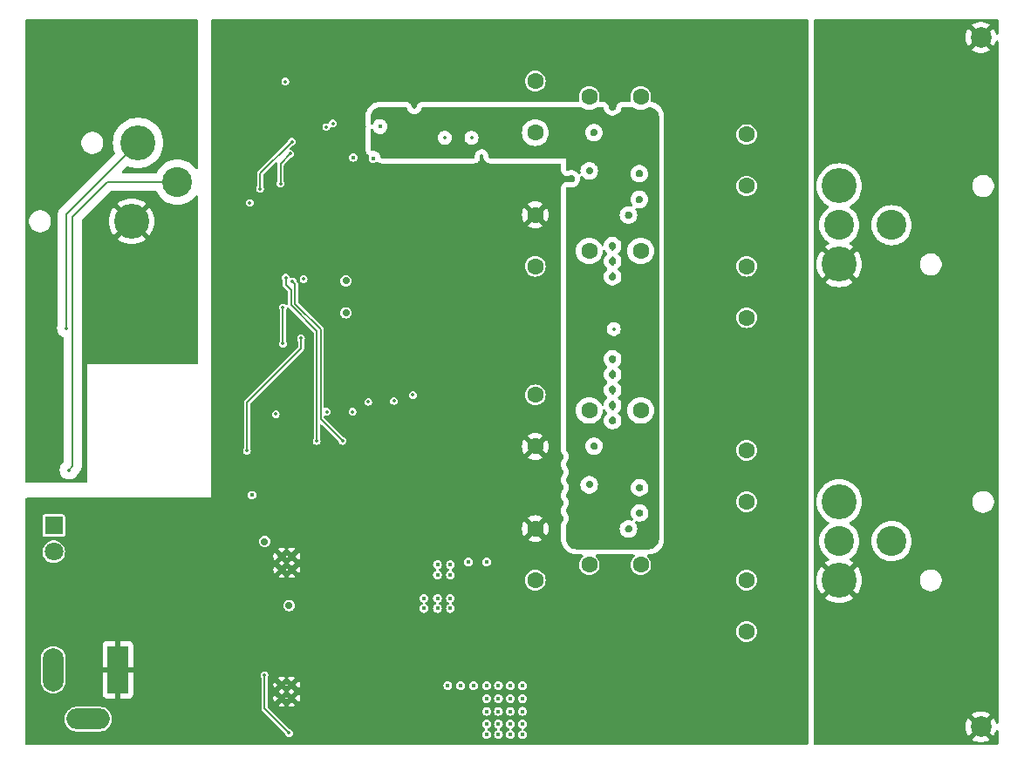
<source format=gbr>
%TF.GenerationSoftware,KiCad,Pcbnew,8.0.2*%
%TF.CreationDate,2025-04-13T16:48:02+02:00*%
%TF.ProjectId,AES-DAC,4145532d-4441-4432-9e6b-696361645f70,rev?*%
%TF.SameCoordinates,Original*%
%TF.FileFunction,Copper,L3,Inr*%
%TF.FilePolarity,Positive*%
%FSLAX46Y46*%
G04 Gerber Fmt 4.6, Leading zero omitted, Abs format (unit mm)*
G04 Created by KiCad (PCBNEW 8.0.2) date 2025-04-13 16:48:02*
%MOMM*%
%LPD*%
G01*
G04 APERTURE LIST*
%TA.AperFunction,ComponentPad*%
%ADD10C,1.600000*%
%TD*%
%TA.AperFunction,ComponentPad*%
%ADD11C,2.000000*%
%TD*%
%TA.AperFunction,ComponentPad*%
%ADD12C,3.400000*%
%TD*%
%TA.AperFunction,ComponentPad*%
%ADD13C,2.900000*%
%TD*%
%TA.AperFunction,HeatsinkPad*%
%ADD14C,0.600000*%
%TD*%
%TA.AperFunction,ComponentPad*%
%ADD15R,2.000000X4.600000*%
%TD*%
%TA.AperFunction,ComponentPad*%
%ADD16O,2.000000X4.200000*%
%TD*%
%TA.AperFunction,ComponentPad*%
%ADD17O,4.200000X2.000000*%
%TD*%
%TA.AperFunction,ComponentPad*%
%ADD18R,1.800000X1.800000*%
%TD*%
%TA.AperFunction,ComponentPad*%
%ADD19C,1.800000*%
%TD*%
%TA.AperFunction,ViaPad*%
%ADD20C,0.350000*%
%TD*%
%TA.AperFunction,ViaPad*%
%ADD21C,0.700000*%
%TD*%
%TA.AperFunction,ViaPad*%
%ADD22C,0.450000*%
%TD*%
%TA.AperFunction,Conductor*%
%ADD23C,0.200000*%
%TD*%
%TA.AperFunction,Conductor*%
%ADD24C,0.400000*%
%TD*%
G04 APERTURE END LIST*
D10*
%TO.N,/XLR_L_+*%
%TO.C,C3*%
X91500000Y-68390000D03*
%TO.N,Net-(C3-Pad2)*%
X91500000Y-63390000D03*
%TD*%
D11*
%TO.N,Earth*%
%TO.C,J4*%
X114250000Y-90250000D03*
%TD*%
D10*
%TO.N,/XLR_R_-*%
%TO.C,C28*%
X91500000Y-45500000D03*
%TO.N,Net-(C28-Pad2)*%
X91500000Y-50500000D03*
%TD*%
D12*
%TO.N,Earth*%
%TO.C,J3*%
X100500000Y-45310000D03*
%TO.N,/XLR_R_+*%
X100500000Y-37690000D03*
D13*
%TO.N,/XLR_R_-*%
X100500000Y-41500000D03*
%TO.N,N/C*%
X105580000Y-41500000D03*
%TD*%
D12*
%TO.N,/EARTH_AES*%
%TO.C,J1*%
X31810000Y-41120000D03*
%TO.N,Net-(C1-Pad1)*%
X32445000Y-33500000D03*
D13*
%TO.N,Net-(J1-Pad3)*%
X36260000Y-37310000D03*
%TD*%
D10*
%TO.N,GND*%
%TO.C,C29*%
X71000000Y-40500000D03*
%TO.N,Net-(C29-Pad2)*%
X71000000Y-45500000D03*
%TD*%
D12*
%TO.N,Earth*%
%TO.C,J2*%
X100500000Y-76010000D03*
%TO.N,/XLR_L_+*%
X100500000Y-68390000D03*
D13*
%TO.N,/XLR_L_-*%
X100500000Y-72200000D03*
%TO.N,N/C*%
X105580000Y-72200000D03*
%TD*%
D10*
%TO.N,/XLR_R_+*%
%TO.C,C12*%
X91500000Y-37690000D03*
%TO.N,Net-(C12-Pad2)*%
X91500000Y-32690000D03*
%TD*%
D11*
%TO.N,Earth*%
%TO.C,J5*%
X114250000Y-23250000D03*
%TD*%
D10*
%TO.N,/XLR_L_-*%
%TO.C,C8*%
X91500000Y-76000000D03*
%TO.N,Net-(C8-Pad2)*%
X91500000Y-81000000D03*
%TD*%
%TO.N,GND*%
%TO.C,C9*%
X71000000Y-71000000D03*
%TO.N,Net-(C9-Pad2)*%
X71000000Y-76000000D03*
%TD*%
%TO.N,GND*%
%TO.C,C4*%
X71000000Y-63000000D03*
%TO.N,Net-(C4-Pad2)*%
X71000000Y-58000000D03*
%TD*%
D14*
%TO.N,GND*%
%TO.C,U7*%
X47335000Y-87470000D03*
X47335000Y-86180000D03*
X46365000Y-87470000D03*
X46365000Y-86180000D03*
%TD*%
D10*
%TO.N,Net-(C2-Pad1)*%
%TO.C,C2*%
X76230000Y-59500000D03*
%TO.N,Net-(U2B-+)*%
X81230000Y-59500000D03*
%TD*%
D14*
%TO.N,GND*%
%TO.C,U6*%
X47350000Y-74970000D03*
X47350000Y-73680000D03*
X46380000Y-74970000D03*
X46380000Y-73680000D03*
%TD*%
D15*
%TO.N,GND*%
%TO.C,J6*%
X30500000Y-84700000D03*
D16*
%TO.N,Net-(D6-A)*%
X24200000Y-84700000D03*
D17*
X27600000Y-89500000D03*
%TD*%
D10*
%TO.N,Net-(C11-Pad1)*%
%TO.C,C11*%
X76230000Y-29000000D03*
%TO.N,Net-(U5B-+)*%
X81230000Y-29000000D03*
%TD*%
%TO.N,Net-(C7-Pad1)*%
%TO.C,C7*%
X76230000Y-74500000D03*
%TO.N,Net-(U2A-+)*%
X81230000Y-74500000D03*
%TD*%
%TO.N,GND*%
%TO.C,C13*%
X71000000Y-32500000D03*
%TO.N,Net-(C13-Pad2)*%
X71000000Y-27500000D03*
%TD*%
D18*
%TO.N,Net-(D5-K)*%
%TO.C,D5*%
X24250000Y-70710000D03*
D19*
%TO.N,+3.3V*%
X24250000Y-73250000D03*
%TD*%
D10*
%TO.N,Net-(C26-Pad1)*%
%TO.C,C26*%
X76230000Y-44000000D03*
%TO.N,Net-(U5A-+)*%
X81230000Y-44000000D03*
%TD*%
D20*
%TO.N,Net-(C1-Pad1)*%
X25500000Y-51500000D03*
D21*
%TO.N,Earth*%
X114250000Y-51735288D03*
X104000000Y-58625000D03*
X107218750Y-91000000D03*
X99250000Y-63000000D03*
X114250000Y-45617644D03*
X104031250Y-91000000D03*
X114250000Y-59382343D03*
X100843750Y-91000000D03*
X114250000Y-60911754D03*
X114250000Y-41029411D03*
X114250000Y-33875000D03*
X99250000Y-84500000D03*
X114250000Y-77645830D03*
X114250000Y-42558822D03*
X99250000Y-22500000D03*
X114250000Y-39500000D03*
X99250000Y-82875000D03*
X102437500Y-91000000D03*
X99250000Y-61375000D03*
X114250000Y-56323521D03*
X105625000Y-22500000D03*
X114250000Y-86520826D03*
X107218750Y-22500000D03*
X114250000Y-27375000D03*
X114250000Y-65500000D03*
X108812500Y-91000000D03*
X99250000Y-54125000D03*
X114250000Y-74687498D03*
X114250000Y-80604162D03*
X114250000Y-82083328D03*
X114250000Y-32250000D03*
X104000000Y-61875000D03*
X114250000Y-70250000D03*
X100843750Y-22500000D03*
X114250000Y-57852932D03*
X114250000Y-88000000D03*
X99250000Y-49250000D03*
X114250000Y-76166664D03*
X108812500Y-22500000D03*
X99250000Y-64625000D03*
X114250000Y-30625000D03*
X99250000Y-32500000D03*
X112000000Y-91000000D03*
X114250000Y-73208332D03*
X114250000Y-63970576D03*
X114250000Y-54794110D03*
X104031250Y-22500000D03*
X114250000Y-35500000D03*
X99250000Y-79625000D03*
X112000000Y-22500000D03*
X105625000Y-91000000D03*
X114250000Y-83562494D03*
X114250000Y-44088233D03*
X114250000Y-47147055D03*
X114250000Y-71729166D03*
X99250000Y-50875000D03*
X104000000Y-57000000D03*
X104000000Y-53750000D03*
X110406250Y-22500000D03*
X114250000Y-85041660D03*
X99250000Y-29250000D03*
X104000000Y-52125000D03*
X114250000Y-62441165D03*
X99250000Y-81250000D03*
X99250000Y-91000000D03*
X114250000Y-25750000D03*
X99250000Y-86125000D03*
X99250000Y-30875000D03*
X114250000Y-48676466D03*
X99250000Y-59750000D03*
X99250000Y-34125000D03*
X114250000Y-79124996D03*
X114250000Y-50205877D03*
X114250000Y-29000000D03*
X104000000Y-55375000D03*
X99250000Y-27625000D03*
X110406250Y-91000000D03*
X102437500Y-22500000D03*
X114250000Y-53264699D03*
X99250000Y-52500000D03*
X104000000Y-60250000D03*
%TO.N,GND*%
X84406250Y-22500000D03*
D20*
X61800000Y-53800000D03*
D21*
X41000000Y-48546052D03*
X73400000Y-67000000D03*
X94500000Y-23750000D03*
X73400000Y-65500000D03*
X26113487Y-78500000D03*
D20*
X44227247Y-27540012D03*
D21*
X44648026Y-22500000D03*
X41000000Y-45273026D03*
X60125000Y-74650000D03*
X96500000Y-86500000D03*
X94500000Y-25750000D03*
X56103617Y-22500000D03*
X49000000Y-53250000D03*
D20*
X61800000Y-40200000D03*
D21*
X38500000Y-78500000D03*
X87593750Y-22500000D03*
X94500000Y-55000000D03*
D20*
X44800000Y-41600000D03*
D21*
X64286182Y-22500000D03*
D20*
X67600000Y-57200000D03*
D21*
X94500000Y-56000000D03*
X41375000Y-22500000D03*
X49557565Y-22500000D03*
X27500000Y-83886513D03*
D22*
X40500000Y-55500000D03*
D20*
X44800000Y-43800000D03*
D21*
X49800000Y-69800000D03*
X41000000Y-30544409D03*
X51500000Y-46915004D03*
X70832234Y-22500000D03*
X73400000Y-68500000D03*
D20*
X64000000Y-43800000D03*
D21*
X91500000Y-58750000D03*
X78500000Y-28500000D03*
D20*
X68000000Y-62000000D03*
X55750000Y-65375000D03*
D21*
X85500000Y-45000000D03*
X50546905Y-46911909D03*
D22*
X40500000Y-67412500D03*
D21*
X45300000Y-82200000D03*
D20*
X66000000Y-38000000D03*
D21*
X48300000Y-69800000D03*
D20*
X66000000Y-48800000D03*
X72400000Y-51400000D03*
X68400000Y-81200000D03*
D21*
X76673945Y-32500000D03*
X57740130Y-22500000D03*
D22*
X52795062Y-33831750D03*
D20*
X68000000Y-70400000D03*
D21*
X78500000Y-59000000D03*
X43800000Y-69800000D03*
X63000000Y-83775000D03*
D20*
X68000000Y-64200000D03*
X64000000Y-48800000D03*
D21*
X94500000Y-24750000D03*
D20*
X47677247Y-56577512D03*
D22*
X50400000Y-85600000D03*
D21*
X86000000Y-91000000D03*
X51475000Y-78470000D03*
X78500000Y-30000000D03*
X78500000Y-24000000D03*
X64500000Y-64500000D03*
D20*
X68000000Y-75400000D03*
D21*
X27750000Y-73625000D03*
X78500000Y-25500000D03*
X95500000Y-59250000D03*
X66000000Y-83775000D03*
X41000000Y-38726974D03*
X78500000Y-27000000D03*
X49800000Y-82200000D03*
X60125000Y-87150000D03*
X92375000Y-22500000D03*
X81119052Y-67000000D03*
X54500000Y-26862353D03*
X59376643Y-22500000D03*
X48300000Y-82200000D03*
D20*
X78600000Y-51600000D03*
D22*
X58000000Y-26750000D03*
D21*
X85500000Y-69500000D03*
X85500000Y-43500000D03*
X73400000Y-64000000D03*
D20*
X61800000Y-38400000D03*
D21*
X96500000Y-59250000D03*
X41000000Y-28907896D03*
D20*
X53250000Y-65375000D03*
X64000000Y-51400000D03*
D21*
X79453948Y-91000000D03*
X68500000Y-37000000D03*
X96500000Y-22500000D03*
X94500000Y-26750000D03*
D20*
X44800000Y-64750000D03*
D21*
X94500000Y-89750000D03*
X43011513Y-22500000D03*
X27750000Y-76875000D03*
X41000000Y-53000000D03*
X43800000Y-82200000D03*
X76180922Y-91000000D03*
D20*
X60600000Y-24600000D03*
D21*
X41000000Y-40363487D03*
X94500000Y-59000000D03*
D20*
X68000000Y-77800000D03*
D22*
X48181049Y-54924244D03*
D21*
X61013156Y-22500000D03*
X89273026Y-91000000D03*
X81090461Y-91000000D03*
X94500000Y-86750000D03*
D20*
X47754407Y-30451541D03*
X61800000Y-51800000D03*
D21*
X73000000Y-37000000D03*
X85500000Y-54000000D03*
X85500000Y-39000000D03*
X54875000Y-74650000D03*
X38500000Y-91000000D03*
X78500000Y-74000000D03*
D20*
X62000000Y-23400000D03*
D21*
X54481828Y-24699891D03*
D20*
X64000000Y-38600000D03*
D21*
X85500000Y-42000000D03*
X74544409Y-91000000D03*
D20*
X64000000Y-41400000D03*
D21*
X78500000Y-43500000D03*
D20*
X61800000Y-49800000D03*
D21*
X60500000Y-50000000D03*
X91500000Y-85750000D03*
X60500000Y-48500000D03*
X41000000Y-27271383D03*
X81081552Y-39000000D03*
X81119052Y-69475000D03*
X60500000Y-54500000D03*
X53000000Y-69375000D03*
D20*
X62200000Y-33000000D03*
X66000000Y-46200000D03*
D22*
X56970980Y-28970980D03*
D21*
X54467104Y-22500000D03*
D20*
X65800000Y-34800000D03*
D21*
X85500000Y-71000000D03*
X27500000Y-85523026D03*
X67559208Y-22500000D03*
X41000000Y-32180922D03*
X64500000Y-63000000D03*
X85500000Y-60000000D03*
X45300000Y-69800000D03*
D22*
X59340317Y-37037429D03*
X59283782Y-38959617D03*
D21*
X81081552Y-36500000D03*
X92546052Y-91000000D03*
D20*
X47400000Y-37800000D03*
X65600000Y-58200000D03*
D21*
X25250000Y-75375000D03*
X85500000Y-55500000D03*
X22840461Y-78500000D03*
D22*
X50000000Y-36500000D03*
D21*
X96500000Y-91000000D03*
X73400000Y-70000000D03*
X76711114Y-62980170D03*
X90909539Y-91000000D03*
X27500000Y-82250000D03*
X85500000Y-40500000D03*
X72907896Y-91000000D03*
D20*
X49227247Y-31540012D03*
D21*
X96500000Y-27000000D03*
X41350000Y-91000000D03*
X46284539Y-22500000D03*
D20*
X68000000Y-66200000D03*
X64200000Y-53800000D03*
D21*
X41000000Y-35453948D03*
X95500000Y-22500000D03*
D20*
X46800000Y-44200000D03*
D21*
X64500000Y-61500000D03*
D20*
X60800000Y-37400000D03*
D21*
X70000000Y-37000000D03*
D20*
X70400000Y-51400000D03*
D21*
X94500000Y-58000000D03*
X41000000Y-43636513D03*
X66000000Y-71275000D03*
D20*
X73400000Y-81800000D03*
D21*
X85500000Y-57000000D03*
X78500000Y-75500000D03*
X91500000Y-55250000D03*
D20*
X64800000Y-33000000D03*
D21*
X60500000Y-53000000D03*
X24476974Y-78500000D03*
D20*
X67200000Y-59600000D03*
D21*
X80040000Y-71019052D03*
X90781250Y-22500000D03*
D22*
X56801940Y-37800000D03*
D21*
X84363487Y-91000000D03*
X96500000Y-54750000D03*
X80040000Y-40519052D03*
X82726974Y-91000000D03*
X27500000Y-87159539D03*
X41350000Y-69807500D03*
D20*
X63600000Y-25200000D03*
D21*
X94500000Y-88750000D03*
X41350000Y-78500000D03*
D20*
X68000000Y-72800000D03*
X71400000Y-81200000D03*
D21*
X94500000Y-87750000D03*
D20*
X61800000Y-47800000D03*
D21*
X63000000Y-71275000D03*
X85500000Y-58500000D03*
D20*
X58250000Y-65287500D03*
D21*
X95500000Y-27000000D03*
X94500000Y-22750000D03*
X52830591Y-22500000D03*
D20*
X52200000Y-38400000D03*
X46727247Y-31540012D03*
D21*
X85500000Y-72500000D03*
X74500000Y-37000000D03*
X27750000Y-78500000D03*
X78500000Y-60500000D03*
X47921052Y-22500000D03*
D20*
X64000000Y-56600000D03*
D21*
X64500000Y-81275000D03*
D20*
X66000000Y-51400000D03*
D21*
X72468750Y-22500000D03*
X51475000Y-90855000D03*
D20*
X62600000Y-55400000D03*
D21*
X78500000Y-45000000D03*
X85500000Y-74000000D03*
D20*
X66000000Y-55600000D03*
D22*
X50400000Y-73000000D03*
D21*
X46800000Y-82200000D03*
X41000000Y-25634870D03*
D22*
X54602353Y-37868060D03*
D21*
X86000000Y-22500000D03*
D20*
X44227247Y-31540012D03*
X68000000Y-68200000D03*
D21*
X53000000Y-81875000D03*
X41000000Y-37090461D03*
D20*
X44800000Y-46000000D03*
X66000000Y-41400000D03*
X66000000Y-43800000D03*
X46600000Y-39600000D03*
D21*
X85500000Y-75500000D03*
D20*
X76200000Y-82000000D03*
D21*
X69195721Y-22500000D03*
X78500000Y-56000000D03*
D20*
X61800000Y-45200000D03*
D22*
X49750000Y-38250000D03*
D21*
X41000000Y-42000000D03*
X77817435Y-91000000D03*
D22*
X59250000Y-29975000D03*
D21*
X94500000Y-90750000D03*
X41000000Y-33817435D03*
X78500000Y-46500000D03*
X78500000Y-77000000D03*
X95500000Y-91000000D03*
D20*
X79000000Y-82000000D03*
D21*
X46800000Y-69800000D03*
X89187500Y-22500000D03*
X64500000Y-66000000D03*
X95500000Y-54750000D03*
D20*
X59200000Y-26000000D03*
D21*
X54875000Y-87150000D03*
D20*
X50750000Y-65375000D03*
D21*
X51194078Y-22500000D03*
X51500000Y-50000000D03*
X64500000Y-60000000D03*
D20*
X62600000Y-36000000D03*
X46800000Y-42000000D03*
X60750000Y-65375000D03*
D21*
X62649669Y-22500000D03*
X94500000Y-57000000D03*
X64500000Y-68775000D03*
D20*
X67400000Y-25200000D03*
D21*
X41000000Y-23998354D03*
X71500000Y-37000000D03*
X78500000Y-57500000D03*
X65922695Y-22500000D03*
X41350000Y-82192500D03*
D20*
X60400000Y-28400000D03*
X64000000Y-46200000D03*
X68200000Y-51400000D03*
D21*
X50546905Y-44250000D03*
X95500000Y-86500000D03*
X41000000Y-46909539D03*
D20*
X61800000Y-42800000D03*
D21*
X60500000Y-51500000D03*
D20*
X62000000Y-26800000D03*
D22*
X53250000Y-57000000D03*
D20*
X47754407Y-28451541D03*
D21*
X91500000Y-28000000D03*
X78500000Y-54500000D03*
X49821630Y-49928370D03*
D20*
X49000000Y-39000000D03*
D21*
X87636513Y-91000000D03*
%TO.N,/Vcom*%
X78786114Y-31950178D03*
X78786114Y-62450178D03*
X59070681Y-32957591D03*
X77500000Y-41000000D03*
D22*
X56000000Y-33000000D03*
D21*
X77500000Y-71500000D03*
D22*
%TO.N,Net-(U3B-VDD)*%
X53323060Y-34910908D03*
D21*
%TO.N,Net-(U1A-VCC)*%
X52625000Y-50009996D03*
%TO.N,Net-(U1A-VDD)*%
X52625000Y-46915004D03*
D22*
%TO.N,+3.3V*%
X60200000Y-77750000D03*
D20*
X57275000Y-58575000D03*
D22*
X62750000Y-75500000D03*
X62750000Y-77750000D03*
X66250000Y-74250000D03*
X60200000Y-78750000D03*
X64500000Y-74250000D03*
X61500000Y-78750000D03*
D20*
X54775000Y-58662500D03*
D22*
X43486091Y-67736091D03*
D20*
X50750000Y-59637500D03*
D22*
X61500000Y-75500000D03*
D20*
X46727247Y-27540012D03*
X43284988Y-39327247D03*
X45803896Y-59857793D03*
D22*
X62750000Y-78750000D03*
D20*
X59101322Y-58000000D03*
X53250000Y-59637500D03*
D22*
X61500000Y-77750000D03*
X61500000Y-74500000D03*
X62750000Y-74500000D03*
%TO.N,+5V*%
X67416666Y-88750000D03*
X68583332Y-88750000D03*
X67416666Y-87500000D03*
X66250000Y-87500000D03*
D21*
X76230000Y-66730000D03*
D22*
X69750000Y-88750000D03*
X68583332Y-87500000D03*
X69750000Y-91000000D03*
X68583332Y-86250000D03*
X68583332Y-91000000D03*
X66250000Y-88750000D03*
X67416666Y-86250000D03*
X66250000Y-90000000D03*
X63750000Y-86250000D03*
X66250000Y-86250000D03*
X67416666Y-90000000D03*
X69750000Y-90000000D03*
X69750000Y-87500000D03*
D21*
X76230000Y-36230000D03*
D22*
X68583332Y-90000000D03*
X69750000Y-86250000D03*
X65000000Y-86250000D03*
X55919287Y-31907166D03*
X66250000Y-91000000D03*
X62500000Y-86250000D03*
X55250000Y-35000000D03*
X67416666Y-91000000D03*
D20*
%TO.N,Net-(U1B-RXIN)*%
X48250000Y-52500000D03*
X42999999Y-63418077D03*
%TO.N,Net-(U1C-PSCK1)*%
X46775000Y-46600000D03*
X49775000Y-62462500D03*
%TO.N,Net-(U1C-PSCK0)*%
X47425000Y-46962500D03*
X52275000Y-62462500D03*
%TO.N,/AMUTE*%
X47211517Y-34557724D03*
X46275000Y-37462500D03*
%TO.N,/DEMP*%
X44275000Y-37962500D03*
X47360876Y-33376624D03*
%TO.N,Net-(R29-Pad2)*%
X51350000Y-31600000D03*
%TO.N,Net-(R31-Pad2)*%
X50700087Y-31962500D03*
D21*
%TO.N,Net-(U6-EN)*%
X47099325Y-78470000D03*
X44722575Y-72248601D03*
D20*
%TO.N,Net-(U7-EN)*%
X44699736Y-85212889D03*
X47098762Y-90860210D03*
%TO.N,Net-(U1B-BFRAME)*%
X46500000Y-49500000D03*
X46500000Y-53000000D03*
%TO.N,Net-(U1C-CLKST)*%
X48500000Y-46750000D03*
%TO.N,Net-(J1-Pad3)*%
X25747384Y-65294686D03*
%TD*%
D23*
%TO.N,Net-(C1-Pad1)*%
X32445000Y-33500000D02*
X25500000Y-40445000D01*
X25500000Y-40445000D02*
X25500000Y-51500000D01*
D24*
%TO.N,/Vcom*%
X78786114Y-39713886D02*
X77500000Y-41000000D01*
X78786114Y-62450178D02*
X78786114Y-70213886D01*
X78786114Y-70213886D02*
X77500000Y-71500000D01*
X78786114Y-31950178D02*
X78786114Y-39713886D01*
D23*
%TO.N,Net-(U1B-RXIN)*%
X42999999Y-58737501D02*
X42999999Y-63418077D01*
X48250000Y-53487500D02*
X42999999Y-58737501D01*
X48250000Y-52500000D02*
X48250000Y-53487500D01*
%TO.N,Net-(U1C-PSCK1)*%
X46775000Y-46600000D02*
X46775000Y-47284252D01*
X49775000Y-51775000D02*
X49775000Y-62462500D01*
X47290748Y-49290748D02*
X49775000Y-51775000D01*
X46775000Y-47284252D02*
X47290748Y-47800000D01*
X47290748Y-47800000D02*
X47290748Y-49290748D01*
%TO.N,Net-(U1C-PSCK0)*%
X47690748Y-47228248D02*
X47425000Y-46962500D01*
X47690748Y-49125062D02*
X47690748Y-47228248D01*
X52275000Y-62462500D02*
X50175000Y-60362500D01*
X50175000Y-51609314D02*
X47690748Y-49125062D01*
X50175000Y-60362500D02*
X50175000Y-51609314D01*
%TO.N,/AMUTE*%
X47211517Y-34557724D02*
X46275000Y-35494241D01*
X46275000Y-35494241D02*
X46275000Y-37462500D01*
%TO.N,/DEMP*%
X44275000Y-36462500D02*
X47360876Y-33376624D01*
X44275000Y-37962500D02*
X44275000Y-36462500D01*
%TO.N,Net-(U7-EN)*%
X44699736Y-88461184D02*
X47098762Y-90860210D01*
X44699736Y-85212889D02*
X44699736Y-88461184D01*
%TO.N,Net-(U1B-BFRAME)*%
X46500000Y-49500000D02*
X46500000Y-53000000D01*
%TO.N,Net-(J1-Pad3)*%
X26100000Y-64942070D02*
X25747384Y-65294686D01*
X36260000Y-37310000D02*
X29483528Y-37310000D01*
X26396764Y-40396764D02*
X26100000Y-40693528D01*
X29483528Y-37310000D02*
X26396764Y-40396764D01*
X26100000Y-51000000D02*
X26100000Y-64942070D01*
X26100000Y-40693528D02*
X26100000Y-51000000D01*
%TD*%
%TA.AperFunction,Conductor*%
%TO.N,/EARTH_AES*%
G36*
X25249500Y-64449256D02*
G01*
X25229815Y-64516295D01*
X25198387Y-64549573D01*
X25124691Y-64603117D01*
X25124686Y-64603121D01*
X24994513Y-64747695D01*
X24897241Y-64916174D01*
X24897240Y-64916175D01*
X24837122Y-65101202D01*
X24816786Y-65294686D01*
X24837122Y-65488169D01*
X24897240Y-65673196D01*
X24897241Y-65673197D01*
X24897243Y-65673200D01*
X24994514Y-65841678D01*
X25039860Y-65892040D01*
X25124686Y-65986250D01*
X25124689Y-65986252D01*
X25124692Y-65986255D01*
X25242736Y-66072019D01*
X25282086Y-66100609D01*
X25350310Y-66130983D01*
X25459813Y-66179737D01*
X25650110Y-66220186D01*
X25844658Y-66220186D01*
X26034955Y-66179737D01*
X26212683Y-66100608D01*
X26370076Y-65986255D01*
X26500254Y-65841678D01*
X26597528Y-65673194D01*
X26600776Y-65663196D01*
X26631022Y-65613835D01*
X26760626Y-65484232D01*
X26853703Y-65344933D01*
X26874516Y-65294686D01*
X26917816Y-65190152D01*
X26950500Y-65025837D01*
X26950500Y-55000000D01*
X27500000Y-55000000D01*
X27500000Y-66376000D01*
X27480315Y-66443039D01*
X27427511Y-66488794D01*
X27376000Y-66500000D01*
X21624000Y-66500000D01*
X21556961Y-66480315D01*
X21511206Y-66427511D01*
X21500000Y-66376000D01*
X21500000Y-55000000D01*
X25249500Y-55000000D01*
X25249500Y-64449256D01*
G37*
%TD.AperFunction*%
%TD*%
%TA.AperFunction,Conductor*%
%TO.N,Earth*%
G36*
X115892539Y-21519685D02*
G01*
X115938294Y-21572489D01*
X115949500Y-21624000D01*
X115949500Y-22856044D01*
X115929815Y-22923083D01*
X115877011Y-22968838D01*
X115807853Y-22978782D01*
X115744297Y-22949757D01*
X115706523Y-22890979D01*
X115705294Y-22886485D01*
X115673588Y-22761282D01*
X115573731Y-22533630D01*
X115473434Y-22380116D01*
X114732962Y-23120589D01*
X114715925Y-23057007D01*
X114650099Y-22942993D01*
X114557007Y-22849901D01*
X114442993Y-22784075D01*
X114379410Y-22767037D01*
X115120057Y-22026390D01*
X115120056Y-22026389D01*
X115073229Y-21989943D01*
X114854614Y-21871635D01*
X114854603Y-21871630D01*
X114619493Y-21790916D01*
X114374293Y-21750000D01*
X114125707Y-21750000D01*
X113880506Y-21790916D01*
X113645396Y-21871630D01*
X113645390Y-21871632D01*
X113426761Y-21989949D01*
X113379942Y-22026388D01*
X113379942Y-22026390D01*
X114120590Y-22767037D01*
X114057007Y-22784075D01*
X113942993Y-22849901D01*
X113849901Y-22942993D01*
X113784075Y-23057007D01*
X113767037Y-23120589D01*
X113026564Y-22380116D01*
X112926267Y-22533632D01*
X112826412Y-22761282D01*
X112765387Y-23002261D01*
X112765385Y-23002270D01*
X112744859Y-23249994D01*
X112744859Y-23250005D01*
X112765385Y-23497729D01*
X112765387Y-23497738D01*
X112826412Y-23738717D01*
X112926266Y-23966364D01*
X113026564Y-24119882D01*
X113767037Y-23379409D01*
X113784075Y-23442993D01*
X113849901Y-23557007D01*
X113942993Y-23650099D01*
X114057007Y-23715925D01*
X114120590Y-23732962D01*
X113379942Y-24473609D01*
X113426768Y-24510055D01*
X113426770Y-24510056D01*
X113645385Y-24628364D01*
X113645396Y-24628369D01*
X113880506Y-24709083D01*
X114125707Y-24750000D01*
X114374293Y-24750000D01*
X114619493Y-24709083D01*
X114854603Y-24628369D01*
X114854614Y-24628364D01*
X115073228Y-24510057D01*
X115073231Y-24510055D01*
X115120056Y-24473609D01*
X114379409Y-23732962D01*
X114442993Y-23715925D01*
X114557007Y-23650099D01*
X114650099Y-23557007D01*
X114715925Y-23442993D01*
X114732962Y-23379409D01*
X115473434Y-24119882D01*
X115573731Y-23966369D01*
X115673588Y-23738716D01*
X115705294Y-23613515D01*
X115740834Y-23553359D01*
X115803254Y-23521967D01*
X115872738Y-23529305D01*
X115927223Y-23573044D01*
X115949412Y-23639297D01*
X115949500Y-23643955D01*
X115949500Y-89856044D01*
X115929815Y-89923083D01*
X115877011Y-89968838D01*
X115807853Y-89978782D01*
X115744297Y-89949757D01*
X115706523Y-89890979D01*
X115705294Y-89886485D01*
X115673588Y-89761282D01*
X115573731Y-89533630D01*
X115473434Y-89380116D01*
X114732962Y-90120589D01*
X114715925Y-90057007D01*
X114650099Y-89942993D01*
X114557007Y-89849901D01*
X114442993Y-89784075D01*
X114379410Y-89767037D01*
X115120057Y-89026390D01*
X115120056Y-89026389D01*
X115073229Y-88989943D01*
X114854614Y-88871635D01*
X114854603Y-88871630D01*
X114619493Y-88790916D01*
X114374293Y-88750000D01*
X114125707Y-88750000D01*
X113880506Y-88790916D01*
X113645396Y-88871630D01*
X113645390Y-88871632D01*
X113426761Y-88989949D01*
X113379942Y-89026388D01*
X113379942Y-89026390D01*
X114120590Y-89767037D01*
X114057007Y-89784075D01*
X113942993Y-89849901D01*
X113849901Y-89942993D01*
X113784075Y-90057007D01*
X113767037Y-90120589D01*
X113026564Y-89380116D01*
X112926267Y-89533632D01*
X112826412Y-89761282D01*
X112765387Y-90002261D01*
X112765385Y-90002270D01*
X112744859Y-90249994D01*
X112744859Y-90250005D01*
X112765385Y-90497729D01*
X112765387Y-90497738D01*
X112826412Y-90738717D01*
X112926266Y-90966364D01*
X113026564Y-91119882D01*
X113767037Y-90379409D01*
X113784075Y-90442993D01*
X113849901Y-90557007D01*
X113942993Y-90650099D01*
X114057007Y-90715925D01*
X114120590Y-90732962D01*
X113379942Y-91473609D01*
X113426768Y-91510055D01*
X113426770Y-91510056D01*
X113645385Y-91628364D01*
X113645396Y-91628369D01*
X113880506Y-91709083D01*
X114125707Y-91750000D01*
X114374293Y-91750000D01*
X114619493Y-91709083D01*
X114854603Y-91628369D01*
X114854614Y-91628364D01*
X115073228Y-91510057D01*
X115073231Y-91510055D01*
X115120056Y-91473609D01*
X114379409Y-90732962D01*
X114442993Y-90715925D01*
X114557007Y-90650099D01*
X114650099Y-90557007D01*
X114715925Y-90442993D01*
X114732962Y-90379409D01*
X115473434Y-91119882D01*
X115573731Y-90966369D01*
X115673588Y-90738716D01*
X115705294Y-90613515D01*
X115740834Y-90553359D01*
X115803254Y-90521967D01*
X115872738Y-90529305D01*
X115927223Y-90573044D01*
X115949412Y-90639297D01*
X115949500Y-90643955D01*
X115949500Y-91876000D01*
X115929815Y-91943039D01*
X115877011Y-91988794D01*
X115825500Y-92000000D01*
X98124000Y-92000000D01*
X98056961Y-91980315D01*
X98011206Y-91927511D01*
X98000000Y-91876000D01*
X98000000Y-68390000D01*
X98294778Y-68390000D01*
X98313644Y-68677837D01*
X98313646Y-68677849D01*
X98369917Y-68960745D01*
X98369921Y-68960760D01*
X98462642Y-69233905D01*
X98590219Y-69492606D01*
X98590223Y-69492613D01*
X98750478Y-69732452D01*
X98940672Y-69949327D01*
X99157547Y-70139521D01*
X99397386Y-70299776D01*
X99397393Y-70299780D01*
X99452632Y-70327021D01*
X99504052Y-70374326D01*
X99521733Y-70441922D01*
X99500063Y-70508346D01*
X99457216Y-70547065D01*
X99442787Y-70554943D01*
X99442784Y-70554945D01*
X99219439Y-70722138D01*
X99219421Y-70722154D01*
X99022154Y-70919421D01*
X99022138Y-70919439D01*
X98854945Y-71142784D01*
X98854940Y-71142792D01*
X98721233Y-71387657D01*
X98721231Y-71387661D01*
X98623727Y-71649083D01*
X98564422Y-71921700D01*
X98544518Y-72199998D01*
X98544518Y-72200001D01*
X98564422Y-72478299D01*
X98623727Y-72750916D01*
X98623729Y-72750923D01*
X98684266Y-72913230D01*
X98721231Y-73012338D01*
X98721233Y-73012342D01*
X98854940Y-73257207D01*
X98854945Y-73257215D01*
X99022138Y-73480560D01*
X99022154Y-73480578D01*
X99219421Y-73677845D01*
X99219439Y-73677861D01*
X99442784Y-73845054D01*
X99442792Y-73845059D01*
X99457749Y-73853226D01*
X99507155Y-73902630D01*
X99522008Y-73970903D01*
X99497592Y-74036368D01*
X99453169Y-74073270D01*
X99397650Y-74100649D01*
X99397644Y-74100653D01*
X99157851Y-74260878D01*
X99129390Y-74285837D01*
X100137706Y-75294153D01*
X100121058Y-75301049D01*
X99990030Y-75388599D01*
X99878599Y-75500030D01*
X99791049Y-75631058D01*
X99784153Y-75647705D01*
X98775837Y-74639390D01*
X98750878Y-74667851D01*
X98590653Y-74907643D01*
X98463104Y-75166287D01*
X98463100Y-75166297D01*
X98370407Y-75439364D01*
X98370402Y-75439384D01*
X98314144Y-75722215D01*
X98314140Y-75722242D01*
X98295280Y-76009992D01*
X98295280Y-76010007D01*
X98314140Y-76297757D01*
X98314144Y-76297784D01*
X98370402Y-76580615D01*
X98370407Y-76580635D01*
X98463100Y-76853702D01*
X98463104Y-76853712D01*
X98590653Y-77112356D01*
X98750876Y-77352146D01*
X98750881Y-77352152D01*
X98775835Y-77380608D01*
X98775838Y-77380608D01*
X99784153Y-76372293D01*
X99791049Y-76388942D01*
X99878599Y-76519970D01*
X99990030Y-76631401D01*
X100121058Y-76718951D01*
X100137705Y-76725846D01*
X99129390Y-77734160D01*
X99129390Y-77734161D01*
X99157854Y-77759124D01*
X99397643Y-77919346D01*
X99656287Y-78046895D01*
X99656297Y-78046899D01*
X99929364Y-78139592D01*
X99929384Y-78139597D01*
X100212215Y-78195855D01*
X100212242Y-78195859D01*
X100499993Y-78214720D01*
X100500007Y-78214720D01*
X100787757Y-78195859D01*
X100787784Y-78195855D01*
X101070615Y-78139597D01*
X101070635Y-78139592D01*
X101343702Y-78046899D01*
X101343712Y-78046895D01*
X101602356Y-77919346D01*
X101842141Y-77759126D01*
X101842147Y-77759121D01*
X101870608Y-77734162D01*
X101870608Y-77734161D01*
X100862293Y-76725846D01*
X100878942Y-76718951D01*
X101009970Y-76631401D01*
X101121401Y-76519970D01*
X101208951Y-76388942D01*
X101215846Y-76372293D01*
X102224161Y-77380608D01*
X102224162Y-77380608D01*
X102249121Y-77352147D01*
X102249126Y-77352141D01*
X102409346Y-77112356D01*
X102536895Y-76853712D01*
X102536899Y-76853702D01*
X102629592Y-76580635D01*
X102629597Y-76580615D01*
X102685855Y-76297784D01*
X102685859Y-76297757D01*
X102697874Y-76114452D01*
X108329499Y-76114452D01*
X108370253Y-76319329D01*
X108370255Y-76319337D01*
X108450193Y-76512328D01*
X108450200Y-76512341D01*
X108566255Y-76686028D01*
X108566258Y-76686032D01*
X108713967Y-76833741D01*
X108713971Y-76833744D01*
X108887658Y-76949799D01*
X108887671Y-76949806D01*
X109032414Y-77009759D01*
X109080664Y-77029745D01*
X109130834Y-77039724D01*
X109285547Y-77070500D01*
X109285550Y-77070500D01*
X109494452Y-77070500D01*
X109597593Y-77049983D01*
X109699336Y-77029745D01*
X109892335Y-76949803D01*
X110066029Y-76833744D01*
X110213744Y-76686029D01*
X110329803Y-76512335D01*
X110409745Y-76319336D01*
X110450500Y-76114450D01*
X110450500Y-75905550D01*
X110450500Y-75905547D01*
X110409746Y-75700670D01*
X110409745Y-75700664D01*
X110380914Y-75631058D01*
X110329806Y-75507671D01*
X110329799Y-75507658D01*
X110213744Y-75333971D01*
X110213741Y-75333967D01*
X110066032Y-75186258D01*
X110066028Y-75186255D01*
X109892341Y-75070200D01*
X109892328Y-75070193D01*
X109699337Y-74990255D01*
X109699329Y-74990253D01*
X109494452Y-74949500D01*
X109494450Y-74949500D01*
X109285550Y-74949500D01*
X109285548Y-74949500D01*
X109080670Y-74990253D01*
X109080662Y-74990255D01*
X108887671Y-75070193D01*
X108887658Y-75070200D01*
X108713971Y-75186255D01*
X108713967Y-75186258D01*
X108566258Y-75333967D01*
X108566255Y-75333971D01*
X108450200Y-75507658D01*
X108450193Y-75507671D01*
X108370255Y-75700662D01*
X108370253Y-75700670D01*
X108329500Y-75905547D01*
X108329500Y-75905550D01*
X108329500Y-76114450D01*
X108329500Y-76114452D01*
X108329499Y-76114452D01*
X102697874Y-76114452D01*
X102704720Y-76010007D01*
X102704720Y-76009992D01*
X102685859Y-75722242D01*
X102685855Y-75722215D01*
X102629597Y-75439384D01*
X102629592Y-75439364D01*
X102536899Y-75166297D01*
X102536895Y-75166287D01*
X102409346Y-74907643D01*
X102249124Y-74667854D01*
X102224161Y-74639390D01*
X102224160Y-74639390D01*
X101215846Y-75647705D01*
X101208951Y-75631058D01*
X101121401Y-75500030D01*
X101009970Y-75388599D01*
X100878942Y-75301049D01*
X100862294Y-75294153D01*
X101870608Y-74285838D01*
X101870608Y-74285835D01*
X101842152Y-74260881D01*
X101842146Y-74260876D01*
X101602358Y-74100655D01*
X101546830Y-74073271D01*
X101495411Y-74025965D01*
X101477730Y-73958370D01*
X101499400Y-73891945D01*
X101542248Y-73853227D01*
X101557213Y-73845056D01*
X101780568Y-73677855D01*
X101977855Y-73480568D01*
X102145056Y-73257213D01*
X102278769Y-73012337D01*
X102376271Y-72750923D01*
X102435578Y-72478294D01*
X102455482Y-72200000D01*
X102455482Y-72199998D01*
X103624518Y-72199998D01*
X103624518Y-72200001D01*
X103644422Y-72478299D01*
X103703727Y-72750916D01*
X103703729Y-72750923D01*
X103764266Y-72913230D01*
X103801231Y-73012338D01*
X103801233Y-73012342D01*
X103934940Y-73257207D01*
X103934945Y-73257215D01*
X104102138Y-73480560D01*
X104102154Y-73480578D01*
X104299421Y-73677845D01*
X104299439Y-73677861D01*
X104522784Y-73845054D01*
X104522792Y-73845059D01*
X104767657Y-73978766D01*
X104767661Y-73978768D01*
X104767663Y-73978769D01*
X105029077Y-74076271D01*
X105141159Y-74100653D01*
X105301700Y-74135577D01*
X105301702Y-74135577D01*
X105301706Y-74135578D01*
X105549014Y-74153265D01*
X105579999Y-74155482D01*
X105580000Y-74155482D01*
X105580001Y-74155482D01*
X105607881Y-74153487D01*
X105858294Y-74135578D01*
X106130923Y-74076271D01*
X106392337Y-73978769D01*
X106637213Y-73845056D01*
X106860568Y-73677855D01*
X107057855Y-73480568D01*
X107225056Y-73257213D01*
X107358769Y-73012337D01*
X107456271Y-72750923D01*
X107515578Y-72478294D01*
X107535482Y-72200000D01*
X107515578Y-71921706D01*
X107456271Y-71649077D01*
X107358769Y-71387663D01*
X107225056Y-71142787D01*
X107225054Y-71142784D01*
X107057861Y-70919439D01*
X107057845Y-70919421D01*
X106860578Y-70722154D01*
X106860560Y-70722138D01*
X106637215Y-70554945D01*
X106637207Y-70554940D01*
X106392342Y-70421233D01*
X106392338Y-70421231D01*
X106238690Y-70363924D01*
X106130923Y-70323729D01*
X106130919Y-70323728D01*
X106130916Y-70323727D01*
X105858299Y-70264422D01*
X105580001Y-70244518D01*
X105579999Y-70244518D01*
X105301700Y-70264422D01*
X105029083Y-70323727D01*
X105029078Y-70323728D01*
X105029077Y-70323729D01*
X105020251Y-70327021D01*
X104767661Y-70421231D01*
X104767657Y-70421233D01*
X104522792Y-70554940D01*
X104522784Y-70554945D01*
X104299439Y-70722138D01*
X104299421Y-70722154D01*
X104102154Y-70919421D01*
X104102138Y-70919439D01*
X103934945Y-71142784D01*
X103934940Y-71142792D01*
X103801233Y-71387657D01*
X103801231Y-71387661D01*
X103703727Y-71649083D01*
X103644422Y-71921700D01*
X103624518Y-72199998D01*
X102455482Y-72199998D01*
X102435578Y-71921706D01*
X102376271Y-71649077D01*
X102278769Y-71387663D01*
X102145056Y-71142787D01*
X102145054Y-71142784D01*
X101977861Y-70919439D01*
X101977845Y-70919421D01*
X101780578Y-70722154D01*
X101780560Y-70722138D01*
X101557215Y-70554945D01*
X101557213Y-70554944D01*
X101557206Y-70554940D01*
X101542784Y-70547065D01*
X101493380Y-70497661D01*
X101478527Y-70429388D01*
X101502943Y-70363924D01*
X101547365Y-70327021D01*
X101602611Y-70299778D01*
X101842454Y-70139520D01*
X102059327Y-69949327D01*
X102249520Y-69732454D01*
X102409778Y-69492611D01*
X102537359Y-69233902D01*
X102630081Y-68960753D01*
X102686356Y-68677839D01*
X102698376Y-68494452D01*
X113409499Y-68494452D01*
X113450253Y-68699329D01*
X113450255Y-68699337D01*
X113530193Y-68892328D01*
X113530200Y-68892341D01*
X113646255Y-69066028D01*
X113646258Y-69066032D01*
X113793967Y-69213741D01*
X113793971Y-69213744D01*
X113967658Y-69329799D01*
X113967671Y-69329806D01*
X114112414Y-69389759D01*
X114160664Y-69409745D01*
X114210834Y-69419724D01*
X114365547Y-69450500D01*
X114365550Y-69450500D01*
X114574452Y-69450500D01*
X114677593Y-69429983D01*
X114779336Y-69409745D01*
X114972335Y-69329803D01*
X115146029Y-69213744D01*
X115293744Y-69066029D01*
X115409803Y-68892335D01*
X115489745Y-68699336D01*
X115530500Y-68494450D01*
X115530500Y-68285550D01*
X115530500Y-68285547D01*
X115489746Y-68080670D01*
X115489745Y-68080664D01*
X115469759Y-68032414D01*
X115409806Y-67887671D01*
X115409799Y-67887658D01*
X115293744Y-67713971D01*
X115293741Y-67713967D01*
X115146032Y-67566258D01*
X115146028Y-67566255D01*
X114972341Y-67450200D01*
X114972328Y-67450193D01*
X114779337Y-67370255D01*
X114779329Y-67370253D01*
X114574452Y-67329500D01*
X114574450Y-67329500D01*
X114365550Y-67329500D01*
X114365548Y-67329500D01*
X114160670Y-67370253D01*
X114160662Y-67370255D01*
X113967671Y-67450193D01*
X113967658Y-67450200D01*
X113793971Y-67566255D01*
X113793967Y-67566258D01*
X113646258Y-67713967D01*
X113646255Y-67713971D01*
X113530200Y-67887658D01*
X113530193Y-67887671D01*
X113450255Y-68080662D01*
X113450253Y-68080670D01*
X113409500Y-68285547D01*
X113409500Y-68285550D01*
X113409500Y-68494450D01*
X113409500Y-68494452D01*
X113409499Y-68494452D01*
X102698376Y-68494452D01*
X102705222Y-68390000D01*
X102686356Y-68102161D01*
X102630081Y-67819247D01*
X102537359Y-67546098D01*
X102409778Y-67287389D01*
X102249520Y-67047546D01*
X102059327Y-66830672D01*
X101842452Y-66640478D01*
X101602613Y-66480223D01*
X101602606Y-66480219D01*
X101343905Y-66352642D01*
X101070760Y-66259921D01*
X101070754Y-66259919D01*
X101070753Y-66259919D01*
X101070751Y-66259918D01*
X101070745Y-66259917D01*
X100787849Y-66203646D01*
X100787839Y-66203644D01*
X100500000Y-66184778D01*
X100212161Y-66203644D01*
X100212155Y-66203645D01*
X100212150Y-66203646D01*
X99929254Y-66259917D01*
X99929239Y-66259921D01*
X99656094Y-66352642D01*
X99397393Y-66480219D01*
X99397386Y-66480223D01*
X99157547Y-66640478D01*
X98940672Y-66830672D01*
X98750478Y-67047547D01*
X98590223Y-67287386D01*
X98590219Y-67287393D01*
X98462642Y-67546094D01*
X98369921Y-67819239D01*
X98369917Y-67819254D01*
X98313646Y-68102150D01*
X98313644Y-68102162D01*
X98294778Y-68390000D01*
X98000000Y-68390000D01*
X98000000Y-37690000D01*
X98294778Y-37690000D01*
X98313644Y-37977837D01*
X98313646Y-37977849D01*
X98369917Y-38260745D01*
X98369921Y-38260760D01*
X98462642Y-38533905D01*
X98590219Y-38792606D01*
X98590223Y-38792613D01*
X98750478Y-39032452D01*
X98940672Y-39249327D01*
X99157547Y-39439521D01*
X99397386Y-39599776D01*
X99397393Y-39599780D01*
X99452632Y-39627021D01*
X99504052Y-39674326D01*
X99521733Y-39741922D01*
X99500063Y-39808346D01*
X99457216Y-39847065D01*
X99442787Y-39854943D01*
X99442784Y-39854945D01*
X99219439Y-40022138D01*
X99219421Y-40022154D01*
X99022154Y-40219421D01*
X99022138Y-40219439D01*
X98854945Y-40442784D01*
X98854940Y-40442792D01*
X98721233Y-40687657D01*
X98721231Y-40687661D01*
X98623727Y-40949083D01*
X98564422Y-41221700D01*
X98544518Y-41499998D01*
X98544518Y-41500001D01*
X98564422Y-41778299D01*
X98623727Y-42050916D01*
X98623729Y-42050923D01*
X98684266Y-42213230D01*
X98721231Y-42312338D01*
X98721233Y-42312342D01*
X98854940Y-42557207D01*
X98854945Y-42557215D01*
X99022138Y-42780560D01*
X99022154Y-42780578D01*
X99219421Y-42977845D01*
X99219439Y-42977861D01*
X99442784Y-43145054D01*
X99442792Y-43145059D01*
X99457749Y-43153226D01*
X99507155Y-43202630D01*
X99522008Y-43270903D01*
X99497592Y-43336368D01*
X99453169Y-43373270D01*
X99397650Y-43400649D01*
X99397644Y-43400653D01*
X99157851Y-43560878D01*
X99129390Y-43585837D01*
X100137706Y-44594153D01*
X100121058Y-44601049D01*
X99990030Y-44688599D01*
X99878599Y-44800030D01*
X99791049Y-44931058D01*
X99784153Y-44947705D01*
X98775837Y-43939390D01*
X98750878Y-43967851D01*
X98590653Y-44207643D01*
X98463104Y-44466287D01*
X98463100Y-44466297D01*
X98370407Y-44739364D01*
X98370402Y-44739384D01*
X98314144Y-45022215D01*
X98314140Y-45022242D01*
X98295280Y-45309992D01*
X98295280Y-45310007D01*
X98314140Y-45597757D01*
X98314144Y-45597784D01*
X98370402Y-45880615D01*
X98370407Y-45880635D01*
X98463100Y-46153702D01*
X98463104Y-46153712D01*
X98590653Y-46412356D01*
X98750876Y-46652146D01*
X98750881Y-46652152D01*
X98775835Y-46680608D01*
X98775838Y-46680608D01*
X99784153Y-45672293D01*
X99791049Y-45688942D01*
X99878599Y-45819970D01*
X99990030Y-45931401D01*
X100121058Y-46018951D01*
X100137705Y-46025846D01*
X99129390Y-47034160D01*
X99129390Y-47034161D01*
X99157854Y-47059124D01*
X99397643Y-47219346D01*
X99656287Y-47346895D01*
X99656297Y-47346899D01*
X99929364Y-47439592D01*
X99929384Y-47439597D01*
X100212215Y-47495855D01*
X100212242Y-47495859D01*
X100499993Y-47514720D01*
X100500007Y-47514720D01*
X100787757Y-47495859D01*
X100787784Y-47495855D01*
X101070615Y-47439597D01*
X101070635Y-47439592D01*
X101343702Y-47346899D01*
X101343712Y-47346895D01*
X101602356Y-47219346D01*
X101842141Y-47059126D01*
X101842147Y-47059121D01*
X101870608Y-47034162D01*
X101870608Y-47034161D01*
X100862293Y-46025846D01*
X100878942Y-46018951D01*
X101009970Y-45931401D01*
X101121401Y-45819970D01*
X101208951Y-45688942D01*
X101215846Y-45672293D01*
X102224161Y-46680608D01*
X102224162Y-46680608D01*
X102249121Y-46652147D01*
X102249126Y-46652141D01*
X102409346Y-46412356D01*
X102536895Y-46153712D01*
X102536899Y-46153702D01*
X102629592Y-45880635D01*
X102629597Y-45880615D01*
X102685855Y-45597784D01*
X102685859Y-45597757D01*
X102697874Y-45414452D01*
X108329499Y-45414452D01*
X108370253Y-45619329D01*
X108370255Y-45619337D01*
X108450193Y-45812328D01*
X108450200Y-45812341D01*
X108566255Y-45986028D01*
X108566258Y-45986032D01*
X108713967Y-46133741D01*
X108713971Y-46133744D01*
X108887658Y-46249799D01*
X108887671Y-46249806D01*
X109032414Y-46309759D01*
X109080664Y-46329745D01*
X109130834Y-46339724D01*
X109285547Y-46370500D01*
X109285550Y-46370500D01*
X109494452Y-46370500D01*
X109597593Y-46349983D01*
X109699336Y-46329745D01*
X109892335Y-46249803D01*
X110066029Y-46133744D01*
X110213744Y-45986029D01*
X110329803Y-45812335D01*
X110409745Y-45619336D01*
X110450500Y-45414450D01*
X110450500Y-45205550D01*
X110450500Y-45205547D01*
X110409746Y-45000670D01*
X110409745Y-45000664D01*
X110380914Y-44931058D01*
X110329806Y-44807671D01*
X110329799Y-44807658D01*
X110213744Y-44633971D01*
X110213741Y-44633967D01*
X110066032Y-44486258D01*
X110066028Y-44486255D01*
X109892341Y-44370200D01*
X109892328Y-44370193D01*
X109699337Y-44290255D01*
X109699329Y-44290253D01*
X109494452Y-44249500D01*
X109494450Y-44249500D01*
X109285550Y-44249500D01*
X109285548Y-44249500D01*
X109080670Y-44290253D01*
X109080662Y-44290255D01*
X108887671Y-44370193D01*
X108887658Y-44370200D01*
X108713971Y-44486255D01*
X108713967Y-44486258D01*
X108566258Y-44633967D01*
X108566255Y-44633971D01*
X108450200Y-44807658D01*
X108450193Y-44807671D01*
X108370255Y-45000662D01*
X108370253Y-45000670D01*
X108329500Y-45205547D01*
X108329500Y-45205550D01*
X108329500Y-45414450D01*
X108329500Y-45414452D01*
X108329499Y-45414452D01*
X102697874Y-45414452D01*
X102704720Y-45310007D01*
X102704720Y-45309992D01*
X102685859Y-45022242D01*
X102685855Y-45022215D01*
X102629597Y-44739384D01*
X102629592Y-44739364D01*
X102536899Y-44466297D01*
X102536895Y-44466287D01*
X102409346Y-44207643D01*
X102249124Y-43967854D01*
X102224161Y-43939390D01*
X102224160Y-43939390D01*
X101215846Y-44947705D01*
X101208951Y-44931058D01*
X101121401Y-44800030D01*
X101009970Y-44688599D01*
X100878942Y-44601049D01*
X100862294Y-44594153D01*
X101870608Y-43585838D01*
X101870608Y-43585835D01*
X101842152Y-43560881D01*
X101842146Y-43560876D01*
X101602358Y-43400655D01*
X101546830Y-43373271D01*
X101495411Y-43325965D01*
X101477730Y-43258370D01*
X101499400Y-43191945D01*
X101542248Y-43153227D01*
X101557213Y-43145056D01*
X101780568Y-42977855D01*
X101977855Y-42780568D01*
X102145056Y-42557213D01*
X102278769Y-42312337D01*
X102376271Y-42050923D01*
X102435578Y-41778294D01*
X102455482Y-41500000D01*
X102455482Y-41499998D01*
X103624518Y-41499998D01*
X103624518Y-41500001D01*
X103644422Y-41778299D01*
X103703727Y-42050916D01*
X103703729Y-42050923D01*
X103764266Y-42213230D01*
X103801231Y-42312338D01*
X103801233Y-42312342D01*
X103934940Y-42557207D01*
X103934945Y-42557215D01*
X104102138Y-42780560D01*
X104102154Y-42780578D01*
X104299421Y-42977845D01*
X104299439Y-42977861D01*
X104522784Y-43145054D01*
X104522792Y-43145059D01*
X104767657Y-43278766D01*
X104767661Y-43278768D01*
X104767663Y-43278769D01*
X105029077Y-43376271D01*
X105141159Y-43400653D01*
X105301700Y-43435577D01*
X105301702Y-43435577D01*
X105301706Y-43435578D01*
X105549014Y-43453265D01*
X105579999Y-43455482D01*
X105580000Y-43455482D01*
X105580001Y-43455482D01*
X105607881Y-43453487D01*
X105858294Y-43435578D01*
X106130923Y-43376271D01*
X106392337Y-43278769D01*
X106637213Y-43145056D01*
X106860568Y-42977855D01*
X107057855Y-42780568D01*
X107225056Y-42557213D01*
X107358769Y-42312337D01*
X107456271Y-42050923D01*
X107515578Y-41778294D01*
X107535482Y-41500000D01*
X107515578Y-41221706D01*
X107456271Y-40949077D01*
X107358769Y-40687663D01*
X107225056Y-40442787D01*
X107225054Y-40442784D01*
X107057861Y-40219439D01*
X107057845Y-40219421D01*
X106860578Y-40022154D01*
X106860560Y-40022138D01*
X106637215Y-39854945D01*
X106637207Y-39854940D01*
X106392342Y-39721233D01*
X106392338Y-39721231D01*
X106238690Y-39663924D01*
X106130923Y-39623729D01*
X106130919Y-39623728D01*
X106130916Y-39623727D01*
X105858299Y-39564422D01*
X105580001Y-39544518D01*
X105579999Y-39544518D01*
X105301700Y-39564422D01*
X105029083Y-39623727D01*
X105029078Y-39623728D01*
X105029077Y-39623729D01*
X105020251Y-39627021D01*
X104767661Y-39721231D01*
X104767657Y-39721233D01*
X104522792Y-39854940D01*
X104522784Y-39854945D01*
X104299439Y-40022138D01*
X104299421Y-40022154D01*
X104102154Y-40219421D01*
X104102138Y-40219439D01*
X103934945Y-40442784D01*
X103934940Y-40442792D01*
X103801233Y-40687657D01*
X103801231Y-40687661D01*
X103703727Y-40949083D01*
X103644422Y-41221700D01*
X103624518Y-41499998D01*
X102455482Y-41499998D01*
X102435578Y-41221706D01*
X102376271Y-40949077D01*
X102278769Y-40687663D01*
X102145056Y-40442787D01*
X102145054Y-40442784D01*
X101977861Y-40219439D01*
X101977845Y-40219421D01*
X101780578Y-40022154D01*
X101780560Y-40022138D01*
X101557215Y-39854945D01*
X101557213Y-39854944D01*
X101557206Y-39854940D01*
X101542784Y-39847065D01*
X101493380Y-39797661D01*
X101478527Y-39729388D01*
X101502943Y-39663924D01*
X101547365Y-39627021D01*
X101602611Y-39599778D01*
X101842454Y-39439520D01*
X102059327Y-39249327D01*
X102249520Y-39032454D01*
X102409778Y-38792611D01*
X102537359Y-38533902D01*
X102630081Y-38260753D01*
X102686356Y-37977839D01*
X102698376Y-37794452D01*
X113409499Y-37794452D01*
X113450253Y-37999329D01*
X113450255Y-37999337D01*
X113530193Y-38192328D01*
X113530200Y-38192341D01*
X113646255Y-38366028D01*
X113646258Y-38366032D01*
X113793967Y-38513741D01*
X113793971Y-38513744D01*
X113967658Y-38629799D01*
X113967671Y-38629806D01*
X114112414Y-38689759D01*
X114160664Y-38709745D01*
X114210834Y-38719724D01*
X114365547Y-38750500D01*
X114365550Y-38750500D01*
X114574452Y-38750500D01*
X114677593Y-38729983D01*
X114779336Y-38709745D01*
X114972335Y-38629803D01*
X115146029Y-38513744D01*
X115293744Y-38366029D01*
X115409803Y-38192335D01*
X115489745Y-37999336D01*
X115530500Y-37794450D01*
X115530500Y-37585550D01*
X115530500Y-37585547D01*
X115489746Y-37380670D01*
X115489745Y-37380664D01*
X115469759Y-37332414D01*
X115409806Y-37187671D01*
X115409799Y-37187658D01*
X115293744Y-37013971D01*
X115293741Y-37013967D01*
X115146032Y-36866258D01*
X115146028Y-36866255D01*
X114972341Y-36750200D01*
X114972328Y-36750193D01*
X114779337Y-36670255D01*
X114779329Y-36670253D01*
X114574452Y-36629500D01*
X114574450Y-36629500D01*
X114365550Y-36629500D01*
X114365548Y-36629500D01*
X114160670Y-36670253D01*
X114160662Y-36670255D01*
X113967671Y-36750193D01*
X113967658Y-36750200D01*
X113793971Y-36866255D01*
X113793967Y-36866258D01*
X113646258Y-37013967D01*
X113646255Y-37013971D01*
X113530200Y-37187658D01*
X113530193Y-37187671D01*
X113450255Y-37380662D01*
X113450253Y-37380670D01*
X113409500Y-37585547D01*
X113409500Y-37585550D01*
X113409500Y-37794450D01*
X113409500Y-37794452D01*
X113409499Y-37794452D01*
X102698376Y-37794452D01*
X102705222Y-37690000D01*
X102686356Y-37402161D01*
X102630081Y-37119247D01*
X102537359Y-36846098D01*
X102409778Y-36587389D01*
X102249520Y-36347546D01*
X102059327Y-36130672D01*
X101842452Y-35940478D01*
X101602613Y-35780223D01*
X101602606Y-35780219D01*
X101343905Y-35652642D01*
X101070760Y-35559921D01*
X101070754Y-35559919D01*
X101070753Y-35559919D01*
X101070751Y-35559918D01*
X101070745Y-35559917D01*
X100787849Y-35503646D01*
X100787839Y-35503644D01*
X100500000Y-35484778D01*
X100212161Y-35503644D01*
X100212155Y-35503645D01*
X100212150Y-35503646D01*
X99929254Y-35559917D01*
X99929239Y-35559921D01*
X99656094Y-35652642D01*
X99397393Y-35780219D01*
X99397386Y-35780223D01*
X99157547Y-35940478D01*
X98940672Y-36130672D01*
X98750478Y-36347547D01*
X98590223Y-36587386D01*
X98590219Y-36587393D01*
X98462642Y-36846094D01*
X98369921Y-37119239D01*
X98369917Y-37119254D01*
X98313646Y-37402150D01*
X98313644Y-37402162D01*
X98294778Y-37690000D01*
X98000000Y-37690000D01*
X98000000Y-21624000D01*
X98019685Y-21556961D01*
X98072489Y-21511206D01*
X98124000Y-21500000D01*
X115825500Y-21500000D01*
X115892539Y-21519685D01*
G37*
%TD.AperFunction*%
%TD*%
%TA.AperFunction,Conductor*%
%TO.N,/EARTH_AES*%
G36*
X38193039Y-21519685D02*
G01*
X38238794Y-21572489D01*
X38250000Y-21624000D01*
X38250000Y-35918676D01*
X38230315Y-35985715D01*
X38177511Y-36031470D01*
X38108353Y-36041414D01*
X38044797Y-36012389D01*
X38022898Y-35987568D01*
X38021660Y-35985715D01*
X38009520Y-35967546D01*
X37994571Y-35950500D01*
X37819327Y-35750672D01*
X37602452Y-35560478D01*
X37362613Y-35400223D01*
X37362606Y-35400219D01*
X37103905Y-35272642D01*
X36830760Y-35179921D01*
X36830754Y-35179919D01*
X36830753Y-35179919D01*
X36830751Y-35179918D01*
X36830745Y-35179917D01*
X36547849Y-35123646D01*
X36547839Y-35123644D01*
X36260000Y-35104778D01*
X35972161Y-35123644D01*
X35972155Y-35123645D01*
X35972150Y-35123646D01*
X35689254Y-35179917D01*
X35689239Y-35179921D01*
X35416094Y-35272642D01*
X35157393Y-35400219D01*
X35157386Y-35400223D01*
X34917547Y-35560478D01*
X34700672Y-35750672D01*
X34510478Y-35967547D01*
X34350223Y-36207386D01*
X34350219Y-36207393D01*
X34259999Y-36390344D01*
X34212694Y-36441763D01*
X34148787Y-36459500D01*
X30987650Y-36459500D01*
X30920611Y-36439815D01*
X30874856Y-36387011D01*
X30864912Y-36317853D01*
X30893937Y-36254297D01*
X30899969Y-36247819D01*
X31235934Y-35911853D01*
X31360997Y-35786789D01*
X31422318Y-35753306D01*
X31492009Y-35758290D01*
X31494264Y-35759157D01*
X31686257Y-35835172D01*
X31686256Y-35835172D01*
X31984910Y-35911853D01*
X31984914Y-35911854D01*
X32038916Y-35918676D01*
X32290816Y-35950499D01*
X32290825Y-35950499D01*
X32290828Y-35950500D01*
X32290830Y-35950500D01*
X32599170Y-35950500D01*
X32599172Y-35950500D01*
X32599175Y-35950499D01*
X32599183Y-35950499D01*
X32781722Y-35927438D01*
X32905086Y-35911854D01*
X33203743Y-35835172D01*
X33203746Y-35835171D01*
X33490426Y-35721667D01*
X33490427Y-35721666D01*
X33490425Y-35721666D01*
X33490435Y-35721663D01*
X33760640Y-35573116D01*
X34010096Y-35391876D01*
X34234869Y-35180799D01*
X34431416Y-34943216D01*
X34596635Y-34682871D01*
X34727922Y-34403873D01*
X34823206Y-34110619D01*
X34880984Y-33807736D01*
X34880985Y-33807725D01*
X34900345Y-33500005D01*
X34900345Y-33499994D01*
X34880985Y-33192274D01*
X34880984Y-33192267D01*
X34880984Y-33192264D01*
X34823206Y-32889381D01*
X34727922Y-32596127D01*
X34654219Y-32439500D01*
X34596637Y-32317132D01*
X34596633Y-32317126D01*
X34431422Y-32056793D01*
X34431420Y-32056791D01*
X34431416Y-32056784D01*
X34234869Y-31819201D01*
X34010096Y-31608124D01*
X34010093Y-31608122D01*
X34010087Y-31608117D01*
X33760651Y-31426891D01*
X33760644Y-31426886D01*
X33760640Y-31426884D01*
X33490435Y-31278337D01*
X33490432Y-31278335D01*
X33490427Y-31278333D01*
X33490426Y-31278332D01*
X33203746Y-31164828D01*
X33203743Y-31164827D01*
X32905089Y-31088146D01*
X32905076Y-31088144D01*
X32599183Y-31049500D01*
X32599172Y-31049500D01*
X32290828Y-31049500D01*
X32290816Y-31049500D01*
X31984923Y-31088144D01*
X31984910Y-31088146D01*
X31686256Y-31164827D01*
X31686253Y-31164828D01*
X31399573Y-31278332D01*
X31399572Y-31278333D01*
X31129360Y-31426884D01*
X31129348Y-31426891D01*
X30879912Y-31608117D01*
X30879902Y-31608125D01*
X30655132Y-31819199D01*
X30458577Y-32056793D01*
X30293366Y-32317126D01*
X30293362Y-32317132D01*
X30162080Y-32596120D01*
X30162078Y-32596125D01*
X30066795Y-32889376D01*
X30009015Y-33192267D01*
X30009014Y-33192274D01*
X29989655Y-33499994D01*
X29989655Y-33500005D01*
X30009014Y-33807725D01*
X30009015Y-33807732D01*
X30066795Y-34110623D01*
X30162075Y-34403866D01*
X30162081Y-34403881D01*
X30181373Y-34444879D01*
X30192105Y-34513919D01*
X30163807Y-34577802D01*
X30156855Y-34585355D01*
X24839375Y-39902834D01*
X24839372Y-39902838D01*
X24746299Y-40042130D01*
X24746292Y-40042143D01*
X24702164Y-40148681D01*
X24682185Y-40196913D01*
X24682182Y-40196925D01*
X24649500Y-40361228D01*
X24649500Y-51102947D01*
X24643431Y-51141264D01*
X24589740Y-51306511D01*
X24589738Y-51306516D01*
X24569402Y-51500000D01*
X24589738Y-51693483D01*
X24649856Y-51878510D01*
X24649857Y-51878511D01*
X24730159Y-52017597D01*
X24747130Y-52046992D01*
X24792476Y-52097354D01*
X24877302Y-52191564D01*
X24877305Y-52191566D01*
X24877308Y-52191569D01*
X25034701Y-52305922D01*
X25034704Y-52305924D01*
X25115070Y-52341704D01*
X25175935Y-52368803D01*
X25229172Y-52414051D01*
X25249494Y-52480900D01*
X25249500Y-52482082D01*
X25249500Y-55000000D01*
X21500000Y-55000000D01*
X21500000Y-41224452D01*
X21859499Y-41224452D01*
X21900253Y-41429329D01*
X21900255Y-41429337D01*
X21980193Y-41622328D01*
X21980200Y-41622341D01*
X22096255Y-41796028D01*
X22096258Y-41796032D01*
X22243967Y-41943741D01*
X22243971Y-41943744D01*
X22417658Y-42059799D01*
X22417671Y-42059806D01*
X22562414Y-42119759D01*
X22610664Y-42139745D01*
X22660834Y-42149724D01*
X22815547Y-42180500D01*
X22815550Y-42180500D01*
X23024452Y-42180500D01*
X23127593Y-42159983D01*
X23229336Y-42139745D01*
X23422335Y-42059803D01*
X23596029Y-41943744D01*
X23743744Y-41796029D01*
X23859803Y-41622335D01*
X23939745Y-41429336D01*
X23980500Y-41224450D01*
X23980500Y-41015550D01*
X23980500Y-41015547D01*
X23939746Y-40810670D01*
X23939745Y-40810664D01*
X23910914Y-40741058D01*
X23859806Y-40617671D01*
X23859799Y-40617658D01*
X23743744Y-40443971D01*
X23743741Y-40443967D01*
X23596032Y-40296258D01*
X23596028Y-40296255D01*
X23422341Y-40180200D01*
X23422328Y-40180193D01*
X23229337Y-40100255D01*
X23229329Y-40100253D01*
X23024452Y-40059500D01*
X23024450Y-40059500D01*
X22815550Y-40059500D01*
X22815548Y-40059500D01*
X22610670Y-40100253D01*
X22610662Y-40100255D01*
X22417671Y-40180193D01*
X22417658Y-40180200D01*
X22243971Y-40296255D01*
X22243967Y-40296258D01*
X22096258Y-40443967D01*
X22096255Y-40443971D01*
X21980200Y-40617658D01*
X21980193Y-40617671D01*
X21900255Y-40810662D01*
X21900253Y-40810670D01*
X21859500Y-41015547D01*
X21859500Y-41015550D01*
X21859500Y-41224450D01*
X21859500Y-41224452D01*
X21859499Y-41224452D01*
X21500000Y-41224452D01*
X21500000Y-33604452D01*
X26939499Y-33604452D01*
X26980253Y-33809329D01*
X26980255Y-33809337D01*
X27060193Y-34002328D01*
X27060200Y-34002341D01*
X27176255Y-34176028D01*
X27176258Y-34176032D01*
X27323967Y-34323741D01*
X27323971Y-34323744D01*
X27497658Y-34439799D01*
X27497671Y-34439806D01*
X27642414Y-34499759D01*
X27690664Y-34519745D01*
X27710708Y-34523732D01*
X27895547Y-34560500D01*
X27895550Y-34560500D01*
X28104452Y-34560500D01*
X28207593Y-34539983D01*
X28309336Y-34519745D01*
X28502335Y-34439803D01*
X28676029Y-34323744D01*
X28823744Y-34176029D01*
X28939803Y-34002335D01*
X29019745Y-33809336D01*
X29060500Y-33604450D01*
X29060500Y-33395550D01*
X29060500Y-33395547D01*
X29019746Y-33190670D01*
X29019745Y-33190664D01*
X28999759Y-33142414D01*
X28939806Y-32997671D01*
X28939799Y-32997658D01*
X28823744Y-32823971D01*
X28823741Y-32823967D01*
X28676032Y-32676258D01*
X28676028Y-32676255D01*
X28502341Y-32560200D01*
X28502328Y-32560193D01*
X28309337Y-32480255D01*
X28309329Y-32480253D01*
X28104452Y-32439500D01*
X28104450Y-32439500D01*
X27895550Y-32439500D01*
X27895548Y-32439500D01*
X27690670Y-32480253D01*
X27690662Y-32480255D01*
X27497671Y-32560193D01*
X27497658Y-32560200D01*
X27323971Y-32676255D01*
X27323967Y-32676258D01*
X27176258Y-32823967D01*
X27176255Y-32823971D01*
X27060200Y-32997658D01*
X27060193Y-32997671D01*
X26980255Y-33190662D01*
X26980253Y-33190670D01*
X26939500Y-33395547D01*
X26939500Y-33395550D01*
X26939500Y-33604450D01*
X26939500Y-33604452D01*
X26939499Y-33604452D01*
X21500000Y-33604452D01*
X21500000Y-21624000D01*
X21519685Y-21556961D01*
X21572489Y-21511206D01*
X21624000Y-21500000D01*
X38126000Y-21500000D01*
X38193039Y-21519685D01*
G37*
%TD.AperFunction*%
%TA.AperFunction,Conductor*%
G36*
X34215826Y-38180185D02*
G01*
X34259999Y-38229656D01*
X34350219Y-38412606D01*
X34350223Y-38412613D01*
X34510478Y-38652452D01*
X34700672Y-38869327D01*
X34917546Y-39059520D01*
X35157389Y-39219778D01*
X35416098Y-39347359D01*
X35689247Y-39440081D01*
X35972161Y-39496356D01*
X36260000Y-39515222D01*
X36547839Y-39496356D01*
X36830753Y-39440081D01*
X37103902Y-39347359D01*
X37362611Y-39219778D01*
X37602454Y-39059520D01*
X37819327Y-38869327D01*
X38009520Y-38652454D01*
X38022898Y-38632431D01*
X38076509Y-38587628D01*
X38145834Y-38578919D01*
X38208861Y-38609073D01*
X38245581Y-38668516D01*
X38250000Y-38701323D01*
X38250000Y-54876000D01*
X38230315Y-54943039D01*
X38177511Y-54988794D01*
X38126000Y-55000000D01*
X26950500Y-55000000D01*
X26950500Y-41119992D01*
X29605280Y-41119992D01*
X29605280Y-41120007D01*
X29624140Y-41407757D01*
X29624144Y-41407784D01*
X29680402Y-41690615D01*
X29680407Y-41690635D01*
X29773100Y-41963702D01*
X29773104Y-41963712D01*
X29900653Y-42222356D01*
X30060876Y-42462146D01*
X30060881Y-42462152D01*
X30085835Y-42490608D01*
X30085838Y-42490608D01*
X31094153Y-41482293D01*
X31101049Y-41498942D01*
X31188599Y-41629970D01*
X31300030Y-41741401D01*
X31431058Y-41828951D01*
X31447705Y-41835846D01*
X30439390Y-42844160D01*
X30439390Y-42844161D01*
X30467854Y-42869124D01*
X30707643Y-43029346D01*
X30966287Y-43156895D01*
X30966297Y-43156899D01*
X31239364Y-43249592D01*
X31239384Y-43249597D01*
X31522215Y-43305855D01*
X31522242Y-43305859D01*
X31809993Y-43324720D01*
X31810007Y-43324720D01*
X32097757Y-43305859D01*
X32097784Y-43305855D01*
X32380615Y-43249597D01*
X32380635Y-43249592D01*
X32653702Y-43156899D01*
X32653712Y-43156895D01*
X32912356Y-43029346D01*
X33152141Y-42869126D01*
X33152147Y-42869121D01*
X33180608Y-42844162D01*
X33180608Y-42844161D01*
X32172293Y-41835846D01*
X32188942Y-41828951D01*
X32319970Y-41741401D01*
X32431401Y-41629970D01*
X32518951Y-41498942D01*
X32525846Y-41482293D01*
X33534161Y-42490608D01*
X33534162Y-42490608D01*
X33559121Y-42462147D01*
X33559126Y-42462141D01*
X33719346Y-42222356D01*
X33846895Y-41963712D01*
X33846899Y-41963702D01*
X33939592Y-41690635D01*
X33939597Y-41690615D01*
X33995855Y-41407784D01*
X33995859Y-41407757D01*
X34014720Y-41120007D01*
X34014720Y-41119992D01*
X33995859Y-40832242D01*
X33995855Y-40832215D01*
X33939597Y-40549384D01*
X33939592Y-40549364D01*
X33846899Y-40276297D01*
X33846895Y-40276287D01*
X33719346Y-40017643D01*
X33559124Y-39777854D01*
X33534161Y-39749390D01*
X33534160Y-39749390D01*
X32525846Y-40757705D01*
X32518951Y-40741058D01*
X32431401Y-40610030D01*
X32319970Y-40498599D01*
X32188942Y-40411049D01*
X32172294Y-40404153D01*
X33180608Y-39395838D01*
X33180608Y-39395835D01*
X33152152Y-39370881D01*
X33152146Y-39370876D01*
X32912356Y-39210653D01*
X32653712Y-39083104D01*
X32653702Y-39083100D01*
X32380635Y-38990407D01*
X32380615Y-38990402D01*
X32097784Y-38934144D01*
X32097757Y-38934140D01*
X31810007Y-38915280D01*
X31809993Y-38915280D01*
X31522242Y-38934140D01*
X31522215Y-38934144D01*
X31239384Y-38990402D01*
X31239364Y-38990407D01*
X30966297Y-39083100D01*
X30966287Y-39083104D01*
X30707643Y-39210653D01*
X30467851Y-39370878D01*
X30439390Y-39395837D01*
X31447706Y-40404153D01*
X31431058Y-40411049D01*
X31300030Y-40498599D01*
X31188599Y-40610030D01*
X31101049Y-40741058D01*
X31094153Y-40757706D01*
X30085837Y-39749390D01*
X30060878Y-39777851D01*
X29900653Y-40017643D01*
X29773104Y-40276287D01*
X29773100Y-40276297D01*
X29680407Y-40549364D01*
X29680402Y-40549384D01*
X29624144Y-40832215D01*
X29624140Y-40832242D01*
X29605280Y-41119992D01*
X26950500Y-41119992D01*
X26950500Y-41097179D01*
X26970185Y-41030140D01*
X26986819Y-41009498D01*
X29799498Y-38196819D01*
X29860821Y-38163334D01*
X29887179Y-38160500D01*
X34148787Y-38160500D01*
X34215826Y-38180185D01*
G37*
%TD.AperFunction*%
%TD*%
%TA.AperFunction,Conductor*%
%TO.N,GND*%
G36*
X80089003Y-70676760D02*
G01*
X80180469Y-70696201D01*
X80192409Y-70699370D01*
X80215997Y-70706910D01*
X80273860Y-70746073D01*
X80281262Y-70756011D01*
X80316924Y-70809248D01*
X80321290Y-70816260D01*
X80350392Y-70866667D01*
X80360934Y-70890345D01*
X80375290Y-70934525D01*
X80380681Y-70959885D01*
X80385537Y-71006090D01*
X80385537Y-71032013D01*
X80380681Y-71078214D01*
X80375291Y-71103569D01*
X80360935Y-71147753D01*
X80350390Y-71171437D01*
X80327162Y-71211668D01*
X80311927Y-71232638D01*
X80280842Y-71267162D01*
X80261577Y-71284509D01*
X80223995Y-71311814D01*
X80201544Y-71324776D01*
X80159100Y-71343673D01*
X80134448Y-71351683D01*
X80111729Y-71356512D01*
X80089006Y-71361342D01*
X80063227Y-71364052D01*
X80016772Y-71364052D01*
X79990993Y-71361342D01*
X79945550Y-71351683D01*
X79920899Y-71343673D01*
X79878452Y-71324775D01*
X79856005Y-71311815D01*
X79818417Y-71284506D01*
X79799155Y-71267162D01*
X79768073Y-71232642D01*
X79752836Y-71211670D01*
X79729603Y-71171429D01*
X79719061Y-71147753D01*
X79704703Y-71103562D01*
X79699318Y-71078228D01*
X79694461Y-71032009D01*
X79694461Y-71006092D01*
X79695101Y-70999999D01*
X79699318Y-70959873D01*
X79704702Y-70934541D01*
X79719063Y-70890343D01*
X79729602Y-70866675D01*
X79752834Y-70826436D01*
X79768067Y-70805469D01*
X79799162Y-70770934D01*
X79818418Y-70753596D01*
X79856012Y-70726281D01*
X79878453Y-70713325D01*
X79920895Y-70694428D01*
X79945545Y-70686419D01*
X79966234Y-70682022D01*
X79990992Y-70676761D01*
X80016769Y-70674052D01*
X80063233Y-70674052D01*
X80089003Y-70676760D01*
G37*
%TD.AperFunction*%
%TA.AperFunction,Conductor*%
G36*
X81168055Y-69132708D02*
G01*
X81213507Y-69142368D01*
X81238152Y-69150377D01*
X81280595Y-69169274D01*
X81303045Y-69182235D01*
X81340632Y-69209544D01*
X81359895Y-69226889D01*
X81388395Y-69258541D01*
X81388397Y-69258547D01*
X81388399Y-69258546D01*
X81390983Y-69261416D01*
X81406216Y-69282383D01*
X81429443Y-69322612D01*
X81439988Y-69346296D01*
X81447165Y-69368385D01*
X81447167Y-69368392D01*
X81454344Y-69390481D01*
X81459733Y-69415834D01*
X81464589Y-69462038D01*
X81464589Y-69487961D01*
X81459733Y-69534162D01*
X81454343Y-69559517D01*
X81439987Y-69603701D01*
X81429442Y-69627385D01*
X81406214Y-69667616D01*
X81390977Y-69688588D01*
X81359889Y-69723114D01*
X81340628Y-69740457D01*
X81303052Y-69767759D01*
X81280598Y-69780723D01*
X81238151Y-69799621D01*
X81213500Y-69807631D01*
X81190781Y-69812460D01*
X81168058Y-69817290D01*
X81142279Y-69820000D01*
X81095824Y-69820000D01*
X81070043Y-69817290D01*
X80978600Y-69797853D01*
X80966621Y-69794674D01*
X80943049Y-69787138D01*
X80885188Y-69747973D01*
X80877788Y-69738039D01*
X80842134Y-69684815D01*
X80837767Y-69677802D01*
X80831886Y-69667616D01*
X80808652Y-69627373D01*
X80798113Y-69603701D01*
X80783755Y-69559510D01*
X80778370Y-69534176D01*
X80773513Y-69487957D01*
X80773513Y-69462040D01*
X80773513Y-69462038D01*
X80778370Y-69415821D01*
X80783754Y-69390489D01*
X80798115Y-69346291D01*
X80808654Y-69322623D01*
X80831886Y-69282384D01*
X80847119Y-69261417D01*
X80878214Y-69226882D01*
X80897470Y-69209544D01*
X80935064Y-69182229D01*
X80957505Y-69169273D01*
X80999947Y-69150376D01*
X81024597Y-69142367D01*
X81045286Y-69137970D01*
X81070044Y-69132709D01*
X81095821Y-69130000D01*
X81142284Y-69130000D01*
X81168055Y-69132708D01*
G37*
%TD.AperFunction*%
%TA.AperFunction,Conductor*%
G36*
X81168055Y-66657708D02*
G01*
X81213507Y-66667368D01*
X81238152Y-66675377D01*
X81280595Y-66694274D01*
X81303045Y-66707235D01*
X81340632Y-66734544D01*
X81359895Y-66751889D01*
X81375241Y-66768932D01*
X81375242Y-66768935D01*
X81375243Y-66768935D01*
X81390979Y-66786412D01*
X81406214Y-66807382D01*
X81429442Y-66847613D01*
X81439987Y-66871297D01*
X81454343Y-66915481D01*
X81459733Y-66940836D01*
X81464589Y-66987037D01*
X81464589Y-67012961D01*
X81459733Y-67059162D01*
X81454343Y-67084517D01*
X81439987Y-67128701D01*
X81429442Y-67152385D01*
X81406214Y-67192616D01*
X81390977Y-67213588D01*
X81359889Y-67248114D01*
X81340628Y-67265457D01*
X81303052Y-67292759D01*
X81280598Y-67305723D01*
X81238151Y-67324621D01*
X81213500Y-67332631D01*
X81190781Y-67337460D01*
X81168058Y-67342290D01*
X81142279Y-67345000D01*
X81095824Y-67345000D01*
X81070045Y-67342290D01*
X81024602Y-67332631D01*
X80999950Y-67324621D01*
X80957506Y-67305724D01*
X80935054Y-67292761D01*
X80897469Y-67265453D01*
X80878206Y-67248108D01*
X80862864Y-67231069D01*
X80847121Y-67213585D01*
X80831888Y-67192618D01*
X80808652Y-67152373D01*
X80798113Y-67128701D01*
X80783755Y-67084510D01*
X80778370Y-67059176D01*
X80773513Y-67012957D01*
X80773513Y-66987040D01*
X80773513Y-66987037D01*
X80778370Y-66940821D01*
X80783754Y-66915489D01*
X80798115Y-66871291D01*
X80808654Y-66847623D01*
X80831886Y-66807384D01*
X80831888Y-66807382D01*
X80831888Y-66807380D01*
X80847119Y-66786417D01*
X80878214Y-66751882D01*
X80897470Y-66734544D01*
X80935064Y-66707229D01*
X80957505Y-66694273D01*
X80999947Y-66675376D01*
X81024597Y-66667367D01*
X81045286Y-66662970D01*
X81070044Y-66657709D01*
X81095821Y-66655000D01*
X81142284Y-66655000D01*
X81168055Y-66657708D01*
G37*
%TD.AperFunction*%
%TA.AperFunction,Conductor*%
G36*
X76760117Y-62637878D02*
G01*
X76805569Y-62647538D01*
X76830214Y-62655547D01*
X76872657Y-62674444D01*
X76895107Y-62687405D01*
X76932694Y-62714714D01*
X76951956Y-62732058D01*
X76980453Y-62763707D01*
X76980462Y-62763725D01*
X76980467Y-62763722D01*
X76983054Y-62766596D01*
X76998277Y-62787551D01*
X77012829Y-62812755D01*
X77012829Y-62812756D01*
X77019363Y-62824074D01*
X77021505Y-62827783D01*
X77032048Y-62851464D01*
X77046405Y-62895650D01*
X77051795Y-62921006D01*
X77056651Y-62967207D01*
X77056651Y-62993131D01*
X77051795Y-63039332D01*
X77046405Y-63064687D01*
X77032049Y-63108871D01*
X77021504Y-63132555D01*
X76998276Y-63172786D01*
X76983039Y-63193758D01*
X76951951Y-63228284D01*
X76932690Y-63245627D01*
X76895114Y-63272929D01*
X76872660Y-63285893D01*
X76830213Y-63304791D01*
X76805562Y-63312801D01*
X76782843Y-63317630D01*
X76760120Y-63322460D01*
X76734341Y-63325170D01*
X76687886Y-63325170D01*
X76662107Y-63322460D01*
X76616664Y-63312801D01*
X76592013Y-63304791D01*
X76549566Y-63285893D01*
X76527119Y-63272933D01*
X76489531Y-63245624D01*
X76470269Y-63228280D01*
X76439286Y-63193870D01*
X76439185Y-63193758D01*
X76423950Y-63172788D01*
X76413330Y-63154394D01*
X76400716Y-63132546D01*
X76390175Y-63108871D01*
X76375817Y-63064680D01*
X76370432Y-63039346D01*
X76365575Y-62993127D01*
X76365575Y-62967210D01*
X76365575Y-62967207D01*
X76370432Y-62920991D01*
X76375816Y-62895659D01*
X76390177Y-62851461D01*
X76400716Y-62827793D01*
X76409398Y-62812755D01*
X76423950Y-62787550D01*
X76439181Y-62766587D01*
X76470276Y-62732052D01*
X76489535Y-62714712D01*
X76527124Y-62687401D01*
X76549567Y-62674443D01*
X76592008Y-62655548D01*
X76616660Y-62647537D01*
X76662105Y-62637878D01*
X76687884Y-62635170D01*
X76734346Y-62635170D01*
X76760117Y-62637878D01*
G37*
%TD.AperFunction*%
%TA.AperFunction,Conductor*%
G36*
X78585933Y-60071668D02*
G01*
X78607483Y-60099615D01*
X78609776Y-60103675D01*
X78609778Y-60103678D01*
X78609784Y-60103687D01*
X78649743Y-60155505D01*
X78652441Y-60159003D01*
X78687648Y-60193219D01*
X78693363Y-60199156D01*
X78744229Y-60255651D01*
X78744274Y-60255699D01*
X78771924Y-60286408D01*
X78787160Y-60307379D01*
X78810393Y-60347620D01*
X78820937Y-60371302D01*
X78827936Y-60392845D01*
X78827988Y-60393001D01*
X78835291Y-60415480D01*
X78840680Y-60440831D01*
X78845537Y-60487036D01*
X78845537Y-60512961D01*
X78840681Y-60559162D01*
X78835291Y-60584517D01*
X78820935Y-60628701D01*
X78810390Y-60652385D01*
X78787162Y-60692616D01*
X78771925Y-60713588D01*
X78740837Y-60748114D01*
X78721576Y-60765457D01*
X78684000Y-60792759D01*
X78661546Y-60805723D01*
X78619099Y-60824621D01*
X78594448Y-60832631D01*
X78571729Y-60837460D01*
X78549006Y-60842290D01*
X78523227Y-60845000D01*
X78476772Y-60845000D01*
X78450993Y-60842290D01*
X78405550Y-60832631D01*
X78380899Y-60824621D01*
X78338452Y-60805723D01*
X78316005Y-60792763D01*
X78278417Y-60765454D01*
X78259155Y-60748110D01*
X78228073Y-60713590D01*
X78212836Y-60692618D01*
X78189603Y-60652377D01*
X78179061Y-60628701D01*
X78164703Y-60584510D01*
X78159318Y-60559176D01*
X78154461Y-60512957D01*
X78154461Y-60487040D01*
X78154461Y-60487036D01*
X78159318Y-60440821D01*
X78164702Y-60415489D01*
X78179063Y-60371288D01*
X78189598Y-60347628D01*
X78212839Y-60307374D01*
X78228067Y-60286415D01*
X78266158Y-60244112D01*
X78277108Y-60233369D01*
X78278268Y-60232363D01*
X78278283Y-60232352D01*
X78294319Y-60218457D01*
X78325796Y-60188729D01*
X78399197Y-60087703D01*
X78454524Y-60045041D01*
X78524138Y-60039062D01*
X78585933Y-60071668D01*
G37*
%TD.AperFunction*%
%TA.AperFunction,Conductor*%
G36*
X78585933Y-58571668D02*
G01*
X78607483Y-58599615D01*
X78609776Y-58603675D01*
X78609778Y-58603678D01*
X78609784Y-58603687D01*
X78649743Y-58655505D01*
X78652441Y-58659003D01*
X78687653Y-58693223D01*
X78693368Y-58699161D01*
X78696573Y-58702720D01*
X78696573Y-58702721D01*
X78769341Y-58783539D01*
X78769344Y-58783542D01*
X78769348Y-58783550D01*
X78769350Y-58783549D01*
X78771932Y-58786417D01*
X78787162Y-58807382D01*
X78810390Y-58847613D01*
X78820935Y-58871297D01*
X78835291Y-58915481D01*
X78840681Y-58940836D01*
X78845537Y-58987037D01*
X78845537Y-59012960D01*
X78840681Y-59059163D01*
X78835291Y-59084519D01*
X78820935Y-59128703D01*
X78810390Y-59152388D01*
X78787164Y-59192615D01*
X78771928Y-59213586D01*
X78733836Y-59255891D01*
X78722890Y-59266630D01*
X78705684Y-59281539D01*
X78674187Y-59311286D01*
X78674185Y-59311288D01*
X78600807Y-59412290D01*
X78545478Y-59454957D01*
X78475865Y-59460938D01*
X78414069Y-59428333D01*
X78392514Y-59400380D01*
X78390233Y-59396341D01*
X78390232Y-59396339D01*
X78347567Y-59341008D01*
X78312374Y-59306804D01*
X78306647Y-59300854D01*
X78228071Y-59213586D01*
X78212834Y-59192614D01*
X78204485Y-59178154D01*
X78204481Y-59178147D01*
X78165024Y-59123891D01*
X78141515Y-59058095D01*
X78145090Y-59020579D01*
X78155098Y-58980974D01*
X78155100Y-58980968D01*
X78156245Y-58970071D01*
X78159319Y-58940820D01*
X78164704Y-58915484D01*
X78179063Y-58871291D01*
X78189598Y-58847628D01*
X78212839Y-58807374D01*
X78228067Y-58786415D01*
X78266158Y-58744112D01*
X78277108Y-58733369D01*
X78278268Y-58732363D01*
X78278283Y-58732352D01*
X78294319Y-58718457D01*
X78325796Y-58688729D01*
X78399197Y-58587703D01*
X78454524Y-58545041D01*
X78524138Y-58539062D01*
X78585933Y-58571668D01*
G37*
%TD.AperFunction*%
%TA.AperFunction,Conductor*%
G36*
X78585933Y-57071668D02*
G01*
X78607483Y-57099615D01*
X78609776Y-57103675D01*
X78609778Y-57103678D01*
X78609784Y-57103687D01*
X78649743Y-57155505D01*
X78652441Y-57159003D01*
X78687648Y-57193219D01*
X78693363Y-57199156D01*
X78744229Y-57255651D01*
X78744274Y-57255699D01*
X78771924Y-57286408D01*
X78787160Y-57307378D01*
X78810396Y-57347623D01*
X78820940Y-57371306D01*
X78835291Y-57415474D01*
X78840681Y-57440832D01*
X78845537Y-57487039D01*
X78845537Y-57512961D01*
X78840681Y-57559162D01*
X78835291Y-57584519D01*
X78820934Y-57628704D01*
X78810391Y-57652384D01*
X78787164Y-57692615D01*
X78771926Y-57713588D01*
X78733838Y-57755889D01*
X78722890Y-57766630D01*
X78705692Y-57781531D01*
X78674187Y-57811286D01*
X78674185Y-57811288D01*
X78600807Y-57912290D01*
X78545478Y-57954957D01*
X78475865Y-57960938D01*
X78414069Y-57928333D01*
X78392514Y-57900380D01*
X78390233Y-57896341D01*
X78390232Y-57896339D01*
X78347567Y-57841008D01*
X78312373Y-57806804D01*
X78306648Y-57800856D01*
X78228071Y-57713586D01*
X78212835Y-57692615D01*
X78189602Y-57652374D01*
X78179061Y-57628702D01*
X78164703Y-57584510D01*
X78159318Y-57559176D01*
X78154461Y-57512957D01*
X78154461Y-57487040D01*
X78154461Y-57487039D01*
X78159318Y-57440821D01*
X78164702Y-57415489D01*
X78179063Y-57371288D01*
X78189598Y-57347628D01*
X78212839Y-57307374D01*
X78228067Y-57286415D01*
X78266158Y-57244112D01*
X78277108Y-57233369D01*
X78278268Y-57232363D01*
X78278283Y-57232352D01*
X78294319Y-57218457D01*
X78325796Y-57188729D01*
X78399197Y-57087703D01*
X78454524Y-57045041D01*
X78524138Y-57039062D01*
X78585933Y-57071668D01*
G37*
%TD.AperFunction*%
%TA.AperFunction,Conductor*%
G36*
X78585933Y-55571668D02*
G01*
X78607483Y-55599615D01*
X78609776Y-55603675D01*
X78609778Y-55603678D01*
X78609784Y-55603687D01*
X78649743Y-55655505D01*
X78652441Y-55659003D01*
X78687653Y-55693223D01*
X78693368Y-55699161D01*
X78696573Y-55702720D01*
X78696573Y-55702721D01*
X78728548Y-55738233D01*
X78769344Y-55783542D01*
X78769348Y-55783550D01*
X78769350Y-55783549D01*
X78771932Y-55786417D01*
X78787162Y-55807382D01*
X78810390Y-55847613D01*
X78820935Y-55871297D01*
X78835291Y-55915481D01*
X78840681Y-55940836D01*
X78845537Y-55987037D01*
X78845537Y-56012961D01*
X78840681Y-56059162D01*
X78835291Y-56084517D01*
X78820935Y-56128701D01*
X78810391Y-56152384D01*
X78787162Y-56192618D01*
X78771924Y-56213591D01*
X78733836Y-56255891D01*
X78722889Y-56266632D01*
X78705679Y-56281543D01*
X78674187Y-56311286D01*
X78674185Y-56311288D01*
X78600807Y-56412290D01*
X78545478Y-56454957D01*
X78475865Y-56460938D01*
X78414069Y-56428333D01*
X78392514Y-56400380D01*
X78390233Y-56396341D01*
X78390232Y-56396339D01*
X78347567Y-56341008D01*
X78312370Y-56306801D01*
X78306645Y-56300853D01*
X78228073Y-56213590D01*
X78212836Y-56192618D01*
X78189603Y-56152377D01*
X78179061Y-56128701D01*
X78164703Y-56084510D01*
X78159318Y-56059176D01*
X78154461Y-56012957D01*
X78154461Y-55987040D01*
X78154461Y-55987037D01*
X78159318Y-55940821D01*
X78164702Y-55915489D01*
X78179063Y-55871288D01*
X78189598Y-55847628D01*
X78212839Y-55807374D01*
X78228067Y-55786415D01*
X78266158Y-55744112D01*
X78277108Y-55733369D01*
X78278268Y-55732363D01*
X78278283Y-55732352D01*
X78294319Y-55718457D01*
X78325796Y-55688729D01*
X78399197Y-55587703D01*
X78454524Y-55545041D01*
X78524138Y-55539062D01*
X78585933Y-55571668D01*
G37*
%TD.AperFunction*%
%TA.AperFunction,Conductor*%
G36*
X78549003Y-54157708D02*
G01*
X78594455Y-54167368D01*
X78619097Y-54175375D01*
X78619105Y-54175379D01*
X78661547Y-54194276D01*
X78683990Y-54207233D01*
X78721577Y-54234541D01*
X78740841Y-54251886D01*
X78760301Y-54273499D01*
X78771923Y-54286406D01*
X78787162Y-54307380D01*
X78810391Y-54347614D01*
X78820935Y-54371297D01*
X78835291Y-54415481D01*
X78840681Y-54440836D01*
X78845537Y-54487037D01*
X78845537Y-54512961D01*
X78840681Y-54559162D01*
X78835291Y-54584517D01*
X78820935Y-54628701D01*
X78810390Y-54652385D01*
X78787162Y-54692616D01*
X78771926Y-54713587D01*
X78733831Y-54755896D01*
X78722881Y-54766640D01*
X78705675Y-54781547D01*
X78674187Y-54811286D01*
X78674185Y-54811288D01*
X78600807Y-54912290D01*
X78545478Y-54954957D01*
X78475865Y-54960938D01*
X78414069Y-54928333D01*
X78392514Y-54900380D01*
X78390233Y-54896341D01*
X78390232Y-54896339D01*
X78347567Y-54841008D01*
X78312370Y-54806801D01*
X78306645Y-54800853D01*
X78228073Y-54713590D01*
X78212836Y-54692618D01*
X78189603Y-54652377D01*
X78179061Y-54628701D01*
X78164703Y-54584510D01*
X78159318Y-54559176D01*
X78154461Y-54512957D01*
X78154461Y-54487040D01*
X78154461Y-54487037D01*
X78159318Y-54440821D01*
X78164702Y-54415489D01*
X78179063Y-54371291D01*
X78189602Y-54347623D01*
X78212834Y-54307384D01*
X78228067Y-54286417D01*
X78259162Y-54251882D01*
X78278418Y-54234544D01*
X78316012Y-54207229D01*
X78338453Y-54194273D01*
X78380895Y-54175376D01*
X78405545Y-54167367D01*
X78426234Y-54162970D01*
X78450992Y-54157709D01*
X78476769Y-54155000D01*
X78523232Y-54155000D01*
X78549003Y-54157708D01*
G37*
%TD.AperFunction*%
%TA.AperFunction,Conductor*%
G36*
X78585933Y-46071668D02*
G01*
X78607483Y-46099615D01*
X78609776Y-46103675D01*
X78609778Y-46103678D01*
X78609784Y-46103687D01*
X78649743Y-46155505D01*
X78652441Y-46159003D01*
X78687653Y-46193223D01*
X78693368Y-46199161D01*
X78696573Y-46202720D01*
X78696573Y-46202721D01*
X78728720Y-46238424D01*
X78769344Y-46283542D01*
X78769348Y-46283550D01*
X78769350Y-46283549D01*
X78771932Y-46286417D01*
X78787162Y-46307382D01*
X78810390Y-46347613D01*
X78820935Y-46371297D01*
X78835291Y-46415481D01*
X78840681Y-46440836D01*
X78845537Y-46487037D01*
X78845537Y-46512961D01*
X78840681Y-46559162D01*
X78835291Y-46584517D01*
X78820935Y-46628701D01*
X78810390Y-46652385D01*
X78787162Y-46692616D01*
X78771925Y-46713588D01*
X78740837Y-46748114D01*
X78721576Y-46765457D01*
X78684000Y-46792759D01*
X78661546Y-46805723D01*
X78619099Y-46824621D01*
X78594448Y-46832631D01*
X78571729Y-46837460D01*
X78549006Y-46842290D01*
X78523227Y-46845000D01*
X78476772Y-46845000D01*
X78450993Y-46842290D01*
X78405550Y-46832631D01*
X78380899Y-46824621D01*
X78338452Y-46805723D01*
X78316005Y-46792763D01*
X78278417Y-46765454D01*
X78259155Y-46748110D01*
X78235994Y-46722387D01*
X78228071Y-46713588D01*
X78212836Y-46692618D01*
X78189603Y-46652377D01*
X78179061Y-46628701D01*
X78164703Y-46584510D01*
X78159318Y-46559176D01*
X78154461Y-46512957D01*
X78154461Y-46487040D01*
X78154936Y-46482518D01*
X78159318Y-46440821D01*
X78164702Y-46415489D01*
X78179063Y-46371288D01*
X78189598Y-46347628D01*
X78212839Y-46307374D01*
X78228067Y-46286415D01*
X78266158Y-46244112D01*
X78277108Y-46233369D01*
X78278268Y-46232363D01*
X78278283Y-46232352D01*
X78294319Y-46218457D01*
X78325796Y-46188729D01*
X78399197Y-46087703D01*
X78454524Y-46045041D01*
X78524138Y-46039062D01*
X78585933Y-46071668D01*
G37*
%TD.AperFunction*%
%TA.AperFunction,Conductor*%
G36*
X78585933Y-44571668D02*
G01*
X78607483Y-44599615D01*
X78609776Y-44603675D01*
X78609778Y-44603678D01*
X78609784Y-44603687D01*
X78649743Y-44655505D01*
X78652441Y-44659003D01*
X78687653Y-44693223D01*
X78693368Y-44699161D01*
X78696573Y-44702720D01*
X78696573Y-44702721D01*
X78762849Y-44776329D01*
X78769344Y-44783542D01*
X78769356Y-44783555D01*
X78771934Y-44786419D01*
X78787159Y-44807377D01*
X78810393Y-44847619D01*
X78820937Y-44871301D01*
X78835291Y-44915477D01*
X78840681Y-44940835D01*
X78845537Y-44987038D01*
X78845537Y-45012961D01*
X78840681Y-45059162D01*
X78835291Y-45084517D01*
X78820935Y-45128701D01*
X78810391Y-45152384D01*
X78787162Y-45192618D01*
X78771924Y-45213591D01*
X78733836Y-45255891D01*
X78722889Y-45266632D01*
X78705679Y-45281543D01*
X78674187Y-45311286D01*
X78674185Y-45311288D01*
X78600807Y-45412290D01*
X78545478Y-45454957D01*
X78475865Y-45460938D01*
X78414069Y-45428333D01*
X78392514Y-45400380D01*
X78390233Y-45396341D01*
X78390232Y-45396339D01*
X78347567Y-45341008D01*
X78312370Y-45306801D01*
X78306645Y-45300853D01*
X78265660Y-45255335D01*
X78228071Y-45213587D01*
X78212836Y-45192618D01*
X78189603Y-45152377D01*
X78179061Y-45128701D01*
X78164703Y-45084510D01*
X78159318Y-45059176D01*
X78154461Y-45012957D01*
X78154461Y-44987040D01*
X78157702Y-44956201D01*
X78159318Y-44940821D01*
X78164702Y-44915489D01*
X78179063Y-44871288D01*
X78189598Y-44847628D01*
X78212839Y-44807374D01*
X78228067Y-44786415D01*
X78266158Y-44744112D01*
X78277108Y-44733369D01*
X78278268Y-44732363D01*
X78278283Y-44732352D01*
X78294319Y-44718457D01*
X78325796Y-44688729D01*
X78399197Y-44587703D01*
X78454524Y-44545041D01*
X78524138Y-44539062D01*
X78585933Y-44571668D01*
G37*
%TD.AperFunction*%
%TA.AperFunction,Conductor*%
G36*
X78549003Y-43157708D02*
G01*
X78594455Y-43167368D01*
X78619100Y-43175377D01*
X78661543Y-43194274D01*
X78683993Y-43207235D01*
X78721580Y-43234544D01*
X78740843Y-43251889D01*
X78769343Y-43283541D01*
X78769347Y-43283550D01*
X78769350Y-43283549D01*
X78771932Y-43286417D01*
X78787162Y-43307382D01*
X78810390Y-43347613D01*
X78820935Y-43371297D01*
X78835291Y-43415481D01*
X78840681Y-43440836D01*
X78845537Y-43487037D01*
X78845537Y-43512960D01*
X78840681Y-43559163D01*
X78835291Y-43584519D01*
X78820935Y-43628703D01*
X78810390Y-43652388D01*
X78787164Y-43692615D01*
X78771928Y-43713586D01*
X78733836Y-43755891D01*
X78722890Y-43766630D01*
X78705684Y-43781539D01*
X78674187Y-43811286D01*
X78674185Y-43811288D01*
X78600807Y-43912290D01*
X78545478Y-43954957D01*
X78475865Y-43960938D01*
X78414069Y-43928333D01*
X78392514Y-43900380D01*
X78390233Y-43896341D01*
X78390232Y-43896339D01*
X78347567Y-43841008D01*
X78312374Y-43806804D01*
X78306647Y-43800854D01*
X78228071Y-43713586D01*
X78212834Y-43692614D01*
X78204485Y-43678154D01*
X78204481Y-43678147D01*
X78165024Y-43623891D01*
X78141515Y-43558095D01*
X78145090Y-43520579D01*
X78155098Y-43480974D01*
X78155100Y-43480968D01*
X78158612Y-43447550D01*
X78159319Y-43440820D01*
X78164704Y-43415484D01*
X78179062Y-43371294D01*
X78189602Y-43347623D01*
X78212834Y-43307384D01*
X78212836Y-43307382D01*
X78212836Y-43307380D01*
X78228067Y-43286417D01*
X78259162Y-43251882D01*
X78278418Y-43234544D01*
X78316012Y-43207229D01*
X78338453Y-43194273D01*
X78380895Y-43175376D01*
X78405545Y-43167367D01*
X78426234Y-43162970D01*
X78450992Y-43157709D01*
X78476769Y-43155000D01*
X78523232Y-43155000D01*
X78549003Y-43157708D01*
G37*
%TD.AperFunction*%
%TA.AperFunction,Conductor*%
G36*
X80089013Y-40176761D02*
G01*
X80158702Y-40191574D01*
X80189478Y-40197127D01*
X80197726Y-40198353D01*
X80199206Y-40198573D01*
X80262623Y-40227901D01*
X80288360Y-40259225D01*
X80350390Y-40366665D01*
X80360934Y-40390346D01*
X80375291Y-40434531D01*
X80380681Y-40459888D01*
X80385537Y-40506089D01*
X80385537Y-40532013D01*
X80380681Y-40578214D01*
X80375291Y-40603571D01*
X80360934Y-40647756D01*
X80350390Y-40671437D01*
X80327164Y-40711666D01*
X80311934Y-40732631D01*
X80300324Y-40745526D01*
X80300320Y-40745531D01*
X80280840Y-40767166D01*
X80261578Y-40784508D01*
X80223994Y-40811815D01*
X80201546Y-40824775D01*
X80159099Y-40843673D01*
X80134448Y-40851683D01*
X80111729Y-40856512D01*
X80089006Y-40861342D01*
X80063227Y-40864052D01*
X80016772Y-40864052D01*
X79990993Y-40861342D01*
X79945550Y-40851683D01*
X79920899Y-40843673D01*
X79878452Y-40824775D01*
X79856005Y-40811815D01*
X79818417Y-40784506D01*
X79799155Y-40767162D01*
X79768073Y-40732642D01*
X79752836Y-40711670D01*
X79729603Y-40671429D01*
X79719062Y-40647756D01*
X79704703Y-40603562D01*
X79699318Y-40578228D01*
X79694461Y-40532009D01*
X79694461Y-40506092D01*
X79695101Y-40499999D01*
X79699318Y-40459873D01*
X79704702Y-40434541D01*
X79719063Y-40390343D01*
X79729602Y-40366675D01*
X79752834Y-40326436D01*
X79768067Y-40305469D01*
X79799162Y-40270934D01*
X79818418Y-40253596D01*
X79856012Y-40226281D01*
X79878453Y-40213325D01*
X79920895Y-40194428D01*
X79945545Y-40186419D01*
X79966234Y-40182022D01*
X79990992Y-40176761D01*
X80016769Y-40174052D01*
X80063235Y-40174052D01*
X80089013Y-40176761D01*
G37*
%TD.AperFunction*%
%TA.AperFunction,Conductor*%
G36*
X81130555Y-38657708D02*
G01*
X81176007Y-38667368D01*
X81200652Y-38675377D01*
X81243095Y-38694274D01*
X81265545Y-38707235D01*
X81303131Y-38734543D01*
X81322394Y-38751888D01*
X81345106Y-38777112D01*
X81353474Y-38786405D01*
X81368714Y-38807380D01*
X81391943Y-38847614D01*
X81402487Y-38871297D01*
X81416843Y-38915481D01*
X81422233Y-38940836D01*
X81427089Y-38987037D01*
X81427089Y-39012961D01*
X81422233Y-39059162D01*
X81416843Y-39084519D01*
X81402486Y-39128704D01*
X81391942Y-39152385D01*
X81368716Y-39192614D01*
X81353484Y-39213581D01*
X81352333Y-39214860D01*
X81342744Y-39225510D01*
X81342739Y-39225516D01*
X81327236Y-39242734D01*
X81322393Y-39248113D01*
X81303130Y-39265456D01*
X81265546Y-39292763D01*
X81243098Y-39305723D01*
X81200651Y-39324621D01*
X81176000Y-39332631D01*
X81153281Y-39337460D01*
X81130558Y-39342290D01*
X81104779Y-39345000D01*
X81058324Y-39345000D01*
X81032543Y-39342290D01*
X80962860Y-39327478D01*
X80932096Y-39321928D01*
X80932083Y-39321926D01*
X80922338Y-39320477D01*
X80858925Y-39291147D01*
X80833201Y-39259845D01*
X80832933Y-39259381D01*
X80832922Y-39259360D01*
X80823322Y-39242734D01*
X80823319Y-39242729D01*
X80814398Y-39227277D01*
X80771154Y-39152376D01*
X80760614Y-39128703D01*
X80746257Y-39084517D01*
X80740870Y-39059172D01*
X80736013Y-39012957D01*
X80736013Y-38987040D01*
X80736013Y-38987037D01*
X80740870Y-38940821D01*
X80746254Y-38915489D01*
X80760615Y-38871291D01*
X80771154Y-38847623D01*
X80794386Y-38807384D01*
X80809619Y-38786417D01*
X80840714Y-38751882D01*
X80859972Y-38734543D01*
X80897564Y-38707229D01*
X80920005Y-38694273D01*
X80962447Y-38675376D01*
X80987097Y-38667367D01*
X81007786Y-38662970D01*
X81032544Y-38657709D01*
X81058321Y-38655000D01*
X81104784Y-38655000D01*
X81130555Y-38657708D01*
G37*
%TD.AperFunction*%
%TA.AperFunction,Conductor*%
G36*
X81130555Y-36157708D02*
G01*
X81176007Y-36167368D01*
X81200652Y-36175377D01*
X81243095Y-36194274D01*
X81265545Y-36207235D01*
X81303132Y-36234544D01*
X81322394Y-36251888D01*
X81350891Y-36283537D01*
X81350892Y-36283538D01*
X81353478Y-36286410D01*
X81368714Y-36307380D01*
X81391944Y-36347615D01*
X81402487Y-36371295D01*
X81416843Y-36415477D01*
X81422233Y-36440835D01*
X81427089Y-36487038D01*
X81427089Y-36512961D01*
X81422233Y-36559162D01*
X81416843Y-36584517D01*
X81402487Y-36628701D01*
X81391942Y-36652385D01*
X81368714Y-36692616D01*
X81353477Y-36713588D01*
X81322389Y-36748114D01*
X81303128Y-36765457D01*
X81265552Y-36792759D01*
X81243098Y-36805723D01*
X81200651Y-36824621D01*
X81176000Y-36832631D01*
X81153281Y-36837460D01*
X81130558Y-36842290D01*
X81104779Y-36845000D01*
X81058324Y-36845000D01*
X81032545Y-36842290D01*
X80987102Y-36832631D01*
X80962450Y-36824621D01*
X80920006Y-36805724D01*
X80897555Y-36792762D01*
X80859968Y-36765453D01*
X80840704Y-36748107D01*
X80819236Y-36724264D01*
X80809623Y-36713588D01*
X80794388Y-36692618D01*
X80787706Y-36681045D01*
X80771154Y-36652376D01*
X80760613Y-36628701D01*
X80746255Y-36584510D01*
X80740870Y-36559176D01*
X80736013Y-36512957D01*
X80736013Y-36487040D01*
X80738555Y-36462850D01*
X80740870Y-36440821D01*
X80746254Y-36415489D01*
X80760615Y-36371291D01*
X80771154Y-36347623D01*
X80794386Y-36307384D01*
X80809619Y-36286417D01*
X80840714Y-36251882D01*
X80859970Y-36234544D01*
X80897564Y-36207229D01*
X80920005Y-36194273D01*
X80962447Y-36175376D01*
X80987097Y-36167367D01*
X81007786Y-36162970D01*
X81032544Y-36157709D01*
X81058321Y-36155000D01*
X81104784Y-36155000D01*
X81130555Y-36157708D01*
G37*
%TD.AperFunction*%
%TA.AperFunction,Conductor*%
G36*
X76722948Y-32157708D02*
G01*
X76768400Y-32167368D01*
X76793045Y-32175377D01*
X76835488Y-32194274D01*
X76857938Y-32207235D01*
X76895525Y-32234544D01*
X76914788Y-32251889D01*
X76943283Y-32283536D01*
X76945863Y-32286401D01*
X76961106Y-32307379D01*
X76984338Y-32347618D01*
X76994884Y-32371305D01*
X76996637Y-32376701D01*
X76996639Y-32376708D01*
X77009236Y-32415480D01*
X77014624Y-32440832D01*
X77019481Y-32487034D01*
X77019482Y-32512959D01*
X77014626Y-32559161D01*
X77009236Y-32584517D01*
X76994880Y-32628701D01*
X76984335Y-32652385D01*
X76961107Y-32692616D01*
X76945870Y-32713588D01*
X76914782Y-32748114D01*
X76895521Y-32765457D01*
X76857945Y-32792759D01*
X76835491Y-32805723D01*
X76793044Y-32824621D01*
X76768393Y-32832631D01*
X76745674Y-32837460D01*
X76722951Y-32842290D01*
X76697172Y-32845000D01*
X76650717Y-32845000D01*
X76624938Y-32842290D01*
X76579495Y-32832631D01*
X76554844Y-32824621D01*
X76512397Y-32805723D01*
X76489950Y-32792763D01*
X76452362Y-32765454D01*
X76433100Y-32748110D01*
X76402018Y-32713590D01*
X76386781Y-32692618D01*
X76363548Y-32652377D01*
X76353006Y-32628701D01*
X76338648Y-32584510D01*
X76333263Y-32559174D01*
X76328406Y-32512957D01*
X76328406Y-32487038D01*
X76333263Y-32440820D01*
X76338647Y-32415489D01*
X76353008Y-32371291D01*
X76363547Y-32347623D01*
X76366400Y-32342681D01*
X76386781Y-32307380D01*
X76402012Y-32286417D01*
X76433107Y-32251882D01*
X76452363Y-32234544D01*
X76489957Y-32207229D01*
X76512398Y-32194273D01*
X76554840Y-32175376D01*
X76579490Y-32167367D01*
X76600179Y-32162970D01*
X76624937Y-32157709D01*
X76650714Y-32155000D01*
X76697177Y-32155000D01*
X76722948Y-32157708D01*
G37*
%TD.AperFunction*%
%TA.AperFunction,Conductor*%
G36*
X97437539Y-21519685D02*
G01*
X97483294Y-21572489D01*
X97494500Y-21624000D01*
X97494500Y-91876000D01*
X97474815Y-91943039D01*
X97422011Y-91988794D01*
X97370500Y-92000000D01*
X21624000Y-92000000D01*
X21556961Y-91980315D01*
X21511206Y-91927511D01*
X21500000Y-91876000D01*
X21500000Y-89405513D01*
X25299500Y-89405513D01*
X25299500Y-89594486D01*
X25329059Y-89781118D01*
X25387454Y-89960836D01*
X25473240Y-90129199D01*
X25584310Y-90282073D01*
X25717927Y-90415690D01*
X25870801Y-90526760D01*
X25940967Y-90562511D01*
X26039163Y-90612545D01*
X26039165Y-90612545D01*
X26039168Y-90612547D01*
X26135497Y-90643846D01*
X26218881Y-90670940D01*
X26405514Y-90700500D01*
X26405519Y-90700500D01*
X28794486Y-90700500D01*
X28981118Y-90670940D01*
X29160832Y-90612547D01*
X29329199Y-90526760D01*
X29482073Y-90415690D01*
X29615690Y-90282073D01*
X29726760Y-90129199D01*
X29812547Y-89960832D01*
X29870940Y-89781118D01*
X29876379Y-89746778D01*
X29900500Y-89594486D01*
X29900500Y-89405513D01*
X29870940Y-89218881D01*
X29812545Y-89039163D01*
X29767290Y-88950347D01*
X29726760Y-88870801D01*
X29615690Y-88717927D01*
X29482073Y-88584310D01*
X29329199Y-88473240D01*
X29160836Y-88387454D01*
X28981118Y-88329059D01*
X28794486Y-88299500D01*
X28794481Y-88299500D01*
X26405519Y-88299500D01*
X26405514Y-88299500D01*
X26218881Y-88329059D01*
X26039163Y-88387454D01*
X25870800Y-88473240D01*
X25832945Y-88500744D01*
X25717927Y-88584310D01*
X25717925Y-88584312D01*
X25717924Y-88584312D01*
X25584312Y-88717924D01*
X25584312Y-88717925D01*
X25584310Y-88717927D01*
X25561006Y-88750002D01*
X25473240Y-88870800D01*
X25387454Y-89039163D01*
X25329059Y-89218881D01*
X25299500Y-89405513D01*
X21500000Y-89405513D01*
X21500000Y-83505513D01*
X22999500Y-83505513D01*
X22999500Y-85894486D01*
X23029059Y-86081118D01*
X23087454Y-86260836D01*
X23158413Y-86400099D01*
X23173240Y-86429199D01*
X23284310Y-86582073D01*
X23417927Y-86715690D01*
X23570801Y-86826760D01*
X23650347Y-86867290D01*
X23739163Y-86912545D01*
X23739165Y-86912545D01*
X23739168Y-86912547D01*
X23835497Y-86943846D01*
X23918881Y-86970940D01*
X24105514Y-87000500D01*
X24105519Y-87000500D01*
X24294486Y-87000500D01*
X24481118Y-86970940D01*
X24660832Y-86912547D01*
X24829199Y-86826760D01*
X24982073Y-86715690D01*
X25115690Y-86582073D01*
X25226760Y-86429199D01*
X25312547Y-86260832D01*
X25370940Y-86081118D01*
X25379036Y-86030000D01*
X25400500Y-85894486D01*
X25400500Y-83505513D01*
X25370940Y-83318881D01*
X25312545Y-83139163D01*
X25226759Y-82970800D01*
X25115690Y-82817927D01*
X24982073Y-82684310D01*
X24829199Y-82573240D01*
X24660836Y-82487454D01*
X24481118Y-82429059D01*
X24294486Y-82399500D01*
X24294481Y-82399500D01*
X24105519Y-82399500D01*
X24105514Y-82399500D01*
X23918881Y-82429059D01*
X23739163Y-82487454D01*
X23570800Y-82573240D01*
X23483579Y-82636610D01*
X23417927Y-82684310D01*
X23417925Y-82684312D01*
X23417924Y-82684312D01*
X23284312Y-82817924D01*
X23284312Y-82817925D01*
X23284310Y-82817927D01*
X23236610Y-82883579D01*
X23173240Y-82970800D01*
X23087454Y-83139163D01*
X23029059Y-83318881D01*
X22999500Y-83505513D01*
X21500000Y-83505513D01*
X21500000Y-82352155D01*
X29000000Y-82352155D01*
X29000000Y-84450000D01*
X30000000Y-84450000D01*
X30000000Y-84950000D01*
X29000000Y-84950000D01*
X29000000Y-87047844D01*
X29006401Y-87107372D01*
X29006403Y-87107379D01*
X29056645Y-87242086D01*
X29056649Y-87242093D01*
X29142809Y-87357187D01*
X29142812Y-87357190D01*
X29257906Y-87443350D01*
X29257913Y-87443354D01*
X29392620Y-87493596D01*
X29392627Y-87493598D01*
X29452155Y-87499999D01*
X29452172Y-87500000D01*
X30250000Y-87500000D01*
X30250000Y-86433012D01*
X30307007Y-86465925D01*
X30434174Y-86500000D01*
X30565826Y-86500000D01*
X30692993Y-86465925D01*
X30750000Y-86433012D01*
X30750000Y-87500000D01*
X31547828Y-87500000D01*
X31547844Y-87499999D01*
X31607372Y-87493598D01*
X31607379Y-87493596D01*
X31742086Y-87443354D01*
X31742093Y-87443350D01*
X31857187Y-87357190D01*
X31857190Y-87357187D01*
X31943350Y-87242093D01*
X31943354Y-87242086D01*
X31993596Y-87107379D01*
X31993598Y-87107372D01*
X31999999Y-87047844D01*
X32000000Y-87047827D01*
X32000000Y-85212885D01*
X44319555Y-85212885D01*
X44319555Y-85212892D01*
X44338160Y-85330366D01*
X44338160Y-85330367D01*
X44338161Y-85330370D01*
X44338162Y-85330371D01*
X44385721Y-85423712D01*
X44399236Y-85480004D01*
X44399236Y-88500746D01*
X44409475Y-88538959D01*
X44419715Y-88577175D01*
X44419717Y-88577178D01*
X44445344Y-88621564D01*
X44445344Y-88621567D01*
X44445346Y-88621567D01*
X44459275Y-88645693D01*
X44459277Y-88645696D01*
X46698520Y-90884939D01*
X46732005Y-90946262D01*
X46733310Y-90953213D01*
X46737188Y-90977692D01*
X46791189Y-91083675D01*
X46791191Y-91083677D01*
X46791193Y-91083680D01*
X46875291Y-91167778D01*
X46875295Y-91167781D01*
X46875297Y-91167783D01*
X46981280Y-91221784D01*
X46981282Y-91221784D01*
X46981284Y-91221785D01*
X47098759Y-91240391D01*
X47098762Y-91240391D01*
X47098765Y-91240391D01*
X47216239Y-91221785D01*
X47216240Y-91221785D01*
X47216241Y-91221784D01*
X47216244Y-91221784D01*
X47322227Y-91167783D01*
X47406335Y-91083675D01*
X47460336Y-90977692D01*
X47465314Y-90946262D01*
X47478943Y-90860213D01*
X47478943Y-90860206D01*
X47460337Y-90742732D01*
X47460337Y-90742731D01*
X47460336Y-90742729D01*
X47460336Y-90742728D01*
X47406335Y-90636745D01*
X47406333Y-90636743D01*
X47406330Y-90636739D01*
X47322232Y-90552641D01*
X47322229Y-90552639D01*
X47322227Y-90552637D01*
X47216244Y-90498636D01*
X47191771Y-90494759D01*
X47128638Y-90464830D01*
X47123491Y-90459968D01*
X46663520Y-89999997D01*
X65819196Y-89999997D01*
X65819196Y-90000002D01*
X65840279Y-90133121D01*
X65840280Y-90133124D01*
X65840281Y-90133126D01*
X65893291Y-90237163D01*
X65901473Y-90253221D01*
X65901476Y-90253225D01*
X65996774Y-90348523D01*
X65996776Y-90348524D01*
X65996780Y-90348528D01*
X66077222Y-90389515D01*
X66128018Y-90437490D01*
X66144813Y-90505311D01*
X66122275Y-90571446D01*
X66077222Y-90610484D01*
X65996780Y-90651472D01*
X65996779Y-90651473D01*
X65996774Y-90651476D01*
X65901476Y-90746774D01*
X65901473Y-90746778D01*
X65901472Y-90746780D01*
X65843677Y-90860210D01*
X65840279Y-90866878D01*
X65819196Y-90999997D01*
X65819196Y-91000002D01*
X65840279Y-91133121D01*
X65840280Y-91133124D01*
X65840281Y-91133126D01*
X65901472Y-91253220D01*
X65901473Y-91253221D01*
X65901476Y-91253225D01*
X65996774Y-91348523D01*
X65996778Y-91348526D01*
X65996780Y-91348528D01*
X66116874Y-91409719D01*
X66116876Y-91409719D01*
X66116878Y-91409720D01*
X66249998Y-91430804D01*
X66250000Y-91430804D01*
X66250002Y-91430804D01*
X66383121Y-91409720D01*
X66383121Y-91409719D01*
X66383126Y-91409719D01*
X66503220Y-91348528D01*
X66598528Y-91253220D01*
X66659719Y-91133126D01*
X66659720Y-91133121D01*
X66680804Y-91000002D01*
X66680804Y-90999997D01*
X66659720Y-90866878D01*
X66659719Y-90866876D01*
X66659719Y-90866874D01*
X66598528Y-90746780D01*
X66598526Y-90746778D01*
X66598523Y-90746774D01*
X66503225Y-90651476D01*
X66503221Y-90651473D01*
X66503220Y-90651472D01*
X66422775Y-90610483D01*
X66371981Y-90562511D01*
X66355186Y-90494690D01*
X66377723Y-90428555D01*
X66422774Y-90389516D01*
X66503220Y-90348528D01*
X66598528Y-90253220D01*
X66659719Y-90133126D01*
X66680804Y-90000000D01*
X66680804Y-89999997D01*
X66985862Y-89999997D01*
X66985862Y-90000002D01*
X67006945Y-90133121D01*
X67006946Y-90133124D01*
X67006947Y-90133126D01*
X67059957Y-90237163D01*
X67068139Y-90253221D01*
X67068142Y-90253225D01*
X67163440Y-90348523D01*
X67163442Y-90348524D01*
X67163446Y-90348528D01*
X67243888Y-90389515D01*
X67294684Y-90437490D01*
X67311479Y-90505311D01*
X67288941Y-90571446D01*
X67243888Y-90610484D01*
X67163446Y-90651472D01*
X67163445Y-90651473D01*
X67163440Y-90651476D01*
X67068142Y-90746774D01*
X67068139Y-90746778D01*
X67068138Y-90746780D01*
X67010343Y-90860210D01*
X67006945Y-90866878D01*
X66985862Y-90999997D01*
X66985862Y-91000002D01*
X67006945Y-91133121D01*
X67006946Y-91133124D01*
X67006947Y-91133126D01*
X67068138Y-91253220D01*
X67068139Y-91253221D01*
X67068142Y-91253225D01*
X67163440Y-91348523D01*
X67163444Y-91348526D01*
X67163446Y-91348528D01*
X67283540Y-91409719D01*
X67283542Y-91409719D01*
X67283544Y-91409720D01*
X67416664Y-91430804D01*
X67416666Y-91430804D01*
X67416668Y-91430804D01*
X67549787Y-91409720D01*
X67549787Y-91409719D01*
X67549792Y-91409719D01*
X67669886Y-91348528D01*
X67765194Y-91253220D01*
X67826385Y-91133126D01*
X67826386Y-91133121D01*
X67847470Y-91000002D01*
X67847470Y-90999997D01*
X67826386Y-90866878D01*
X67826385Y-90866876D01*
X67826385Y-90866874D01*
X67765194Y-90746780D01*
X67765192Y-90746778D01*
X67765189Y-90746774D01*
X67669891Y-90651476D01*
X67669887Y-90651473D01*
X67669886Y-90651472D01*
X67589441Y-90610483D01*
X67538647Y-90562511D01*
X67521852Y-90494690D01*
X67544389Y-90428555D01*
X67589440Y-90389516D01*
X67669886Y-90348528D01*
X67765194Y-90253220D01*
X67826385Y-90133126D01*
X67847470Y-90000000D01*
X67847470Y-89999997D01*
X68152528Y-89999997D01*
X68152528Y-90000002D01*
X68173611Y-90133121D01*
X68173612Y-90133124D01*
X68173613Y-90133126D01*
X68226623Y-90237163D01*
X68234805Y-90253221D01*
X68234808Y-90253225D01*
X68330106Y-90348523D01*
X68330108Y-90348524D01*
X68330112Y-90348528D01*
X68410554Y-90389515D01*
X68461350Y-90437490D01*
X68478145Y-90505311D01*
X68455607Y-90571446D01*
X68410554Y-90610484D01*
X68330112Y-90651472D01*
X68330111Y-90651473D01*
X68330106Y-90651476D01*
X68234808Y-90746774D01*
X68234805Y-90746778D01*
X68234804Y-90746780D01*
X68177009Y-90860210D01*
X68173611Y-90866878D01*
X68152528Y-90999997D01*
X68152528Y-91000002D01*
X68173611Y-91133121D01*
X68173612Y-91133124D01*
X68173613Y-91133126D01*
X68234804Y-91253220D01*
X68234805Y-91253221D01*
X68234808Y-91253225D01*
X68330106Y-91348523D01*
X68330110Y-91348526D01*
X68330112Y-91348528D01*
X68450206Y-91409719D01*
X68450208Y-91409719D01*
X68450210Y-91409720D01*
X68583330Y-91430804D01*
X68583332Y-91430804D01*
X68583334Y-91430804D01*
X68716453Y-91409720D01*
X68716453Y-91409719D01*
X68716458Y-91409719D01*
X68836552Y-91348528D01*
X68931860Y-91253220D01*
X68993051Y-91133126D01*
X68993052Y-91133121D01*
X69014136Y-91000002D01*
X69014136Y-90999997D01*
X68993052Y-90866878D01*
X68993051Y-90866876D01*
X68993051Y-90866874D01*
X68931860Y-90746780D01*
X68931858Y-90746778D01*
X68931855Y-90746774D01*
X68836557Y-90651476D01*
X68836553Y-90651473D01*
X68836552Y-90651472D01*
X68756107Y-90610483D01*
X68705313Y-90562511D01*
X68688518Y-90494690D01*
X68711055Y-90428555D01*
X68756106Y-90389516D01*
X68836552Y-90348528D01*
X68931860Y-90253220D01*
X68993051Y-90133126D01*
X69014136Y-90000000D01*
X69014136Y-89999997D01*
X69319196Y-89999997D01*
X69319196Y-90000002D01*
X69340279Y-90133121D01*
X69340280Y-90133124D01*
X69340281Y-90133126D01*
X69393291Y-90237163D01*
X69401473Y-90253221D01*
X69401476Y-90253225D01*
X69496774Y-90348523D01*
X69496776Y-90348524D01*
X69496780Y-90348528D01*
X69577222Y-90389515D01*
X69628018Y-90437490D01*
X69644813Y-90505311D01*
X69622275Y-90571446D01*
X69577222Y-90610484D01*
X69496780Y-90651472D01*
X69496779Y-90651473D01*
X69496774Y-90651476D01*
X69401476Y-90746774D01*
X69401473Y-90746778D01*
X69401472Y-90746780D01*
X69343677Y-90860210D01*
X69340279Y-90866878D01*
X69319196Y-90999997D01*
X69319196Y-91000002D01*
X69340279Y-91133121D01*
X69340280Y-91133124D01*
X69340281Y-91133126D01*
X69401472Y-91253220D01*
X69401473Y-91253221D01*
X69401476Y-91253225D01*
X69496774Y-91348523D01*
X69496778Y-91348526D01*
X69496780Y-91348528D01*
X69616874Y-91409719D01*
X69616876Y-91409719D01*
X69616878Y-91409720D01*
X69749998Y-91430804D01*
X69750000Y-91430804D01*
X69750002Y-91430804D01*
X69883121Y-91409720D01*
X69883121Y-91409719D01*
X69883126Y-91409719D01*
X70003220Y-91348528D01*
X70098528Y-91253220D01*
X70159719Y-91133126D01*
X70159720Y-91133121D01*
X70180804Y-91000002D01*
X70180804Y-90999997D01*
X70159720Y-90866878D01*
X70159719Y-90866876D01*
X70159719Y-90866874D01*
X70098528Y-90746780D01*
X70098526Y-90746778D01*
X70098523Y-90746774D01*
X70003225Y-90651476D01*
X70003221Y-90651473D01*
X70003220Y-90651472D01*
X69922775Y-90610483D01*
X69871981Y-90562511D01*
X69855186Y-90494690D01*
X69877723Y-90428555D01*
X69922774Y-90389516D01*
X70003220Y-90348528D01*
X70098528Y-90253220D01*
X70159719Y-90133126D01*
X70180804Y-90000000D01*
X70174601Y-89960836D01*
X70159720Y-89866878D01*
X70159719Y-89866876D01*
X70159719Y-89866874D01*
X70098528Y-89746780D01*
X70098526Y-89746778D01*
X70098523Y-89746774D01*
X70003225Y-89651476D01*
X70003221Y-89651473D01*
X70003220Y-89651472D01*
X69883126Y-89590281D01*
X69883124Y-89590280D01*
X69883121Y-89590279D01*
X69750002Y-89569196D01*
X69749998Y-89569196D01*
X69616878Y-89590279D01*
X69496778Y-89651473D01*
X69496774Y-89651476D01*
X69401476Y-89746774D01*
X69401473Y-89746778D01*
X69340279Y-89866878D01*
X69319196Y-89999997D01*
X69014136Y-89999997D01*
X69007933Y-89960836D01*
X68993052Y-89866878D01*
X68993051Y-89866876D01*
X68993051Y-89866874D01*
X68931860Y-89746780D01*
X68931858Y-89746778D01*
X68931855Y-89746774D01*
X68836557Y-89651476D01*
X68836553Y-89651473D01*
X68836552Y-89651472D01*
X68716458Y-89590281D01*
X68716456Y-89590280D01*
X68716453Y-89590279D01*
X68583334Y-89569196D01*
X68583330Y-89569196D01*
X68450210Y-89590279D01*
X68330110Y-89651473D01*
X68330106Y-89651476D01*
X68234808Y-89746774D01*
X68234805Y-89746778D01*
X68173611Y-89866878D01*
X68152528Y-89999997D01*
X67847470Y-89999997D01*
X67841267Y-89960836D01*
X67826386Y-89866878D01*
X67826385Y-89866876D01*
X67826385Y-89866874D01*
X67765194Y-89746780D01*
X67765192Y-89746778D01*
X67765189Y-89746774D01*
X67669891Y-89651476D01*
X67669887Y-89651473D01*
X67669886Y-89651472D01*
X67549792Y-89590281D01*
X67549790Y-89590280D01*
X67549787Y-89590279D01*
X67416668Y-89569196D01*
X67416664Y-89569196D01*
X67283544Y-89590279D01*
X67163444Y-89651473D01*
X67163440Y-89651476D01*
X67068142Y-89746774D01*
X67068139Y-89746778D01*
X67006945Y-89866878D01*
X66985862Y-89999997D01*
X66680804Y-89999997D01*
X66674601Y-89960836D01*
X66659720Y-89866878D01*
X66659719Y-89866876D01*
X66659719Y-89866874D01*
X66598528Y-89746780D01*
X66598526Y-89746778D01*
X66598523Y-89746774D01*
X66503225Y-89651476D01*
X66503221Y-89651473D01*
X66503220Y-89651472D01*
X66383126Y-89590281D01*
X66383124Y-89590280D01*
X66383121Y-89590279D01*
X66250002Y-89569196D01*
X66249998Y-89569196D01*
X66116878Y-89590279D01*
X65996778Y-89651473D01*
X65996774Y-89651476D01*
X65901476Y-89746774D01*
X65901473Y-89746778D01*
X65840279Y-89866878D01*
X65819196Y-89999997D01*
X46663520Y-89999997D01*
X45413520Y-88749997D01*
X65819196Y-88749997D01*
X65819196Y-88750002D01*
X65840279Y-88883121D01*
X65840280Y-88883124D01*
X65840281Y-88883126D01*
X65901472Y-89003220D01*
X65901473Y-89003221D01*
X65901476Y-89003225D01*
X65996774Y-89098523D01*
X65996778Y-89098526D01*
X65996780Y-89098528D01*
X66116874Y-89159719D01*
X66116876Y-89159719D01*
X66116878Y-89159720D01*
X66249998Y-89180804D01*
X66250000Y-89180804D01*
X66250002Y-89180804D01*
X66383121Y-89159720D01*
X66383121Y-89159719D01*
X66383126Y-89159719D01*
X66503220Y-89098528D01*
X66598528Y-89003220D01*
X66659719Y-88883126D01*
X66680804Y-88750000D01*
X66680804Y-88749997D01*
X66985862Y-88749997D01*
X66985862Y-88750002D01*
X67006945Y-88883121D01*
X67006946Y-88883124D01*
X67006947Y-88883126D01*
X67068138Y-89003220D01*
X67068139Y-89003221D01*
X67068142Y-89003225D01*
X67163440Y-89098523D01*
X67163444Y-89098526D01*
X67163446Y-89098528D01*
X67283540Y-89159719D01*
X67283542Y-89159719D01*
X67283544Y-89159720D01*
X67416664Y-89180804D01*
X67416666Y-89180804D01*
X67416668Y-89180804D01*
X67549787Y-89159720D01*
X67549787Y-89159719D01*
X67549792Y-89159719D01*
X67669886Y-89098528D01*
X67765194Y-89003220D01*
X67826385Y-88883126D01*
X67847470Y-88750000D01*
X67847470Y-88749997D01*
X68152528Y-88749997D01*
X68152528Y-88750002D01*
X68173611Y-88883121D01*
X68173612Y-88883124D01*
X68173613Y-88883126D01*
X68234804Y-89003220D01*
X68234805Y-89003221D01*
X68234808Y-89003225D01*
X68330106Y-89098523D01*
X68330110Y-89098526D01*
X68330112Y-89098528D01*
X68450206Y-89159719D01*
X68450208Y-89159719D01*
X68450210Y-89159720D01*
X68583330Y-89180804D01*
X68583332Y-89180804D01*
X68583334Y-89180804D01*
X68716453Y-89159720D01*
X68716453Y-89159719D01*
X68716458Y-89159719D01*
X68836552Y-89098528D01*
X68931860Y-89003220D01*
X68993051Y-88883126D01*
X69014136Y-88750000D01*
X69014136Y-88749997D01*
X69319196Y-88749997D01*
X69319196Y-88750002D01*
X69340279Y-88883121D01*
X69340280Y-88883124D01*
X69340281Y-88883126D01*
X69401472Y-89003220D01*
X69401473Y-89003221D01*
X69401476Y-89003225D01*
X69496774Y-89098523D01*
X69496778Y-89098526D01*
X69496780Y-89098528D01*
X69616874Y-89159719D01*
X69616876Y-89159719D01*
X69616878Y-89159720D01*
X69749998Y-89180804D01*
X69750000Y-89180804D01*
X69750002Y-89180804D01*
X69883121Y-89159720D01*
X69883121Y-89159719D01*
X69883126Y-89159719D01*
X70003220Y-89098528D01*
X70098528Y-89003220D01*
X70159719Y-88883126D01*
X70180804Y-88750000D01*
X70175724Y-88717927D01*
X70159720Y-88616878D01*
X70159719Y-88616876D01*
X70159719Y-88616874D01*
X70098528Y-88496780D01*
X70098526Y-88496778D01*
X70098523Y-88496774D01*
X70003225Y-88401476D01*
X70003221Y-88401473D01*
X70003220Y-88401472D01*
X69883126Y-88340281D01*
X69883124Y-88340280D01*
X69883121Y-88340279D01*
X69750002Y-88319196D01*
X69749998Y-88319196D01*
X69616878Y-88340279D01*
X69496778Y-88401473D01*
X69496774Y-88401476D01*
X69401476Y-88496774D01*
X69401473Y-88496778D01*
X69340279Y-88616878D01*
X69319196Y-88749997D01*
X69014136Y-88749997D01*
X69009056Y-88717927D01*
X68993052Y-88616878D01*
X68993051Y-88616876D01*
X68993051Y-88616874D01*
X68931860Y-88496780D01*
X68931858Y-88496778D01*
X68931855Y-88496774D01*
X68836557Y-88401476D01*
X68836553Y-88401473D01*
X68836552Y-88401472D01*
X68716458Y-88340281D01*
X68716456Y-88340280D01*
X68716453Y-88340279D01*
X68583334Y-88319196D01*
X68583330Y-88319196D01*
X68450210Y-88340279D01*
X68330110Y-88401473D01*
X68330106Y-88401476D01*
X68234808Y-88496774D01*
X68234805Y-88496778D01*
X68173611Y-88616878D01*
X68152528Y-88749997D01*
X67847470Y-88749997D01*
X67842390Y-88717927D01*
X67826386Y-88616878D01*
X67826385Y-88616876D01*
X67826385Y-88616874D01*
X67765194Y-88496780D01*
X67765192Y-88496778D01*
X67765189Y-88496774D01*
X67669891Y-88401476D01*
X67669887Y-88401473D01*
X67669886Y-88401472D01*
X67549792Y-88340281D01*
X67549790Y-88340280D01*
X67549787Y-88340279D01*
X67416668Y-88319196D01*
X67416664Y-88319196D01*
X67283544Y-88340279D01*
X67163444Y-88401473D01*
X67163440Y-88401476D01*
X67068142Y-88496774D01*
X67068139Y-88496778D01*
X67006945Y-88616878D01*
X66985862Y-88749997D01*
X66680804Y-88749997D01*
X66675724Y-88717927D01*
X66659720Y-88616878D01*
X66659719Y-88616876D01*
X66659719Y-88616874D01*
X66598528Y-88496780D01*
X66598526Y-88496778D01*
X66598523Y-88496774D01*
X66503225Y-88401476D01*
X66503221Y-88401473D01*
X66503220Y-88401472D01*
X66383126Y-88340281D01*
X66383124Y-88340280D01*
X66383121Y-88340279D01*
X66250002Y-88319196D01*
X66249998Y-88319196D01*
X66116878Y-88340279D01*
X65996778Y-88401473D01*
X65996774Y-88401476D01*
X65901476Y-88496774D01*
X65901473Y-88496778D01*
X65840279Y-88616878D01*
X65819196Y-88749997D01*
X45413520Y-88749997D01*
X45036555Y-88373032D01*
X45003070Y-88311709D01*
X45000236Y-88285351D01*
X45000236Y-88186660D01*
X46001892Y-88186660D01*
X46001892Y-88186661D01*
X46015692Y-88195333D01*
X46015691Y-88195333D01*
X46185861Y-88254878D01*
X46364997Y-88275062D01*
X46365003Y-88275062D01*
X46544138Y-88254878D01*
X46544141Y-88254877D01*
X46714305Y-88195334D01*
X46714306Y-88195334D01*
X46728107Y-88186661D01*
X46728106Y-88186660D01*
X46971891Y-88186660D01*
X46985692Y-88195333D01*
X46985691Y-88195333D01*
X47155861Y-88254878D01*
X47334997Y-88275062D01*
X47335003Y-88275062D01*
X47514138Y-88254878D01*
X47514141Y-88254877D01*
X47684305Y-88195334D01*
X47684306Y-88195334D01*
X47698106Y-88186661D01*
X47698106Y-88186660D01*
X47335001Y-87823553D01*
X47335000Y-87823553D01*
X46971891Y-88186660D01*
X46728106Y-88186660D01*
X46365001Y-87823553D01*
X46365000Y-87823553D01*
X46001892Y-88186660D01*
X45000236Y-88186660D01*
X45000236Y-87469997D01*
X45559938Y-87469997D01*
X45559938Y-87470002D01*
X45580121Y-87649138D01*
X45639665Y-87819304D01*
X45648338Y-87833107D01*
X46011446Y-87470000D01*
X46011446Y-87469999D01*
X45981610Y-87440163D01*
X46215000Y-87440163D01*
X46215000Y-87499837D01*
X46237836Y-87554968D01*
X46280032Y-87597164D01*
X46335163Y-87620000D01*
X46394837Y-87620000D01*
X46449968Y-87597164D01*
X46492164Y-87554968D01*
X46515000Y-87499837D01*
X46515000Y-87469999D01*
X46718553Y-87469999D01*
X46850000Y-87601446D01*
X46981446Y-87470001D01*
X46981446Y-87470000D01*
X46951609Y-87440163D01*
X47185000Y-87440163D01*
X47185000Y-87499837D01*
X47207836Y-87554968D01*
X47250032Y-87597164D01*
X47305163Y-87620000D01*
X47364837Y-87620000D01*
X47419968Y-87597164D01*
X47462164Y-87554968D01*
X47485000Y-87499837D01*
X47485000Y-87470000D01*
X47688553Y-87470000D01*
X48051660Y-87833106D01*
X48051661Y-87833106D01*
X48060334Y-87819306D01*
X48060334Y-87819305D01*
X48119877Y-87649141D01*
X48119878Y-87649138D01*
X48136682Y-87499997D01*
X65819196Y-87499997D01*
X65819196Y-87500000D01*
X65840279Y-87633121D01*
X65840280Y-87633124D01*
X65840281Y-87633126D01*
X65901472Y-87753220D01*
X65901473Y-87753221D01*
X65901476Y-87753225D01*
X65996774Y-87848523D01*
X65996778Y-87848526D01*
X65996780Y-87848528D01*
X66116874Y-87909719D01*
X66116876Y-87909719D01*
X66116878Y-87909720D01*
X66249998Y-87930804D01*
X66250000Y-87930804D01*
X66250002Y-87930804D01*
X66383121Y-87909720D01*
X66383121Y-87909719D01*
X66383126Y-87909719D01*
X66503220Y-87848528D01*
X66598528Y-87753220D01*
X66659719Y-87633126D01*
X66680804Y-87500000D01*
X66680804Y-87499997D01*
X66985862Y-87499997D01*
X66985862Y-87500000D01*
X67006945Y-87633121D01*
X67006946Y-87633124D01*
X67006947Y-87633126D01*
X67068138Y-87753220D01*
X67068139Y-87753221D01*
X67068142Y-87753225D01*
X67163440Y-87848523D01*
X67163444Y-87848526D01*
X67163446Y-87848528D01*
X67283540Y-87909719D01*
X67283542Y-87909719D01*
X67283544Y-87909720D01*
X67416664Y-87930804D01*
X67416666Y-87930804D01*
X67416668Y-87930804D01*
X67549787Y-87909720D01*
X67549787Y-87909719D01*
X67549792Y-87909719D01*
X67669886Y-87848528D01*
X67765194Y-87753220D01*
X67826385Y-87633126D01*
X67847470Y-87500000D01*
X67847470Y-87499997D01*
X68152528Y-87499997D01*
X68152528Y-87500000D01*
X68173611Y-87633121D01*
X68173612Y-87633124D01*
X68173613Y-87633126D01*
X68234804Y-87753220D01*
X68234805Y-87753221D01*
X68234808Y-87753225D01*
X68330106Y-87848523D01*
X68330110Y-87848526D01*
X68330112Y-87848528D01*
X68450206Y-87909719D01*
X68450208Y-87909719D01*
X68450210Y-87909720D01*
X68583330Y-87930804D01*
X68583332Y-87930804D01*
X68583334Y-87930804D01*
X68716453Y-87909720D01*
X68716453Y-87909719D01*
X68716458Y-87909719D01*
X68836552Y-87848528D01*
X68931860Y-87753220D01*
X68993051Y-87633126D01*
X69014136Y-87500000D01*
X69014136Y-87499997D01*
X69319196Y-87499997D01*
X69319196Y-87500000D01*
X69340279Y-87633121D01*
X69340280Y-87633124D01*
X69340281Y-87633126D01*
X69401472Y-87753220D01*
X69401473Y-87753221D01*
X69401476Y-87753225D01*
X69496774Y-87848523D01*
X69496778Y-87848526D01*
X69496780Y-87848528D01*
X69616874Y-87909719D01*
X69616876Y-87909719D01*
X69616878Y-87909720D01*
X69749998Y-87930804D01*
X69750000Y-87930804D01*
X69750002Y-87930804D01*
X69883121Y-87909720D01*
X69883121Y-87909719D01*
X69883126Y-87909719D01*
X70003220Y-87848528D01*
X70098528Y-87753220D01*
X70159719Y-87633126D01*
X70180804Y-87500000D01*
X70180778Y-87499837D01*
X70159720Y-87366878D01*
X70159719Y-87366876D01*
X70159719Y-87366874D01*
X70098528Y-87246780D01*
X70098526Y-87246778D01*
X70098523Y-87246774D01*
X70003225Y-87151476D01*
X70003221Y-87151473D01*
X70003220Y-87151472D01*
X69883126Y-87090281D01*
X69883124Y-87090280D01*
X69883121Y-87090279D01*
X69750002Y-87069196D01*
X69749998Y-87069196D01*
X69616878Y-87090279D01*
X69496778Y-87151473D01*
X69496774Y-87151476D01*
X69401476Y-87246774D01*
X69401473Y-87246778D01*
X69340279Y-87366878D01*
X69319196Y-87499997D01*
X69014136Y-87499997D01*
X69014110Y-87499837D01*
X68993052Y-87366878D01*
X68993051Y-87366876D01*
X68993051Y-87366874D01*
X68931860Y-87246780D01*
X68931858Y-87246778D01*
X68931855Y-87246774D01*
X68836557Y-87151476D01*
X68836553Y-87151473D01*
X68836552Y-87151472D01*
X68716458Y-87090281D01*
X68716456Y-87090280D01*
X68716453Y-87090279D01*
X68583334Y-87069196D01*
X68583330Y-87069196D01*
X68450210Y-87090279D01*
X68330110Y-87151473D01*
X68330106Y-87151476D01*
X68234808Y-87246774D01*
X68234805Y-87246778D01*
X68173611Y-87366878D01*
X68152528Y-87499997D01*
X67847470Y-87499997D01*
X67847444Y-87499837D01*
X67826386Y-87366878D01*
X67826385Y-87366876D01*
X67826385Y-87366874D01*
X67765194Y-87246780D01*
X67765192Y-87246778D01*
X67765189Y-87246774D01*
X67669891Y-87151476D01*
X67669887Y-87151473D01*
X67669886Y-87151472D01*
X67549792Y-87090281D01*
X67549790Y-87090280D01*
X67549787Y-87090279D01*
X67416668Y-87069196D01*
X67416664Y-87069196D01*
X67283544Y-87090279D01*
X67163444Y-87151473D01*
X67163440Y-87151476D01*
X67068142Y-87246774D01*
X67068139Y-87246778D01*
X67006945Y-87366878D01*
X66985862Y-87499997D01*
X66680804Y-87499997D01*
X66680778Y-87499837D01*
X66659720Y-87366878D01*
X66659719Y-87366876D01*
X66659719Y-87366874D01*
X66598528Y-87246780D01*
X66598526Y-87246778D01*
X66598523Y-87246774D01*
X66503225Y-87151476D01*
X66503221Y-87151473D01*
X66503220Y-87151472D01*
X66383126Y-87090281D01*
X66383124Y-87090280D01*
X66383121Y-87090279D01*
X66250002Y-87069196D01*
X66249998Y-87069196D01*
X66116878Y-87090279D01*
X65996778Y-87151473D01*
X65996774Y-87151476D01*
X65901476Y-87246774D01*
X65901473Y-87246778D01*
X65840279Y-87366878D01*
X65819196Y-87499997D01*
X48136682Y-87499997D01*
X48140062Y-87470002D01*
X48140062Y-87469997D01*
X48119878Y-87290861D01*
X48060333Y-87120692D01*
X48051661Y-87106892D01*
X48051660Y-87106892D01*
X47688553Y-87470000D01*
X47485000Y-87470000D01*
X47485000Y-87440163D01*
X47462164Y-87385032D01*
X47419968Y-87342836D01*
X47364837Y-87320000D01*
X47305163Y-87320000D01*
X47250032Y-87342836D01*
X47207836Y-87385032D01*
X47185000Y-87440163D01*
X46951609Y-87440163D01*
X46850000Y-87338553D01*
X46718553Y-87469999D01*
X46515000Y-87469999D01*
X46515000Y-87440163D01*
X46492164Y-87385032D01*
X46449968Y-87342836D01*
X46394837Y-87320000D01*
X46335163Y-87320000D01*
X46280032Y-87342836D01*
X46237836Y-87385032D01*
X46215000Y-87440163D01*
X45981610Y-87440163D01*
X45648338Y-87106891D01*
X45648337Y-87106891D01*
X45639667Y-87120691D01*
X45639662Y-87120701D01*
X45580122Y-87290858D01*
X45580121Y-87290861D01*
X45559938Y-87469997D01*
X45000236Y-87469997D01*
X45000236Y-86825000D01*
X46073553Y-86825000D01*
X46365000Y-87116446D01*
X46365001Y-87116446D01*
X46656446Y-86825001D01*
X46656446Y-86825000D01*
X47043553Y-86825000D01*
X47335000Y-87116446D01*
X47335001Y-87116446D01*
X47626446Y-86825001D01*
X47626446Y-86824999D01*
X47335001Y-86533553D01*
X47335000Y-86533553D01*
X47043553Y-86825000D01*
X46656446Y-86825000D01*
X46656446Y-86824999D01*
X46365001Y-86533553D01*
X46365000Y-86533553D01*
X46073553Y-86825000D01*
X45000236Y-86825000D01*
X45000236Y-86179997D01*
X45559938Y-86179997D01*
X45559938Y-86180002D01*
X45580121Y-86359138D01*
X45639665Y-86529304D01*
X45648338Y-86543107D01*
X46011446Y-86180000D01*
X46011446Y-86179999D01*
X45981610Y-86150163D01*
X46215000Y-86150163D01*
X46215000Y-86209837D01*
X46237836Y-86264968D01*
X46280032Y-86307164D01*
X46335163Y-86330000D01*
X46394837Y-86330000D01*
X46449968Y-86307164D01*
X46492164Y-86264968D01*
X46515000Y-86209837D01*
X46515000Y-86179999D01*
X46718553Y-86179999D01*
X46850000Y-86311446D01*
X46981446Y-86180001D01*
X46981446Y-86180000D01*
X46951609Y-86150163D01*
X47185000Y-86150163D01*
X47185000Y-86209837D01*
X47207836Y-86264968D01*
X47250032Y-86307164D01*
X47305163Y-86330000D01*
X47364837Y-86330000D01*
X47419968Y-86307164D01*
X47462164Y-86264968D01*
X47485000Y-86209837D01*
X47485000Y-86180000D01*
X47688553Y-86180000D01*
X48051660Y-86543106D01*
X48051661Y-86543106D01*
X48060334Y-86529306D01*
X48060334Y-86529305D01*
X48119877Y-86359141D01*
X48119878Y-86359138D01*
X48132175Y-86249997D01*
X62069196Y-86249997D01*
X62069196Y-86250002D01*
X62090279Y-86383121D01*
X62090280Y-86383124D01*
X62090281Y-86383126D01*
X62151472Y-86503220D01*
X62151473Y-86503221D01*
X62151476Y-86503225D01*
X62246774Y-86598523D01*
X62246778Y-86598526D01*
X62246780Y-86598528D01*
X62366874Y-86659719D01*
X62366876Y-86659719D01*
X62366878Y-86659720D01*
X62499998Y-86680804D01*
X62500000Y-86680804D01*
X62500002Y-86680804D01*
X62633121Y-86659720D01*
X62633121Y-86659719D01*
X62633126Y-86659719D01*
X62753220Y-86598528D01*
X62848528Y-86503220D01*
X62909719Y-86383126D01*
X62913518Y-86359141D01*
X62930804Y-86250002D01*
X62930804Y-86249997D01*
X63319196Y-86249997D01*
X63319196Y-86250002D01*
X63340279Y-86383121D01*
X63340280Y-86383124D01*
X63340281Y-86383126D01*
X63401472Y-86503220D01*
X63401473Y-86503221D01*
X63401476Y-86503225D01*
X63496774Y-86598523D01*
X63496778Y-86598526D01*
X63496780Y-86598528D01*
X63616874Y-86659719D01*
X63616876Y-86659719D01*
X63616878Y-86659720D01*
X63749998Y-86680804D01*
X63750000Y-86680804D01*
X63750002Y-86680804D01*
X63883121Y-86659720D01*
X63883121Y-86659719D01*
X63883126Y-86659719D01*
X64003220Y-86598528D01*
X64098528Y-86503220D01*
X64159719Y-86383126D01*
X64163518Y-86359141D01*
X64180804Y-86250002D01*
X64180804Y-86249997D01*
X64569196Y-86249997D01*
X64569196Y-86250002D01*
X64590279Y-86383121D01*
X64590280Y-86383124D01*
X64590281Y-86383126D01*
X64651472Y-86503220D01*
X64651473Y-86503221D01*
X64651476Y-86503225D01*
X64746774Y-86598523D01*
X64746778Y-86598526D01*
X64746780Y-86598528D01*
X64866874Y-86659719D01*
X64866876Y-86659719D01*
X64866878Y-86659720D01*
X64999998Y-86680804D01*
X65000000Y-86680804D01*
X65000002Y-86680804D01*
X65133121Y-86659720D01*
X65133121Y-86659719D01*
X65133126Y-86659719D01*
X65253220Y-86598528D01*
X65348528Y-86503220D01*
X65409719Y-86383126D01*
X65413518Y-86359141D01*
X65430804Y-86250002D01*
X65430804Y-86249997D01*
X65819196Y-86249997D01*
X65819196Y-86250002D01*
X65840279Y-86383121D01*
X65840280Y-86383124D01*
X65840281Y-86383126D01*
X65901472Y-86503220D01*
X65901473Y-86503221D01*
X65901476Y-86503225D01*
X65996774Y-86598523D01*
X65996778Y-86598526D01*
X65996780Y-86598528D01*
X66116874Y-86659719D01*
X66116876Y-86659719D01*
X66116878Y-86659720D01*
X66249998Y-86680804D01*
X66250000Y-86680804D01*
X66250002Y-86680804D01*
X66383121Y-86659720D01*
X66383121Y-86659719D01*
X66383126Y-86659719D01*
X66503220Y-86598528D01*
X66598528Y-86503220D01*
X66659719Y-86383126D01*
X66663518Y-86359141D01*
X66680804Y-86250002D01*
X66680804Y-86249997D01*
X66985862Y-86249997D01*
X66985862Y-86250002D01*
X67006945Y-86383121D01*
X67006946Y-86383124D01*
X67006947Y-86383126D01*
X67068138Y-86503220D01*
X67068139Y-86503221D01*
X67068142Y-86503225D01*
X67163440Y-86598523D01*
X67163444Y-86598526D01*
X67163446Y-86598528D01*
X67283540Y-86659719D01*
X67283542Y-86659719D01*
X67283544Y-86659720D01*
X67416664Y-86680804D01*
X67416666Y-86680804D01*
X67416668Y-86680804D01*
X67549787Y-86659720D01*
X67549787Y-86659719D01*
X67549792Y-86659719D01*
X67669886Y-86598528D01*
X67765194Y-86503220D01*
X67826385Y-86383126D01*
X67830184Y-86359141D01*
X67847470Y-86250002D01*
X67847470Y-86249997D01*
X68152528Y-86249997D01*
X68152528Y-86250002D01*
X68173611Y-86383121D01*
X68173612Y-86383124D01*
X68173613Y-86383126D01*
X68234804Y-86503220D01*
X68234805Y-86503221D01*
X68234808Y-86503225D01*
X68330106Y-86598523D01*
X68330110Y-86598526D01*
X68330112Y-86598528D01*
X68450206Y-86659719D01*
X68450208Y-86659719D01*
X68450210Y-86659720D01*
X68583330Y-86680804D01*
X68583332Y-86680804D01*
X68583334Y-86680804D01*
X68716453Y-86659720D01*
X68716453Y-86659719D01*
X68716458Y-86659719D01*
X68836552Y-86598528D01*
X68931860Y-86503220D01*
X68993051Y-86383126D01*
X68996850Y-86359141D01*
X69014136Y-86250002D01*
X69014136Y-86249997D01*
X69319196Y-86249997D01*
X69319196Y-86250002D01*
X69340279Y-86383121D01*
X69340280Y-86383124D01*
X69340281Y-86383126D01*
X69401472Y-86503220D01*
X69401473Y-86503221D01*
X69401476Y-86503225D01*
X69496774Y-86598523D01*
X69496778Y-86598526D01*
X69496780Y-86598528D01*
X69616874Y-86659719D01*
X69616876Y-86659719D01*
X69616878Y-86659720D01*
X69749998Y-86680804D01*
X69750000Y-86680804D01*
X69750002Y-86680804D01*
X69883121Y-86659720D01*
X69883121Y-86659719D01*
X69883126Y-86659719D01*
X70003220Y-86598528D01*
X70098528Y-86503220D01*
X70159719Y-86383126D01*
X70163518Y-86359141D01*
X70180804Y-86250002D01*
X70180804Y-86249997D01*
X70159720Y-86116878D01*
X70159719Y-86116876D01*
X70159719Y-86116874D01*
X70098528Y-85996780D01*
X70098526Y-85996778D01*
X70098523Y-85996774D01*
X70003225Y-85901476D01*
X70003221Y-85901473D01*
X70003220Y-85901472D01*
X69883126Y-85840281D01*
X69883124Y-85840280D01*
X69883121Y-85840279D01*
X69750002Y-85819196D01*
X69749998Y-85819196D01*
X69616878Y-85840279D01*
X69496778Y-85901473D01*
X69496774Y-85901476D01*
X69401476Y-85996774D01*
X69401473Y-85996778D01*
X69340279Y-86116878D01*
X69319196Y-86249997D01*
X69014136Y-86249997D01*
X68993052Y-86116878D01*
X68993051Y-86116876D01*
X68993051Y-86116874D01*
X68931860Y-85996780D01*
X68931858Y-85996778D01*
X68931855Y-85996774D01*
X68836557Y-85901476D01*
X68836553Y-85901473D01*
X68836552Y-85901472D01*
X68716458Y-85840281D01*
X68716456Y-85840280D01*
X68716453Y-85840279D01*
X68583334Y-85819196D01*
X68583330Y-85819196D01*
X68450210Y-85840279D01*
X68330110Y-85901473D01*
X68330106Y-85901476D01*
X68234808Y-85996774D01*
X68234805Y-85996778D01*
X68173611Y-86116878D01*
X68152528Y-86249997D01*
X67847470Y-86249997D01*
X67826386Y-86116878D01*
X67826385Y-86116876D01*
X67826385Y-86116874D01*
X67765194Y-85996780D01*
X67765192Y-85996778D01*
X67765189Y-85996774D01*
X67669891Y-85901476D01*
X67669887Y-85901473D01*
X67669886Y-85901472D01*
X67549792Y-85840281D01*
X67549790Y-85840280D01*
X67549787Y-85840279D01*
X67416668Y-85819196D01*
X67416664Y-85819196D01*
X67283544Y-85840279D01*
X67163444Y-85901473D01*
X67163440Y-85901476D01*
X67068142Y-85996774D01*
X67068139Y-85996778D01*
X67006945Y-86116878D01*
X66985862Y-86249997D01*
X66680804Y-86249997D01*
X66659720Y-86116878D01*
X66659719Y-86116876D01*
X66659719Y-86116874D01*
X66598528Y-85996780D01*
X66598526Y-85996778D01*
X66598523Y-85996774D01*
X66503225Y-85901476D01*
X66503221Y-85901473D01*
X66503220Y-85901472D01*
X66383126Y-85840281D01*
X66383124Y-85840280D01*
X66383121Y-85840279D01*
X66250002Y-85819196D01*
X66249998Y-85819196D01*
X66116878Y-85840279D01*
X65996778Y-85901473D01*
X65996774Y-85901476D01*
X65901476Y-85996774D01*
X65901473Y-85996778D01*
X65840279Y-86116878D01*
X65819196Y-86249997D01*
X65430804Y-86249997D01*
X65409720Y-86116878D01*
X65409719Y-86116876D01*
X65409719Y-86116874D01*
X65348528Y-85996780D01*
X65348526Y-85996778D01*
X65348523Y-85996774D01*
X65253225Y-85901476D01*
X65253221Y-85901473D01*
X65253220Y-85901472D01*
X65133126Y-85840281D01*
X65133124Y-85840280D01*
X65133121Y-85840279D01*
X65000002Y-85819196D01*
X64999998Y-85819196D01*
X64866878Y-85840279D01*
X64746778Y-85901473D01*
X64746774Y-85901476D01*
X64651476Y-85996774D01*
X64651473Y-85996778D01*
X64590279Y-86116878D01*
X64569196Y-86249997D01*
X64180804Y-86249997D01*
X64159720Y-86116878D01*
X64159719Y-86116876D01*
X64159719Y-86116874D01*
X64098528Y-85996780D01*
X64098526Y-85996778D01*
X64098523Y-85996774D01*
X64003225Y-85901476D01*
X64003221Y-85901473D01*
X64003220Y-85901472D01*
X63883126Y-85840281D01*
X63883124Y-85840280D01*
X63883121Y-85840279D01*
X63750002Y-85819196D01*
X63749998Y-85819196D01*
X63616878Y-85840279D01*
X63496778Y-85901473D01*
X63496774Y-85901476D01*
X63401476Y-85996774D01*
X63401473Y-85996778D01*
X63340279Y-86116878D01*
X63319196Y-86249997D01*
X62930804Y-86249997D01*
X62909720Y-86116878D01*
X62909719Y-86116876D01*
X62909719Y-86116874D01*
X62848528Y-85996780D01*
X62848526Y-85996778D01*
X62848523Y-85996774D01*
X62753225Y-85901476D01*
X62753221Y-85901473D01*
X62753220Y-85901472D01*
X62633126Y-85840281D01*
X62633124Y-85840280D01*
X62633121Y-85840279D01*
X62500002Y-85819196D01*
X62499998Y-85819196D01*
X62366878Y-85840279D01*
X62246778Y-85901473D01*
X62246774Y-85901476D01*
X62151476Y-85996774D01*
X62151473Y-85996778D01*
X62090279Y-86116878D01*
X62069196Y-86249997D01*
X48132175Y-86249997D01*
X48140062Y-86180002D01*
X48140062Y-86179997D01*
X48119878Y-86000861D01*
X48060333Y-85830692D01*
X48051661Y-85816892D01*
X48051660Y-85816892D01*
X47688553Y-86180000D01*
X47485000Y-86180000D01*
X47485000Y-86150163D01*
X47462164Y-86095032D01*
X47419968Y-86052836D01*
X47364837Y-86030000D01*
X47305163Y-86030000D01*
X47250032Y-86052836D01*
X47207836Y-86095032D01*
X47185000Y-86150163D01*
X46951609Y-86150163D01*
X46850000Y-86048553D01*
X46718553Y-86179999D01*
X46515000Y-86179999D01*
X46515000Y-86150163D01*
X46492164Y-86095032D01*
X46449968Y-86052836D01*
X46394837Y-86030000D01*
X46335163Y-86030000D01*
X46280032Y-86052836D01*
X46237836Y-86095032D01*
X46215000Y-86150163D01*
X45981610Y-86150163D01*
X45648338Y-85816891D01*
X45648337Y-85816891D01*
X45639667Y-85830691D01*
X45639662Y-85830701D01*
X45580122Y-86000858D01*
X45580121Y-86000861D01*
X45559938Y-86179997D01*
X45000236Y-86179997D01*
X45000236Y-85480004D01*
X45004237Y-85463337D01*
X46001891Y-85463337D01*
X46001891Y-85463338D01*
X46365000Y-85826446D01*
X46365001Y-85826446D01*
X46728106Y-85463338D01*
X46971891Y-85463338D01*
X47335000Y-85826446D01*
X47335001Y-85826446D01*
X47698107Y-85463338D01*
X47684304Y-85454665D01*
X47514138Y-85395121D01*
X47335003Y-85374938D01*
X47334997Y-85374938D01*
X47155861Y-85395121D01*
X47155858Y-85395122D01*
X46985701Y-85454662D01*
X46985691Y-85454667D01*
X46971891Y-85463338D01*
X46728106Y-85463338D01*
X46714304Y-85454665D01*
X46544138Y-85395121D01*
X46365003Y-85374938D01*
X46364997Y-85374938D01*
X46185861Y-85395121D01*
X46185858Y-85395122D01*
X46015701Y-85454662D01*
X46015691Y-85454667D01*
X46001891Y-85463337D01*
X45004237Y-85463337D01*
X45013750Y-85423712D01*
X45061310Y-85330371D01*
X45079917Y-85212889D01*
X45079917Y-85212885D01*
X45061311Y-85095411D01*
X45061311Y-85095410D01*
X45061310Y-85095408D01*
X45061310Y-85095407D01*
X45007309Y-84989424D01*
X45007307Y-84989422D01*
X45007304Y-84989418D01*
X44923206Y-84905320D01*
X44923202Y-84905317D01*
X44923201Y-84905316D01*
X44817218Y-84851315D01*
X44817216Y-84851314D01*
X44817213Y-84851313D01*
X44699739Y-84832708D01*
X44699733Y-84832708D01*
X44582258Y-84851313D01*
X44582257Y-84851313D01*
X44476269Y-84905317D01*
X44476265Y-84905320D01*
X44392167Y-84989418D01*
X44392164Y-84989422D01*
X44338160Y-85095410D01*
X44338160Y-85095411D01*
X44319555Y-85212885D01*
X32000000Y-85212885D01*
X32000000Y-84950000D01*
X31000000Y-84950000D01*
X31000000Y-84450000D01*
X32000000Y-84450000D01*
X32000000Y-82352172D01*
X31999999Y-82352155D01*
X31993598Y-82292627D01*
X31993596Y-82292620D01*
X31943354Y-82157913D01*
X31943350Y-82157906D01*
X31857190Y-82042812D01*
X31857187Y-82042809D01*
X31742093Y-81956649D01*
X31742086Y-81956645D01*
X31607379Y-81906403D01*
X31607372Y-81906401D01*
X31547844Y-81900000D01*
X30750000Y-81900000D01*
X30750000Y-82966988D01*
X30692993Y-82934075D01*
X30565826Y-82900000D01*
X30434174Y-82900000D01*
X30307007Y-82934075D01*
X30250000Y-82966988D01*
X30250000Y-81900000D01*
X29452155Y-81900000D01*
X29392627Y-81906401D01*
X29392620Y-81906403D01*
X29257913Y-81956645D01*
X29257906Y-81956649D01*
X29142812Y-82042809D01*
X29142809Y-82042812D01*
X29056649Y-82157906D01*
X29056645Y-82157913D01*
X29006403Y-82292620D01*
X29006401Y-82292627D01*
X29000000Y-82352155D01*
X21500000Y-82352155D01*
X21500000Y-81000000D01*
X90494659Y-81000000D01*
X90513975Y-81196129D01*
X90571188Y-81384733D01*
X90664086Y-81558532D01*
X90664090Y-81558539D01*
X90789116Y-81710883D01*
X90941460Y-81835909D01*
X90941467Y-81835913D01*
X91115266Y-81928811D01*
X91115269Y-81928811D01*
X91115273Y-81928814D01*
X91303868Y-81986024D01*
X91500000Y-82005341D01*
X91696132Y-81986024D01*
X91884727Y-81928814D01*
X92058538Y-81835910D01*
X92210883Y-81710883D01*
X92335910Y-81558538D01*
X92428814Y-81384727D01*
X92486024Y-81196132D01*
X92505341Y-81000000D01*
X92486024Y-80803868D01*
X92428814Y-80615273D01*
X92428811Y-80615269D01*
X92428811Y-80615266D01*
X92335913Y-80441467D01*
X92335909Y-80441460D01*
X92210883Y-80289116D01*
X92058539Y-80164090D01*
X92058532Y-80164086D01*
X91884733Y-80071188D01*
X91884727Y-80071186D01*
X91696132Y-80013976D01*
X91696129Y-80013975D01*
X91500000Y-79994659D01*
X91303870Y-80013975D01*
X91115266Y-80071188D01*
X90941467Y-80164086D01*
X90941460Y-80164090D01*
X90789116Y-80289116D01*
X90664090Y-80441460D01*
X90664086Y-80441467D01*
X90571188Y-80615266D01*
X90513975Y-80803870D01*
X90494659Y-81000000D01*
X21500000Y-81000000D01*
X21500000Y-78469999D01*
X46544075Y-78469999D01*
X46544075Y-78470000D01*
X46562995Y-78613708D01*
X46562996Y-78613712D01*
X46618462Y-78747622D01*
X46618463Y-78747624D01*
X46618464Y-78747625D01*
X46706704Y-78862621D01*
X46821700Y-78950861D01*
X46955616Y-79006330D01*
X47082605Y-79023048D01*
X47099324Y-79025250D01*
X47099325Y-79025250D01*
X47099326Y-79025250D01*
X47114302Y-79023278D01*
X47243034Y-79006330D01*
X47376950Y-78950861D01*
X47491946Y-78862621D01*
X47580186Y-78747625D01*
X47635655Y-78613709D01*
X47654575Y-78470000D01*
X47635655Y-78326291D01*
X47580186Y-78192375D01*
X47491946Y-78077379D01*
X47376950Y-77989139D01*
X47376949Y-77989138D01*
X47376947Y-77989137D01*
X47243037Y-77933671D01*
X47243035Y-77933670D01*
X47243034Y-77933670D01*
X47171179Y-77924210D01*
X47099326Y-77914750D01*
X47099324Y-77914750D01*
X46955616Y-77933670D01*
X46955612Y-77933671D01*
X46821702Y-77989137D01*
X46706704Y-78077379D01*
X46618462Y-78192377D01*
X46562996Y-78326287D01*
X46562995Y-78326291D01*
X46544075Y-78469999D01*
X21500000Y-78469999D01*
X21500000Y-77749997D01*
X59769196Y-77749997D01*
X59769196Y-77750002D01*
X59790279Y-77883121D01*
X59790280Y-77883124D01*
X59790281Y-77883126D01*
X59851472Y-78003220D01*
X59851473Y-78003221D01*
X59851476Y-78003225D01*
X59946774Y-78098523D01*
X59946776Y-78098524D01*
X59946780Y-78098528D01*
X60027222Y-78139515D01*
X60078018Y-78187490D01*
X60094813Y-78255311D01*
X60072275Y-78321446D01*
X60027222Y-78360484D01*
X59946780Y-78401472D01*
X59946779Y-78401473D01*
X59946774Y-78401476D01*
X59851476Y-78496774D01*
X59851473Y-78496778D01*
X59790279Y-78616878D01*
X59769196Y-78749997D01*
X59769196Y-78750002D01*
X59790279Y-78883121D01*
X59790280Y-78883124D01*
X59790281Y-78883126D01*
X59851472Y-79003220D01*
X59851473Y-79003221D01*
X59851476Y-79003225D01*
X59946774Y-79098523D01*
X59946778Y-79098526D01*
X59946780Y-79098528D01*
X60066874Y-79159719D01*
X60066876Y-79159719D01*
X60066878Y-79159720D01*
X60199998Y-79180804D01*
X60200000Y-79180804D01*
X60200002Y-79180804D01*
X60333121Y-79159720D01*
X60333121Y-79159719D01*
X60333126Y-79159719D01*
X60453220Y-79098528D01*
X60548528Y-79003220D01*
X60609719Y-78883126D01*
X60630804Y-78750000D01*
X60630427Y-78747622D01*
X60609720Y-78616878D01*
X60609719Y-78616876D01*
X60609719Y-78616874D01*
X60548528Y-78496780D01*
X60548526Y-78496778D01*
X60548523Y-78496774D01*
X60453225Y-78401476D01*
X60453221Y-78401473D01*
X60453220Y-78401472D01*
X60372775Y-78360483D01*
X60321981Y-78312511D01*
X60305186Y-78244690D01*
X60327723Y-78178555D01*
X60372774Y-78139516D01*
X60453220Y-78098528D01*
X60548528Y-78003220D01*
X60609719Y-77883126D01*
X60630804Y-77750000D01*
X60630804Y-77749997D01*
X61069196Y-77749997D01*
X61069196Y-77750002D01*
X61090279Y-77883121D01*
X61090280Y-77883124D01*
X61090281Y-77883126D01*
X61151472Y-78003220D01*
X61151473Y-78003221D01*
X61151476Y-78003225D01*
X61246774Y-78098523D01*
X61246776Y-78098524D01*
X61246780Y-78098528D01*
X61327222Y-78139515D01*
X61378018Y-78187490D01*
X61394813Y-78255311D01*
X61372275Y-78321446D01*
X61327222Y-78360484D01*
X61246780Y-78401472D01*
X61246779Y-78401473D01*
X61246774Y-78401476D01*
X61151476Y-78496774D01*
X61151473Y-78496778D01*
X61090279Y-78616878D01*
X61069196Y-78749997D01*
X61069196Y-78750002D01*
X61090279Y-78883121D01*
X61090280Y-78883124D01*
X61090281Y-78883126D01*
X61151472Y-79003220D01*
X61151473Y-79003221D01*
X61151476Y-79003225D01*
X61246774Y-79098523D01*
X61246778Y-79098526D01*
X61246780Y-79098528D01*
X61366874Y-79159719D01*
X61366876Y-79159719D01*
X61366878Y-79159720D01*
X61499998Y-79180804D01*
X61500000Y-79180804D01*
X61500002Y-79180804D01*
X61633121Y-79159720D01*
X61633121Y-79159719D01*
X61633126Y-79159719D01*
X61753220Y-79098528D01*
X61848528Y-79003220D01*
X61909719Y-78883126D01*
X61930804Y-78750000D01*
X61930427Y-78747622D01*
X61909720Y-78616878D01*
X61909719Y-78616876D01*
X61909719Y-78616874D01*
X61848528Y-78496780D01*
X61848526Y-78496778D01*
X61848523Y-78496774D01*
X61753225Y-78401476D01*
X61753221Y-78401473D01*
X61753220Y-78401472D01*
X61672775Y-78360483D01*
X61621981Y-78312511D01*
X61605186Y-78244690D01*
X61627723Y-78178555D01*
X61672774Y-78139516D01*
X61753220Y-78098528D01*
X61848528Y-78003220D01*
X61909719Y-77883126D01*
X61930804Y-77750000D01*
X61930804Y-77749997D01*
X62319196Y-77749997D01*
X62319196Y-77750002D01*
X62340279Y-77883121D01*
X62340280Y-77883124D01*
X62340281Y-77883126D01*
X62401472Y-78003220D01*
X62401473Y-78003221D01*
X62401476Y-78003225D01*
X62496774Y-78098523D01*
X62496776Y-78098524D01*
X62496780Y-78098528D01*
X62577222Y-78139515D01*
X62628018Y-78187490D01*
X62644813Y-78255311D01*
X62622275Y-78321446D01*
X62577222Y-78360484D01*
X62496780Y-78401472D01*
X62496779Y-78401473D01*
X62496774Y-78401476D01*
X62401476Y-78496774D01*
X62401473Y-78496778D01*
X62340279Y-78616878D01*
X62319196Y-78749997D01*
X62319196Y-78750002D01*
X62340279Y-78883121D01*
X62340280Y-78883124D01*
X62340281Y-78883126D01*
X62401472Y-79003220D01*
X62401473Y-79003221D01*
X62401476Y-79003225D01*
X62496774Y-79098523D01*
X62496778Y-79098526D01*
X62496780Y-79098528D01*
X62616874Y-79159719D01*
X62616876Y-79159719D01*
X62616878Y-79159720D01*
X62749998Y-79180804D01*
X62750000Y-79180804D01*
X62750002Y-79180804D01*
X62883121Y-79159720D01*
X62883121Y-79159719D01*
X62883126Y-79159719D01*
X63003220Y-79098528D01*
X63098528Y-79003220D01*
X63159719Y-78883126D01*
X63180804Y-78750000D01*
X63180427Y-78747622D01*
X63159720Y-78616878D01*
X63159719Y-78616876D01*
X63159719Y-78616874D01*
X63098528Y-78496780D01*
X63098526Y-78496778D01*
X63098523Y-78496774D01*
X63003225Y-78401476D01*
X63003221Y-78401473D01*
X63003220Y-78401472D01*
X62922775Y-78360483D01*
X62871981Y-78312511D01*
X62855186Y-78244690D01*
X62877723Y-78178555D01*
X62922774Y-78139516D01*
X63003220Y-78098528D01*
X63098528Y-78003220D01*
X63159719Y-77883126D01*
X63180804Y-77750000D01*
X63174173Y-77708135D01*
X63159720Y-77616878D01*
X63159719Y-77616876D01*
X63159719Y-77616874D01*
X63098528Y-77496780D01*
X63098526Y-77496778D01*
X63098523Y-77496774D01*
X63003225Y-77401476D01*
X63003221Y-77401473D01*
X63003220Y-77401472D01*
X62883126Y-77340281D01*
X62883124Y-77340280D01*
X62883121Y-77340279D01*
X62750002Y-77319196D01*
X62749998Y-77319196D01*
X62616878Y-77340279D01*
X62496778Y-77401473D01*
X62496774Y-77401476D01*
X62401476Y-77496774D01*
X62401473Y-77496778D01*
X62340279Y-77616878D01*
X62319196Y-77749997D01*
X61930804Y-77749997D01*
X61924173Y-77708135D01*
X61909720Y-77616878D01*
X61909719Y-77616876D01*
X61909719Y-77616874D01*
X61848528Y-77496780D01*
X61848526Y-77496778D01*
X61848523Y-77496774D01*
X61753225Y-77401476D01*
X61753221Y-77401473D01*
X61753220Y-77401472D01*
X61633126Y-77340281D01*
X61633124Y-77340280D01*
X61633121Y-77340279D01*
X61500002Y-77319196D01*
X61499998Y-77319196D01*
X61366878Y-77340279D01*
X61246778Y-77401473D01*
X61246774Y-77401476D01*
X61151476Y-77496774D01*
X61151473Y-77496778D01*
X61090279Y-77616878D01*
X61069196Y-77749997D01*
X60630804Y-77749997D01*
X60624173Y-77708135D01*
X60609720Y-77616878D01*
X60609719Y-77616876D01*
X60609719Y-77616874D01*
X60548528Y-77496780D01*
X60548526Y-77496778D01*
X60548523Y-77496774D01*
X60453225Y-77401476D01*
X60453221Y-77401473D01*
X60453220Y-77401472D01*
X60333126Y-77340281D01*
X60333124Y-77340280D01*
X60333121Y-77340279D01*
X60200002Y-77319196D01*
X60199998Y-77319196D01*
X60066878Y-77340279D01*
X59946778Y-77401473D01*
X59946774Y-77401476D01*
X59851476Y-77496774D01*
X59851473Y-77496778D01*
X59790279Y-77616878D01*
X59769196Y-77749997D01*
X21500000Y-77749997D01*
X21500000Y-76000000D01*
X69994659Y-76000000D01*
X70013975Y-76196129D01*
X70071188Y-76384733D01*
X70164086Y-76558532D01*
X70164090Y-76558539D01*
X70289116Y-76710883D01*
X70441460Y-76835909D01*
X70441467Y-76835913D01*
X70615266Y-76928811D01*
X70615269Y-76928811D01*
X70615273Y-76928814D01*
X70803868Y-76986024D01*
X71000000Y-77005341D01*
X71196132Y-76986024D01*
X71384727Y-76928814D01*
X71558538Y-76835910D01*
X71710883Y-76710883D01*
X71835910Y-76558538D01*
X71928814Y-76384727D01*
X71986024Y-76196132D01*
X72005341Y-76000000D01*
X90494659Y-76000000D01*
X90513975Y-76196129D01*
X90571188Y-76384733D01*
X90664086Y-76558532D01*
X90664090Y-76558539D01*
X90789116Y-76710883D01*
X90941460Y-76835909D01*
X90941467Y-76835913D01*
X91115266Y-76928811D01*
X91115269Y-76928811D01*
X91115273Y-76928814D01*
X91303868Y-76986024D01*
X91500000Y-77005341D01*
X91696132Y-76986024D01*
X91884727Y-76928814D01*
X92058538Y-76835910D01*
X92210883Y-76710883D01*
X92335910Y-76558538D01*
X92428814Y-76384727D01*
X92486024Y-76196132D01*
X92505341Y-76000000D01*
X92486024Y-75803868D01*
X92428814Y-75615273D01*
X92428811Y-75615269D01*
X92428811Y-75615266D01*
X92335913Y-75441467D01*
X92335909Y-75441460D01*
X92210883Y-75289116D01*
X92058539Y-75164090D01*
X92058532Y-75164086D01*
X91884733Y-75071188D01*
X91884727Y-75071186D01*
X91696132Y-75013976D01*
X91696129Y-75013975D01*
X91500000Y-74994659D01*
X91303870Y-75013975D01*
X91115266Y-75071188D01*
X90941467Y-75164086D01*
X90941460Y-75164090D01*
X90789116Y-75289116D01*
X90664090Y-75441460D01*
X90664086Y-75441467D01*
X90571188Y-75615266D01*
X90513975Y-75803870D01*
X90494659Y-76000000D01*
X72005341Y-76000000D01*
X71986024Y-75803868D01*
X71928814Y-75615273D01*
X71928811Y-75615269D01*
X71928811Y-75615266D01*
X71835913Y-75441467D01*
X71835909Y-75441460D01*
X71710883Y-75289116D01*
X71558539Y-75164090D01*
X71558532Y-75164086D01*
X71384733Y-75071188D01*
X71384727Y-75071186D01*
X71196132Y-75013976D01*
X71196129Y-75013975D01*
X71000000Y-74994659D01*
X70803870Y-75013975D01*
X70615266Y-75071188D01*
X70441467Y-75164086D01*
X70441460Y-75164090D01*
X70289116Y-75289116D01*
X70164090Y-75441460D01*
X70164086Y-75441467D01*
X70071188Y-75615266D01*
X70013975Y-75803870D01*
X69994659Y-76000000D01*
X21500000Y-76000000D01*
X21500000Y-75686660D01*
X46016892Y-75686660D01*
X46016892Y-75686661D01*
X46030692Y-75695333D01*
X46030691Y-75695333D01*
X46200861Y-75754878D01*
X46379997Y-75775062D01*
X46380003Y-75775062D01*
X46559138Y-75754878D01*
X46559141Y-75754877D01*
X46729305Y-75695334D01*
X46729306Y-75695334D01*
X46743107Y-75686661D01*
X46743106Y-75686660D01*
X46986891Y-75686660D01*
X47000692Y-75695333D01*
X47000691Y-75695333D01*
X47170861Y-75754878D01*
X47349997Y-75775062D01*
X47350003Y-75775062D01*
X47529138Y-75754878D01*
X47529141Y-75754877D01*
X47699305Y-75695334D01*
X47699306Y-75695334D01*
X47713106Y-75686661D01*
X47713106Y-75686660D01*
X47350001Y-75323553D01*
X47350000Y-75323553D01*
X46986891Y-75686660D01*
X46743106Y-75686660D01*
X46380001Y-75323553D01*
X46380000Y-75323553D01*
X46016892Y-75686660D01*
X21500000Y-75686660D01*
X21500000Y-74969997D01*
X45574938Y-74969997D01*
X45574938Y-74970002D01*
X45595121Y-75149138D01*
X45654665Y-75319304D01*
X45663338Y-75333107D01*
X46026446Y-74970000D01*
X46026446Y-74969999D01*
X45996610Y-74940163D01*
X46230000Y-74940163D01*
X46230000Y-74999837D01*
X46252836Y-75054968D01*
X46295032Y-75097164D01*
X46350163Y-75120000D01*
X46409837Y-75120000D01*
X46464968Y-75097164D01*
X46507164Y-75054968D01*
X46530000Y-74999837D01*
X46530000Y-74969999D01*
X46733553Y-74969999D01*
X46865000Y-75101446D01*
X46996446Y-74970001D01*
X46996446Y-74970000D01*
X46966609Y-74940163D01*
X47200000Y-74940163D01*
X47200000Y-74999837D01*
X47222836Y-75054968D01*
X47265032Y-75097164D01*
X47320163Y-75120000D01*
X47379837Y-75120000D01*
X47434968Y-75097164D01*
X47477164Y-75054968D01*
X47500000Y-74999837D01*
X47500000Y-74970000D01*
X47703553Y-74970000D01*
X48066660Y-75333106D01*
X48066661Y-75333106D01*
X48075334Y-75319306D01*
X48075334Y-75319305D01*
X48134877Y-75149141D01*
X48134878Y-75149138D01*
X48155062Y-74970002D01*
X48155062Y-74969997D01*
X48134878Y-74790861D01*
X48075333Y-74620692D01*
X48066661Y-74606892D01*
X48066660Y-74606892D01*
X47703553Y-74970000D01*
X47500000Y-74970000D01*
X47500000Y-74940163D01*
X47477164Y-74885032D01*
X47434968Y-74842836D01*
X47379837Y-74820000D01*
X47320163Y-74820000D01*
X47265032Y-74842836D01*
X47222836Y-74885032D01*
X47200000Y-74940163D01*
X46966609Y-74940163D01*
X46865000Y-74838553D01*
X46733553Y-74969999D01*
X46530000Y-74969999D01*
X46530000Y-74940163D01*
X46507164Y-74885032D01*
X46464968Y-74842836D01*
X46409837Y-74820000D01*
X46350163Y-74820000D01*
X46295032Y-74842836D01*
X46252836Y-74885032D01*
X46230000Y-74940163D01*
X45996610Y-74940163D01*
X45663338Y-74606891D01*
X45663337Y-74606891D01*
X45654667Y-74620691D01*
X45654662Y-74620701D01*
X45595122Y-74790858D01*
X45595121Y-74790861D01*
X45574938Y-74969997D01*
X21500000Y-74969997D01*
X21500000Y-73249999D01*
X23144785Y-73249999D01*
X23144785Y-73250000D01*
X23163602Y-73453082D01*
X23219417Y-73649247D01*
X23219422Y-73649260D01*
X23310327Y-73831821D01*
X23433237Y-73994581D01*
X23583958Y-74131980D01*
X23583960Y-74131982D01*
X23683141Y-74193392D01*
X23757363Y-74239348D01*
X23947544Y-74313024D01*
X24148024Y-74350500D01*
X24148026Y-74350500D01*
X24351974Y-74350500D01*
X24351976Y-74350500D01*
X24488390Y-74325000D01*
X46088553Y-74325000D01*
X46380000Y-74616446D01*
X46380001Y-74616446D01*
X46671446Y-74325001D01*
X46671446Y-74325000D01*
X47058553Y-74325000D01*
X47350000Y-74616446D01*
X47350001Y-74616446D01*
X47466450Y-74499997D01*
X61069196Y-74499997D01*
X61069196Y-74500002D01*
X61090279Y-74633121D01*
X61090280Y-74633124D01*
X61090281Y-74633126D01*
X61151472Y-74753220D01*
X61151473Y-74753221D01*
X61151476Y-74753225D01*
X61246774Y-74848523D01*
X61246776Y-74848524D01*
X61246780Y-74848528D01*
X61327222Y-74889515D01*
X61378018Y-74937490D01*
X61394813Y-75005311D01*
X61372275Y-75071446D01*
X61327222Y-75110484D01*
X61246780Y-75151472D01*
X61246779Y-75151473D01*
X61246774Y-75151476D01*
X61151476Y-75246774D01*
X61151473Y-75246778D01*
X61090279Y-75366878D01*
X61069196Y-75499997D01*
X61069196Y-75500002D01*
X61090279Y-75633121D01*
X61090280Y-75633124D01*
X61090281Y-75633126D01*
X61148360Y-75747112D01*
X61151473Y-75753221D01*
X61151476Y-75753225D01*
X61246774Y-75848523D01*
X61246778Y-75848526D01*
X61246780Y-75848528D01*
X61366874Y-75909719D01*
X61366876Y-75909719D01*
X61366878Y-75909720D01*
X61499998Y-75930804D01*
X61500000Y-75930804D01*
X61500002Y-75930804D01*
X61633121Y-75909720D01*
X61633121Y-75909719D01*
X61633126Y-75909719D01*
X61753220Y-75848528D01*
X61848528Y-75753220D01*
X61909719Y-75633126D01*
X61912548Y-75615266D01*
X61930804Y-75500002D01*
X61930804Y-75499997D01*
X61909720Y-75366878D01*
X61909719Y-75366876D01*
X61909719Y-75366874D01*
X61848528Y-75246780D01*
X61848526Y-75246778D01*
X61848523Y-75246774D01*
X61753225Y-75151476D01*
X61753221Y-75151473D01*
X61753220Y-75151472D01*
X61672775Y-75110483D01*
X61621981Y-75062511D01*
X61605186Y-74994690D01*
X61627723Y-74928555D01*
X61672774Y-74889516D01*
X61753220Y-74848528D01*
X61848528Y-74753220D01*
X61909719Y-74633126D01*
X61911687Y-74620701D01*
X61930804Y-74500002D01*
X61930804Y-74499997D01*
X62319196Y-74499997D01*
X62319196Y-74500002D01*
X62340279Y-74633121D01*
X62340280Y-74633124D01*
X62340281Y-74633126D01*
X62401472Y-74753220D01*
X62401473Y-74753221D01*
X62401476Y-74753225D01*
X62496774Y-74848523D01*
X62496776Y-74848524D01*
X62496780Y-74848528D01*
X62577222Y-74889515D01*
X62628018Y-74937490D01*
X62644813Y-75005311D01*
X62622275Y-75071446D01*
X62577222Y-75110484D01*
X62496780Y-75151472D01*
X62496779Y-75151473D01*
X62496774Y-75151476D01*
X62401476Y-75246774D01*
X62401473Y-75246778D01*
X62340279Y-75366878D01*
X62319196Y-75499997D01*
X62319196Y-75500002D01*
X62340279Y-75633121D01*
X62340280Y-75633124D01*
X62340281Y-75633126D01*
X62398360Y-75747112D01*
X62401473Y-75753221D01*
X62401476Y-75753225D01*
X62496774Y-75848523D01*
X62496778Y-75848526D01*
X62496780Y-75848528D01*
X62616874Y-75909719D01*
X62616876Y-75909719D01*
X62616878Y-75909720D01*
X62749998Y-75930804D01*
X62750000Y-75930804D01*
X62750002Y-75930804D01*
X62883121Y-75909720D01*
X62883121Y-75909719D01*
X62883126Y-75909719D01*
X63003220Y-75848528D01*
X63098528Y-75753220D01*
X63159719Y-75633126D01*
X63162548Y-75615266D01*
X63180804Y-75500002D01*
X63180804Y-75499997D01*
X63159720Y-75366878D01*
X63159719Y-75366876D01*
X63159719Y-75366874D01*
X63098528Y-75246780D01*
X63098526Y-75246778D01*
X63098523Y-75246774D01*
X63003225Y-75151476D01*
X63003221Y-75151473D01*
X63003220Y-75151472D01*
X62922775Y-75110483D01*
X62871981Y-75062511D01*
X62855186Y-74994690D01*
X62877723Y-74928555D01*
X62922774Y-74889516D01*
X63003220Y-74848528D01*
X63098528Y-74753220D01*
X63159719Y-74633126D01*
X63161687Y-74620701D01*
X63180804Y-74500002D01*
X63180804Y-74499997D01*
X63159720Y-74366878D01*
X63159719Y-74366876D01*
X63159719Y-74366874D01*
X63100167Y-74249997D01*
X64069196Y-74249997D01*
X64069196Y-74250002D01*
X64090279Y-74383121D01*
X64090280Y-74383124D01*
X64090281Y-74383126D01*
X64151472Y-74503220D01*
X64151473Y-74503221D01*
X64151476Y-74503225D01*
X64246774Y-74598523D01*
X64246778Y-74598526D01*
X64246780Y-74598528D01*
X64366874Y-74659719D01*
X64366876Y-74659719D01*
X64366878Y-74659720D01*
X64499998Y-74680804D01*
X64500000Y-74680804D01*
X64500002Y-74680804D01*
X64633121Y-74659720D01*
X64633121Y-74659719D01*
X64633126Y-74659719D01*
X64753220Y-74598528D01*
X64848528Y-74503220D01*
X64909719Y-74383126D01*
X64909720Y-74383121D01*
X64930804Y-74250002D01*
X64930804Y-74249997D01*
X65819196Y-74249997D01*
X65819196Y-74250002D01*
X65840279Y-74383121D01*
X65840280Y-74383124D01*
X65840281Y-74383126D01*
X65901472Y-74503220D01*
X65901473Y-74503221D01*
X65901476Y-74503225D01*
X65996774Y-74598523D01*
X65996778Y-74598526D01*
X65996780Y-74598528D01*
X66116874Y-74659719D01*
X66116876Y-74659719D01*
X66116878Y-74659720D01*
X66249998Y-74680804D01*
X66250000Y-74680804D01*
X66250002Y-74680804D01*
X66383121Y-74659720D01*
X66383121Y-74659719D01*
X66383126Y-74659719D01*
X66503220Y-74598528D01*
X66598528Y-74503220D01*
X66659719Y-74383126D01*
X66659720Y-74383121D01*
X66680804Y-74250002D01*
X66680804Y-74249997D01*
X66659720Y-74116878D01*
X66659719Y-74116876D01*
X66659719Y-74116874D01*
X66598528Y-73996780D01*
X66598526Y-73996778D01*
X66598523Y-73996774D01*
X66503225Y-73901476D01*
X66503221Y-73901473D01*
X66503220Y-73901472D01*
X66383126Y-73840281D01*
X66383124Y-73840280D01*
X66383121Y-73840279D01*
X66250002Y-73819196D01*
X66249998Y-73819196D01*
X66116878Y-73840279D01*
X65996778Y-73901473D01*
X65996774Y-73901476D01*
X65901476Y-73996774D01*
X65901473Y-73996778D01*
X65840279Y-74116878D01*
X65819196Y-74249997D01*
X64930804Y-74249997D01*
X64909720Y-74116878D01*
X64909719Y-74116876D01*
X64909719Y-74116874D01*
X64848528Y-73996780D01*
X64848526Y-73996778D01*
X64848523Y-73996774D01*
X64753225Y-73901476D01*
X64753221Y-73901473D01*
X64753220Y-73901472D01*
X64633126Y-73840281D01*
X64633124Y-73840280D01*
X64633121Y-73840279D01*
X64500002Y-73819196D01*
X64499998Y-73819196D01*
X64366878Y-73840279D01*
X64246778Y-73901473D01*
X64246774Y-73901476D01*
X64151476Y-73996774D01*
X64151473Y-73996778D01*
X64090279Y-74116878D01*
X64069196Y-74249997D01*
X63100167Y-74249997D01*
X63098528Y-74246780D01*
X63098526Y-74246778D01*
X63098523Y-74246774D01*
X63003225Y-74151476D01*
X63003221Y-74151473D01*
X63003220Y-74151472D01*
X62883126Y-74090281D01*
X62883124Y-74090280D01*
X62883121Y-74090279D01*
X62750002Y-74069196D01*
X62749998Y-74069196D01*
X62616878Y-74090279D01*
X62616874Y-74090280D01*
X62616874Y-74090281D01*
X62536811Y-74131075D01*
X62496778Y-74151473D01*
X62496774Y-74151476D01*
X62401476Y-74246774D01*
X62401473Y-74246778D01*
X62340279Y-74366878D01*
X62319196Y-74499997D01*
X61930804Y-74499997D01*
X61909720Y-74366878D01*
X61909719Y-74366876D01*
X61909719Y-74366874D01*
X61848528Y-74246780D01*
X61848526Y-74246778D01*
X61848523Y-74246774D01*
X61753225Y-74151476D01*
X61753221Y-74151473D01*
X61753220Y-74151472D01*
X61633126Y-74090281D01*
X61633124Y-74090280D01*
X61633121Y-74090279D01*
X61500002Y-74069196D01*
X61499998Y-74069196D01*
X61366878Y-74090279D01*
X61366874Y-74090280D01*
X61366874Y-74090281D01*
X61286811Y-74131075D01*
X61246778Y-74151473D01*
X61246774Y-74151476D01*
X61151476Y-74246774D01*
X61151473Y-74246778D01*
X61090279Y-74366878D01*
X61069196Y-74499997D01*
X47466450Y-74499997D01*
X47641446Y-74325001D01*
X47641446Y-74324999D01*
X47350001Y-74033553D01*
X47350000Y-74033553D01*
X47058553Y-74325000D01*
X46671446Y-74325000D01*
X46671446Y-74324999D01*
X46380001Y-74033553D01*
X46380000Y-74033553D01*
X46088553Y-74325000D01*
X24488390Y-74325000D01*
X24552456Y-74313024D01*
X24742637Y-74239348D01*
X24916041Y-74131981D01*
X25066764Y-73994579D01*
X25189673Y-73831821D01*
X25265272Y-73679997D01*
X45574938Y-73679997D01*
X45574938Y-73680002D01*
X45595121Y-73859138D01*
X45654665Y-74029304D01*
X45663338Y-74043107D01*
X46026446Y-73680000D01*
X46026446Y-73679999D01*
X45996610Y-73650163D01*
X46230000Y-73650163D01*
X46230000Y-73709837D01*
X46252836Y-73764968D01*
X46295032Y-73807164D01*
X46350163Y-73830000D01*
X46409837Y-73830000D01*
X46464968Y-73807164D01*
X46507164Y-73764968D01*
X46530000Y-73709837D01*
X46530000Y-73679999D01*
X46733553Y-73679999D01*
X46865000Y-73811446D01*
X46996446Y-73680001D01*
X46996446Y-73680000D01*
X46966609Y-73650163D01*
X47200000Y-73650163D01*
X47200000Y-73709837D01*
X47222836Y-73764968D01*
X47265032Y-73807164D01*
X47320163Y-73830000D01*
X47379837Y-73830000D01*
X47434968Y-73807164D01*
X47477164Y-73764968D01*
X47500000Y-73709837D01*
X47500000Y-73680000D01*
X47703553Y-73680000D01*
X48066660Y-74043106D01*
X48066661Y-74043106D01*
X48075334Y-74029306D01*
X48075334Y-74029305D01*
X48134877Y-73859141D01*
X48134878Y-73859138D01*
X48155062Y-73680002D01*
X48155062Y-73679997D01*
X48134878Y-73500861D01*
X48075333Y-73330692D01*
X48066661Y-73316892D01*
X48066660Y-73316892D01*
X47703553Y-73680000D01*
X47500000Y-73680000D01*
X47500000Y-73650163D01*
X47477164Y-73595032D01*
X47434968Y-73552836D01*
X47379837Y-73530000D01*
X47320163Y-73530000D01*
X47265032Y-73552836D01*
X47222836Y-73595032D01*
X47200000Y-73650163D01*
X46966609Y-73650163D01*
X46865000Y-73548553D01*
X46733553Y-73679999D01*
X46530000Y-73679999D01*
X46530000Y-73650163D01*
X46507164Y-73595032D01*
X46464968Y-73552836D01*
X46409837Y-73530000D01*
X46350163Y-73530000D01*
X46295032Y-73552836D01*
X46252836Y-73595032D01*
X46230000Y-73650163D01*
X45996610Y-73650163D01*
X45663338Y-73316891D01*
X45663337Y-73316891D01*
X45654667Y-73330691D01*
X45654662Y-73330701D01*
X45595122Y-73500858D01*
X45595121Y-73500861D01*
X45574938Y-73679997D01*
X25265272Y-73679997D01*
X25280582Y-73649250D01*
X25336397Y-73453083D01*
X25355215Y-73250000D01*
X25336397Y-73046917D01*
X25312616Y-72963337D01*
X46016891Y-72963337D01*
X46016891Y-72963338D01*
X46380000Y-73326446D01*
X46380001Y-73326446D01*
X46743106Y-72963338D01*
X46986891Y-72963338D01*
X47350000Y-73326446D01*
X47350001Y-73326446D01*
X47713107Y-72963338D01*
X47699304Y-72954665D01*
X47529138Y-72895121D01*
X47350003Y-72874938D01*
X47349997Y-72874938D01*
X47170861Y-72895121D01*
X47170858Y-72895122D01*
X47000701Y-72954662D01*
X47000691Y-72954667D01*
X46986891Y-72963338D01*
X46743106Y-72963338D01*
X46729304Y-72954665D01*
X46559138Y-72895121D01*
X46380003Y-72874938D01*
X46379997Y-72874938D01*
X46200861Y-72895121D01*
X46200858Y-72895122D01*
X46030701Y-72954662D01*
X46030691Y-72954667D01*
X46016891Y-72963337D01*
X25312616Y-72963337D01*
X25280582Y-72850750D01*
X25278146Y-72845858D01*
X25223731Y-72736577D01*
X25189673Y-72668179D01*
X25076064Y-72517736D01*
X25066762Y-72505418D01*
X24916041Y-72368019D01*
X24916039Y-72368017D01*
X24742642Y-72260655D01*
X24742635Y-72260651D01*
X24711530Y-72248601D01*
X44167325Y-72248601D01*
X44181138Y-72353523D01*
X44186245Y-72392309D01*
X44186246Y-72392313D01*
X44241712Y-72526223D01*
X44241713Y-72526225D01*
X44241714Y-72526226D01*
X44329954Y-72641222D01*
X44444950Y-72729462D01*
X44578866Y-72784931D01*
X44705855Y-72801649D01*
X44722574Y-72803851D01*
X44722575Y-72803851D01*
X44722576Y-72803851D01*
X44738085Y-72801809D01*
X44866284Y-72784931D01*
X45000200Y-72729462D01*
X45115196Y-72641222D01*
X45203436Y-72526226D01*
X45258905Y-72392310D01*
X45277825Y-72248601D01*
X45258905Y-72104892D01*
X45203436Y-71970976D01*
X45115196Y-71855980D01*
X45000200Y-71767740D01*
X45000199Y-71767739D01*
X45000197Y-71767738D01*
X44866287Y-71712272D01*
X44866285Y-71712271D01*
X44866284Y-71712271D01*
X44794429Y-71702811D01*
X44722576Y-71693351D01*
X44722574Y-71693351D01*
X44578866Y-71712271D01*
X44578862Y-71712272D01*
X44444952Y-71767738D01*
X44329954Y-71855980D01*
X44241712Y-71970978D01*
X44186246Y-72104888D01*
X44186245Y-72104892D01*
X44169446Y-72232494D01*
X44167325Y-72248601D01*
X24711530Y-72248601D01*
X24586070Y-72199998D01*
X24552456Y-72186976D01*
X24351976Y-72149500D01*
X24148024Y-72149500D01*
X23947544Y-72186976D01*
X23947541Y-72186976D01*
X23947541Y-72186977D01*
X23757364Y-72260651D01*
X23757357Y-72260655D01*
X23583960Y-72368017D01*
X23583958Y-72368019D01*
X23433237Y-72505418D01*
X23310327Y-72668178D01*
X23219422Y-72850739D01*
X23219417Y-72850752D01*
X23163602Y-73046917D01*
X23144785Y-73249999D01*
X21500000Y-73249999D01*
X21500000Y-69790247D01*
X23149500Y-69790247D01*
X23149500Y-71629752D01*
X23161131Y-71688229D01*
X23161132Y-71688230D01*
X23205447Y-71754552D01*
X23271769Y-71798867D01*
X23271770Y-71798868D01*
X23330247Y-71810499D01*
X23330250Y-71810500D01*
X23330252Y-71810500D01*
X25169750Y-71810500D01*
X25169751Y-71810499D01*
X25184568Y-71807552D01*
X25228229Y-71798868D01*
X25228229Y-71798867D01*
X25228231Y-71798867D01*
X25294552Y-71754552D01*
X25338867Y-71688231D01*
X25338867Y-71688229D01*
X25338868Y-71688229D01*
X25350499Y-71629752D01*
X25350500Y-71629750D01*
X25350500Y-70999997D01*
X69695034Y-70999997D01*
X69695034Y-71000002D01*
X69714858Y-71226599D01*
X69714860Y-71226610D01*
X69773730Y-71446317D01*
X69773735Y-71446331D01*
X69869863Y-71652478D01*
X69920974Y-71725472D01*
X70600000Y-71046446D01*
X70600000Y-71052661D01*
X70627259Y-71154394D01*
X70679920Y-71245606D01*
X70754394Y-71320080D01*
X70845606Y-71372741D01*
X70947339Y-71400000D01*
X70953553Y-71400000D01*
X70274526Y-72079025D01*
X70347513Y-72130132D01*
X70347521Y-72130136D01*
X70553668Y-72226264D01*
X70553682Y-72226269D01*
X70773389Y-72285139D01*
X70773400Y-72285141D01*
X70999998Y-72304966D01*
X71000002Y-72304966D01*
X71226599Y-72285141D01*
X71226610Y-72285139D01*
X71446317Y-72226269D01*
X71446331Y-72226264D01*
X71652478Y-72130136D01*
X71725471Y-72079024D01*
X71046447Y-71400000D01*
X71052661Y-71400000D01*
X71154394Y-71372741D01*
X71245606Y-71320080D01*
X71320080Y-71245606D01*
X71372741Y-71154394D01*
X71400000Y-71052661D01*
X71400000Y-71046447D01*
X72079024Y-71725471D01*
X72130136Y-71652478D01*
X72226264Y-71446331D01*
X72226269Y-71446317D01*
X72285139Y-71226610D01*
X72285141Y-71226599D01*
X72304966Y-71000002D01*
X72304966Y-70999997D01*
X72285141Y-70773400D01*
X72285139Y-70773389D01*
X72226269Y-70553682D01*
X72226264Y-70553668D01*
X72130136Y-70347521D01*
X72130132Y-70347513D01*
X72079025Y-70274526D01*
X71400000Y-70953551D01*
X71400000Y-70947339D01*
X71372741Y-70845606D01*
X71320080Y-70754394D01*
X71245606Y-70679920D01*
X71154394Y-70627259D01*
X71052661Y-70600000D01*
X71046448Y-70600000D01*
X71725472Y-69920974D01*
X71652478Y-69869863D01*
X71446331Y-69773735D01*
X71446317Y-69773730D01*
X71226610Y-69714860D01*
X71226599Y-69714858D01*
X71000002Y-69695034D01*
X70999998Y-69695034D01*
X70773400Y-69714858D01*
X70773389Y-69714860D01*
X70553682Y-69773730D01*
X70553673Y-69773734D01*
X70347516Y-69869866D01*
X70347512Y-69869868D01*
X70274526Y-69920973D01*
X70274526Y-69920974D01*
X70953553Y-70600000D01*
X70947339Y-70600000D01*
X70845606Y-70627259D01*
X70754394Y-70679920D01*
X70679920Y-70754394D01*
X70627259Y-70845606D01*
X70600000Y-70947339D01*
X70600000Y-70953552D01*
X69920974Y-70274526D01*
X69920973Y-70274526D01*
X69869868Y-70347512D01*
X69869866Y-70347516D01*
X69773734Y-70553673D01*
X69773730Y-70553682D01*
X69714860Y-70773389D01*
X69714858Y-70773400D01*
X69695034Y-70999997D01*
X25350500Y-70999997D01*
X25350500Y-69790249D01*
X25350499Y-69790247D01*
X25338868Y-69731770D01*
X25338867Y-69731769D01*
X25294552Y-69665447D01*
X25228230Y-69621132D01*
X25228229Y-69621131D01*
X25169752Y-69609500D01*
X25169748Y-69609500D01*
X23330252Y-69609500D01*
X23330247Y-69609500D01*
X23271770Y-69621131D01*
X23271769Y-69621132D01*
X23205447Y-69665447D01*
X23161132Y-69731769D01*
X23161131Y-69731770D01*
X23149500Y-69790247D01*
X21500000Y-69790247D01*
X21500000Y-68124000D01*
X21519685Y-68056961D01*
X21572489Y-68011206D01*
X21624000Y-68000000D01*
X39500000Y-68000000D01*
X39500000Y-67736088D01*
X43055287Y-67736088D01*
X43055287Y-67736093D01*
X43076370Y-67869212D01*
X43076371Y-67869215D01*
X43076372Y-67869217D01*
X43137563Y-67989311D01*
X43137564Y-67989312D01*
X43137567Y-67989316D01*
X43232865Y-68084614D01*
X43232869Y-68084617D01*
X43232871Y-68084619D01*
X43352965Y-68145810D01*
X43352967Y-68145810D01*
X43352969Y-68145811D01*
X43486089Y-68166895D01*
X43486091Y-68166895D01*
X43486093Y-68166895D01*
X43619212Y-68145811D01*
X43619212Y-68145810D01*
X43619217Y-68145810D01*
X43739311Y-68084619D01*
X43834619Y-67989311D01*
X43895810Y-67869217D01*
X43897851Y-67856329D01*
X43916895Y-67736093D01*
X43916895Y-67736088D01*
X43895811Y-67602969D01*
X43895810Y-67602967D01*
X43895810Y-67602965D01*
X43834619Y-67482871D01*
X43834617Y-67482869D01*
X43834614Y-67482865D01*
X43739316Y-67387567D01*
X43739312Y-67387564D01*
X43739311Y-67387563D01*
X43619217Y-67326372D01*
X43619215Y-67326371D01*
X43619212Y-67326370D01*
X43486093Y-67305287D01*
X43486089Y-67305287D01*
X43352969Y-67326370D01*
X43232869Y-67387564D01*
X43232865Y-67387567D01*
X43137567Y-67482865D01*
X43137564Y-67482869D01*
X43076370Y-67602969D01*
X43055287Y-67736088D01*
X39500000Y-67736088D01*
X39500000Y-63418073D01*
X42619818Y-63418073D01*
X42619818Y-63418080D01*
X42638423Y-63535554D01*
X42638423Y-63535555D01*
X42638424Y-63535558D01*
X42638425Y-63535559D01*
X42664333Y-63586407D01*
X42692427Y-63641543D01*
X42692430Y-63641547D01*
X42776528Y-63725645D01*
X42776532Y-63725648D01*
X42776534Y-63725650D01*
X42882517Y-63779651D01*
X42882519Y-63779651D01*
X42882521Y-63779652D01*
X42999996Y-63798258D01*
X42999999Y-63798258D01*
X43000002Y-63798258D01*
X43117476Y-63779652D01*
X43117477Y-63779652D01*
X43117478Y-63779651D01*
X43117481Y-63779651D01*
X43223464Y-63725650D01*
X43307572Y-63641542D01*
X43361573Y-63535559D01*
X43361574Y-63535554D01*
X43380180Y-63418080D01*
X43380180Y-63418073D01*
X43361574Y-63300599D01*
X43361573Y-63300595D01*
X43314014Y-63207255D01*
X43300499Y-63150961D01*
X43300499Y-62999997D01*
X69695034Y-62999997D01*
X69695034Y-63000002D01*
X69714858Y-63226599D01*
X69714860Y-63226610D01*
X69773730Y-63446317D01*
X69773735Y-63446331D01*
X69869863Y-63652478D01*
X69920974Y-63725472D01*
X70600000Y-63046446D01*
X70600000Y-63052661D01*
X70627259Y-63154394D01*
X70679920Y-63245606D01*
X70754394Y-63320080D01*
X70845606Y-63372741D01*
X70947339Y-63400000D01*
X70953553Y-63400000D01*
X70274526Y-64079025D01*
X70347513Y-64130132D01*
X70347521Y-64130136D01*
X70553668Y-64226264D01*
X70553682Y-64226269D01*
X70773389Y-64285139D01*
X70773400Y-64285141D01*
X70999998Y-64304966D01*
X71000002Y-64304966D01*
X71226599Y-64285141D01*
X71226610Y-64285139D01*
X71446317Y-64226269D01*
X71446331Y-64226264D01*
X71652478Y-64130136D01*
X71725471Y-64079024D01*
X71046447Y-63400000D01*
X71052661Y-63400000D01*
X71154394Y-63372741D01*
X71245606Y-63320080D01*
X71320080Y-63245606D01*
X71372741Y-63154394D01*
X71400000Y-63052661D01*
X71400000Y-63046447D01*
X72079024Y-63725471D01*
X72130136Y-63652478D01*
X72226264Y-63446331D01*
X72226269Y-63446317D01*
X72285139Y-63226610D01*
X72285141Y-63226599D01*
X72304966Y-63000002D01*
X72304966Y-62999997D01*
X72285141Y-62773400D01*
X72285139Y-62773389D01*
X72226269Y-62553682D01*
X72226264Y-62553668D01*
X72130136Y-62347521D01*
X72130132Y-62347513D01*
X72079025Y-62274526D01*
X71400000Y-62953551D01*
X71400000Y-62947339D01*
X71372741Y-62845606D01*
X71320080Y-62754394D01*
X71245606Y-62679920D01*
X71154394Y-62627259D01*
X71052661Y-62600000D01*
X71046448Y-62600000D01*
X71725472Y-61920974D01*
X71652478Y-61869863D01*
X71446331Y-61773735D01*
X71446317Y-61773730D01*
X71226610Y-61714860D01*
X71226599Y-61714858D01*
X71000002Y-61695034D01*
X70999998Y-61695034D01*
X70773400Y-61714858D01*
X70773389Y-61714860D01*
X70553682Y-61773730D01*
X70553673Y-61773734D01*
X70347516Y-61869866D01*
X70347512Y-61869868D01*
X70274526Y-61920973D01*
X70274526Y-61920974D01*
X70953553Y-62600000D01*
X70947339Y-62600000D01*
X70845606Y-62627259D01*
X70754394Y-62679920D01*
X70679920Y-62754394D01*
X70627259Y-62845606D01*
X70600000Y-62947339D01*
X70600000Y-62953552D01*
X69920974Y-62274526D01*
X69920973Y-62274526D01*
X69869868Y-62347512D01*
X69869866Y-62347516D01*
X69773734Y-62553673D01*
X69773730Y-62553682D01*
X69714860Y-62773389D01*
X69714858Y-62773400D01*
X69695034Y-62999997D01*
X43300499Y-62999997D01*
X43300499Y-59857789D01*
X45423715Y-59857789D01*
X45423715Y-59857796D01*
X45442320Y-59975270D01*
X45442320Y-59975271D01*
X45442321Y-59975274D01*
X45442322Y-59975275D01*
X45491773Y-60072329D01*
X45496324Y-60081259D01*
X45496327Y-60081263D01*
X45580425Y-60165361D01*
X45580429Y-60165364D01*
X45580431Y-60165366D01*
X45686414Y-60219367D01*
X45686416Y-60219367D01*
X45686418Y-60219368D01*
X45803893Y-60237974D01*
X45803896Y-60237974D01*
X45803899Y-60237974D01*
X45921373Y-60219368D01*
X45921374Y-60219368D01*
X45921375Y-60219367D01*
X45921378Y-60219367D01*
X46027361Y-60165366D01*
X46111469Y-60081258D01*
X46165470Y-59975275D01*
X46165471Y-59975270D01*
X46184077Y-59857796D01*
X46184077Y-59857789D01*
X46165471Y-59740315D01*
X46165471Y-59740314D01*
X46165470Y-59740312D01*
X46165470Y-59740311D01*
X46111469Y-59634328D01*
X46111467Y-59634326D01*
X46111464Y-59634322D01*
X46027366Y-59550224D01*
X46027362Y-59550221D01*
X46027361Y-59550220D01*
X45921378Y-59496219D01*
X45921376Y-59496218D01*
X45921373Y-59496217D01*
X45803899Y-59477612D01*
X45803893Y-59477612D01*
X45686418Y-59496217D01*
X45686417Y-59496217D01*
X45580429Y-59550221D01*
X45580425Y-59550224D01*
X45496327Y-59634322D01*
X45496324Y-59634326D01*
X45442320Y-59740314D01*
X45442320Y-59740315D01*
X45423715Y-59857789D01*
X43300499Y-59857789D01*
X43300499Y-58913334D01*
X43320184Y-58846295D01*
X43336818Y-58825653D01*
X45906580Y-56255891D01*
X48490460Y-53672011D01*
X48530022Y-53603488D01*
X48550500Y-53527062D01*
X48550500Y-53447938D01*
X48550500Y-52767115D01*
X48564014Y-52710823D01*
X48611574Y-52617482D01*
X48630181Y-52500000D01*
X48630181Y-52499996D01*
X48611575Y-52382522D01*
X48611575Y-52382521D01*
X48611574Y-52382519D01*
X48611574Y-52382518D01*
X48557573Y-52276535D01*
X48557571Y-52276533D01*
X48557568Y-52276529D01*
X48473470Y-52192431D01*
X48473466Y-52192428D01*
X48473465Y-52192427D01*
X48367482Y-52138426D01*
X48367480Y-52138425D01*
X48367477Y-52138424D01*
X48250003Y-52119819D01*
X48249997Y-52119819D01*
X48132522Y-52138424D01*
X48132521Y-52138424D01*
X48026533Y-52192428D01*
X48026529Y-52192431D01*
X47942431Y-52276529D01*
X47942428Y-52276533D01*
X47888424Y-52382521D01*
X47888424Y-52382522D01*
X47869819Y-52499996D01*
X47869819Y-52500003D01*
X47888424Y-52617477D01*
X47888424Y-52617478D01*
X47888425Y-52617481D01*
X47888426Y-52617482D01*
X47935985Y-52710823D01*
X47949500Y-52767115D01*
X47949500Y-53311667D01*
X47929815Y-53378706D01*
X47913181Y-53399348D01*
X42759540Y-58552988D01*
X42759534Y-58552996D01*
X42719981Y-58621505D01*
X42719978Y-58621510D01*
X42709933Y-58658999D01*
X42700963Y-58692478D01*
X42699499Y-58697940D01*
X42699499Y-63150961D01*
X42685984Y-63207255D01*
X42638424Y-63300595D01*
X42638423Y-63300599D01*
X42619818Y-63418073D01*
X39500000Y-63418073D01*
X39500000Y-49499996D01*
X46119819Y-49499996D01*
X46119819Y-49500003D01*
X46138424Y-49617477D01*
X46138424Y-49617478D01*
X46138425Y-49617481D01*
X46138426Y-49617482D01*
X46185985Y-49710823D01*
X46199500Y-49767115D01*
X46199500Y-52732884D01*
X46185985Y-52789178D01*
X46138425Y-52882518D01*
X46138424Y-52882522D01*
X46119819Y-52999996D01*
X46119819Y-53000003D01*
X46138424Y-53117477D01*
X46138424Y-53117478D01*
X46192428Y-53223466D01*
X46192431Y-53223470D01*
X46276529Y-53307568D01*
X46276533Y-53307571D01*
X46276535Y-53307573D01*
X46382518Y-53361574D01*
X46382520Y-53361574D01*
X46382522Y-53361575D01*
X46499997Y-53380181D01*
X46500000Y-53380181D01*
X46500003Y-53380181D01*
X46617477Y-53361575D01*
X46617478Y-53361575D01*
X46617479Y-53361574D01*
X46617482Y-53361574D01*
X46723465Y-53307573D01*
X46807573Y-53223465D01*
X46861574Y-53117482D01*
X46880181Y-53000000D01*
X46880181Y-52999996D01*
X46861575Y-52882522D01*
X46861574Y-52882518D01*
X46814015Y-52789178D01*
X46800500Y-52732884D01*
X46800500Y-49767115D01*
X46814014Y-49710823D01*
X46861574Y-49617482D01*
X46868752Y-49572159D01*
X46898680Y-49509027D01*
X46957991Y-49472095D01*
X47027854Y-49473091D01*
X47078906Y-49503877D01*
X49438181Y-51863152D01*
X49471666Y-51924475D01*
X49474500Y-51950833D01*
X49474500Y-62195384D01*
X49460985Y-62251678D01*
X49413425Y-62345018D01*
X49413424Y-62345022D01*
X49394819Y-62462496D01*
X49394819Y-62462503D01*
X49413424Y-62579977D01*
X49413424Y-62579978D01*
X49413425Y-62579981D01*
X49413426Y-62579982D01*
X49463937Y-62679116D01*
X49467428Y-62685966D01*
X49467431Y-62685970D01*
X49551529Y-62770068D01*
X49551533Y-62770071D01*
X49551535Y-62770073D01*
X49657518Y-62824074D01*
X49657520Y-62824074D01*
X49657522Y-62824075D01*
X49774997Y-62842681D01*
X49775000Y-62842681D01*
X49775003Y-62842681D01*
X49892477Y-62824075D01*
X49892478Y-62824075D01*
X49892479Y-62824074D01*
X49892482Y-62824074D01*
X49998465Y-62770073D01*
X50082573Y-62685965D01*
X50136574Y-62579982D01*
X50140675Y-62554090D01*
X50155181Y-62462503D01*
X50155181Y-62462496D01*
X50136575Y-62345022D01*
X50136574Y-62345018D01*
X50089015Y-62251678D01*
X50075500Y-62195384D01*
X50075500Y-60987333D01*
X50095185Y-60920294D01*
X50147989Y-60874539D01*
X50217147Y-60864595D01*
X50280703Y-60893620D01*
X50287181Y-60899652D01*
X51874758Y-62487229D01*
X51908243Y-62548552D01*
X51909548Y-62555503D01*
X51913426Y-62579982D01*
X51967427Y-62685965D01*
X51967429Y-62685967D01*
X51967431Y-62685970D01*
X52051529Y-62770068D01*
X52051533Y-62770071D01*
X52051535Y-62770073D01*
X52157518Y-62824074D01*
X52157520Y-62824074D01*
X52157522Y-62824075D01*
X52274997Y-62842681D01*
X52275000Y-62842681D01*
X52275003Y-62842681D01*
X52392477Y-62824075D01*
X52392478Y-62824075D01*
X52392479Y-62824074D01*
X52392482Y-62824074D01*
X52498465Y-62770073D01*
X52582573Y-62685965D01*
X52636574Y-62579982D01*
X52640675Y-62554090D01*
X52655181Y-62462503D01*
X52655181Y-62462496D01*
X52636575Y-62345022D01*
X52636575Y-62345021D01*
X52636574Y-62345019D01*
X52636574Y-62345018D01*
X52582573Y-62239035D01*
X52582571Y-62239033D01*
X52582568Y-62239029D01*
X52498470Y-62154931D01*
X52498467Y-62154929D01*
X52498465Y-62154927D01*
X52392482Y-62100926D01*
X52368009Y-62097049D01*
X52304876Y-62067120D01*
X52299729Y-62062258D01*
X50511819Y-60274348D01*
X50478334Y-60213025D01*
X50475500Y-60186667D01*
X50475500Y-60118727D01*
X50495185Y-60051688D01*
X50547989Y-60005933D01*
X50617147Y-59995989D01*
X50625927Y-59998030D01*
X50632517Y-59999073D01*
X50632518Y-59999074D01*
X50648583Y-60001618D01*
X50749997Y-60017681D01*
X50750000Y-60017681D01*
X50750003Y-60017681D01*
X50867477Y-59999075D01*
X50867478Y-59999075D01*
X50867479Y-59999074D01*
X50867482Y-59999074D01*
X50973465Y-59945073D01*
X51057573Y-59860965D01*
X51111574Y-59754982D01*
X51115313Y-59731376D01*
X51130181Y-59637503D01*
X51130181Y-59637496D01*
X52869819Y-59637496D01*
X52869819Y-59637503D01*
X52888424Y-59754977D01*
X52888424Y-59754978D01*
X52888425Y-59754981D01*
X52888426Y-59754982D01*
X52940812Y-59857796D01*
X52942428Y-59860966D01*
X52942431Y-59860970D01*
X53026529Y-59945068D01*
X53026533Y-59945071D01*
X53026535Y-59945073D01*
X53132518Y-59999074D01*
X53132520Y-59999074D01*
X53132522Y-59999075D01*
X53249997Y-60017681D01*
X53250000Y-60017681D01*
X53250003Y-60017681D01*
X53367477Y-59999075D01*
X53367478Y-59999075D01*
X53367479Y-59999074D01*
X53367482Y-59999074D01*
X53473465Y-59945073D01*
X53557573Y-59860965D01*
X53611574Y-59754982D01*
X53615313Y-59731376D01*
X53630181Y-59637503D01*
X53630181Y-59637496D01*
X53611575Y-59520022D01*
X53611575Y-59520021D01*
X53611574Y-59520019D01*
X53611574Y-59520018D01*
X53557573Y-59414035D01*
X53557571Y-59414033D01*
X53557568Y-59414029D01*
X53473470Y-59329931D01*
X53473466Y-59329928D01*
X53473465Y-59329927D01*
X53367482Y-59275926D01*
X53367480Y-59275925D01*
X53367477Y-59275924D01*
X53250003Y-59257319D01*
X53249997Y-59257319D01*
X53132522Y-59275924D01*
X53132521Y-59275924D01*
X53026533Y-59329928D01*
X53026529Y-59329931D01*
X52942431Y-59414029D01*
X52942428Y-59414033D01*
X52888424Y-59520021D01*
X52888424Y-59520022D01*
X52869819Y-59637496D01*
X51130181Y-59637496D01*
X51111575Y-59520022D01*
X51111575Y-59520021D01*
X51111574Y-59520019D01*
X51111574Y-59520018D01*
X51057573Y-59414035D01*
X51057571Y-59414033D01*
X51057568Y-59414029D01*
X50973470Y-59329931D01*
X50973466Y-59329928D01*
X50973465Y-59329927D01*
X50867482Y-59275926D01*
X50867480Y-59275925D01*
X50867477Y-59275924D01*
X50750003Y-59257319D01*
X50749997Y-59257319D01*
X50622879Y-59277452D01*
X50622434Y-59274645D01*
X50567954Y-59276192D01*
X50508128Y-59240100D01*
X50477312Y-59177394D01*
X50475500Y-59156272D01*
X50475500Y-58662496D01*
X54394819Y-58662496D01*
X54394819Y-58662503D01*
X54413424Y-58779977D01*
X54413424Y-58779978D01*
X54413425Y-58779981D01*
X54413426Y-58779982D01*
X54465696Y-58882568D01*
X54467428Y-58885966D01*
X54467431Y-58885970D01*
X54551529Y-58970068D01*
X54551533Y-58970071D01*
X54551535Y-58970073D01*
X54657518Y-59024074D01*
X54657520Y-59024074D01*
X54657522Y-59024075D01*
X54774997Y-59042681D01*
X54775000Y-59042681D01*
X54775003Y-59042681D01*
X54892477Y-59024075D01*
X54892478Y-59024075D01*
X54892479Y-59024074D01*
X54892482Y-59024074D01*
X54998465Y-58970073D01*
X55082573Y-58885965D01*
X55136574Y-58779982D01*
X55144118Y-58732352D01*
X55155181Y-58662503D01*
X55155181Y-58662496D01*
X55141322Y-58574996D01*
X56894819Y-58574996D01*
X56894819Y-58575003D01*
X56913424Y-58692477D01*
X56913424Y-58692478D01*
X56913425Y-58692481D01*
X56913426Y-58692482D01*
X56966219Y-58796095D01*
X56967428Y-58798466D01*
X56967431Y-58798470D01*
X57051529Y-58882568D01*
X57051533Y-58882571D01*
X57051535Y-58882573D01*
X57157518Y-58936574D01*
X57157520Y-58936574D01*
X57157522Y-58936575D01*
X57274997Y-58955181D01*
X57275000Y-58955181D01*
X57275003Y-58955181D01*
X57392477Y-58936575D01*
X57392478Y-58936575D01*
X57392479Y-58936574D01*
X57392482Y-58936574D01*
X57498465Y-58882573D01*
X57582573Y-58798465D01*
X57636574Y-58692482D01*
X57637168Y-58688730D01*
X57655181Y-58575003D01*
X57655181Y-58574996D01*
X57636575Y-58457522D01*
X57636575Y-58457521D01*
X57636574Y-58457519D01*
X57636574Y-58457518D01*
X57582573Y-58351535D01*
X57582571Y-58351533D01*
X57582568Y-58351529D01*
X57498470Y-58267431D01*
X57498466Y-58267428D01*
X57498465Y-58267427D01*
X57392482Y-58213426D01*
X57392480Y-58213425D01*
X57392477Y-58213424D01*
X57275003Y-58194819D01*
X57274997Y-58194819D01*
X57157522Y-58213424D01*
X57157521Y-58213424D01*
X57051533Y-58267428D01*
X57051529Y-58267431D01*
X56967431Y-58351529D01*
X56967428Y-58351533D01*
X56913424Y-58457521D01*
X56913424Y-58457522D01*
X56894819Y-58574996D01*
X55141322Y-58574996D01*
X55136575Y-58545022D01*
X55136575Y-58545021D01*
X55136574Y-58545019D01*
X55136574Y-58545018D01*
X55082573Y-58439035D01*
X55082571Y-58439033D01*
X55082568Y-58439029D01*
X54998470Y-58354931D01*
X54998466Y-58354928D01*
X54998465Y-58354927D01*
X54892482Y-58300926D01*
X54892480Y-58300925D01*
X54892477Y-58300924D01*
X54775003Y-58282319D01*
X54774997Y-58282319D01*
X54657522Y-58300924D01*
X54657521Y-58300924D01*
X54551533Y-58354928D01*
X54551529Y-58354931D01*
X54467431Y-58439029D01*
X54467428Y-58439033D01*
X54413424Y-58545021D01*
X54413424Y-58545022D01*
X54394819Y-58662496D01*
X50475500Y-58662496D01*
X50475500Y-57999996D01*
X58721141Y-57999996D01*
X58721141Y-58000003D01*
X58739746Y-58117477D01*
X58739746Y-58117478D01*
X58739747Y-58117481D01*
X58739748Y-58117482D01*
X58779822Y-58196132D01*
X58793750Y-58223466D01*
X58793753Y-58223470D01*
X58877851Y-58307568D01*
X58877855Y-58307571D01*
X58877857Y-58307573D01*
X58983840Y-58361574D01*
X58983842Y-58361574D01*
X58983844Y-58361575D01*
X59101319Y-58380181D01*
X59101322Y-58380181D01*
X59101325Y-58380181D01*
X59218799Y-58361575D01*
X59218800Y-58361575D01*
X59218801Y-58361574D01*
X59218804Y-58361574D01*
X59324787Y-58307573D01*
X59408895Y-58223465D01*
X59462896Y-58117482D01*
X59462897Y-58117477D01*
X59481503Y-58000003D01*
X59481503Y-58000000D01*
X69994659Y-58000000D01*
X70013975Y-58196129D01*
X70019222Y-58213426D01*
X70062147Y-58354931D01*
X70071188Y-58384733D01*
X70164086Y-58558532D01*
X70164090Y-58558539D01*
X70289116Y-58710883D01*
X70441460Y-58835909D01*
X70441467Y-58835913D01*
X70615266Y-58928811D01*
X70615269Y-58928811D01*
X70615273Y-58928814D01*
X70803868Y-58986024D01*
X71000000Y-59005341D01*
X71196132Y-58986024D01*
X71384727Y-58928814D01*
X71409672Y-58915481D01*
X71509779Y-58861972D01*
X71558538Y-58835910D01*
X71710883Y-58710883D01*
X71835910Y-58558538D01*
X71928814Y-58384727D01*
X71986024Y-58196132D01*
X72005341Y-58000000D01*
X71986024Y-57803868D01*
X71928814Y-57615273D01*
X71928811Y-57615269D01*
X71928811Y-57615266D01*
X71835913Y-57441467D01*
X71835909Y-57441460D01*
X71710883Y-57289116D01*
X71558539Y-57164090D01*
X71558532Y-57164086D01*
X71384733Y-57071188D01*
X71384727Y-57071186D01*
X71196132Y-57013976D01*
X71196129Y-57013975D01*
X71000000Y-56994659D01*
X70803870Y-57013975D01*
X70615266Y-57071188D01*
X70441467Y-57164086D01*
X70441460Y-57164090D01*
X70289116Y-57289116D01*
X70164090Y-57441460D01*
X70164086Y-57441467D01*
X70071188Y-57615266D01*
X70013975Y-57803870D01*
X69994659Y-58000000D01*
X59481503Y-58000000D01*
X59481503Y-57999996D01*
X59462897Y-57882522D01*
X59462897Y-57882521D01*
X59462896Y-57882519D01*
X59462896Y-57882518D01*
X59408895Y-57776535D01*
X59408893Y-57776533D01*
X59408890Y-57776529D01*
X59324792Y-57692431D01*
X59324788Y-57692428D01*
X59324787Y-57692427D01*
X59218804Y-57638426D01*
X59218802Y-57638425D01*
X59218799Y-57638424D01*
X59101325Y-57619819D01*
X59101319Y-57619819D01*
X58983844Y-57638424D01*
X58983843Y-57638424D01*
X58877855Y-57692428D01*
X58877851Y-57692431D01*
X58793753Y-57776529D01*
X58793750Y-57776533D01*
X58739746Y-57882521D01*
X58739746Y-57882522D01*
X58721141Y-57999996D01*
X50475500Y-57999996D01*
X50475500Y-51569753D01*
X50475500Y-51569752D01*
X50455021Y-51493325D01*
X50424163Y-51439877D01*
X50415464Y-51424809D01*
X50415458Y-51424801D01*
X49000652Y-50009995D01*
X52069750Y-50009995D01*
X52069750Y-50009996D01*
X52088670Y-50153704D01*
X52088671Y-50153708D01*
X52144137Y-50287618D01*
X52144138Y-50287620D01*
X52144139Y-50287621D01*
X52232379Y-50402617D01*
X52347375Y-50490857D01*
X52481291Y-50546326D01*
X52608280Y-50563044D01*
X52624999Y-50565246D01*
X52625000Y-50565246D01*
X52625001Y-50565246D01*
X52639977Y-50563274D01*
X52768709Y-50546326D01*
X52902625Y-50490857D01*
X53017621Y-50402617D01*
X53105861Y-50287621D01*
X53161330Y-50153705D01*
X53180250Y-50009996D01*
X53161330Y-49866287D01*
X53105861Y-49732371D01*
X53017621Y-49617375D01*
X52902625Y-49529135D01*
X52902624Y-49529134D01*
X52902622Y-49529133D01*
X52768712Y-49473667D01*
X52768710Y-49473666D01*
X52768709Y-49473666D01*
X52696854Y-49464206D01*
X52625001Y-49454746D01*
X52624999Y-49454746D01*
X52481291Y-49473666D01*
X52481287Y-49473667D01*
X52347377Y-49529133D01*
X52232379Y-49617375D01*
X52144137Y-49732373D01*
X52088671Y-49866283D01*
X52088670Y-49866287D01*
X52069750Y-50009995D01*
X49000652Y-50009995D01*
X48027567Y-49036910D01*
X47994082Y-48975587D01*
X47991248Y-48949229D01*
X47991248Y-47188687D01*
X47990519Y-47185965D01*
X47970769Y-47112259D01*
X47965815Y-47103678D01*
X47931212Y-47043743D01*
X47931206Y-47043735D01*
X47825241Y-46937770D01*
X47791756Y-46876447D01*
X47790452Y-46869509D01*
X47786574Y-46845018D01*
X47738158Y-46749996D01*
X48119819Y-46749996D01*
X48119819Y-46750003D01*
X48138424Y-46867477D01*
X48138424Y-46867478D01*
X48192428Y-46973466D01*
X48192431Y-46973470D01*
X48276529Y-47057568D01*
X48276533Y-47057571D01*
X48276535Y-47057573D01*
X48382518Y-47111574D01*
X48382520Y-47111574D01*
X48382522Y-47111575D01*
X48499997Y-47130181D01*
X48500000Y-47130181D01*
X48500003Y-47130181D01*
X48617477Y-47111575D01*
X48617478Y-47111575D01*
X48617479Y-47111574D01*
X48617482Y-47111574D01*
X48723465Y-47057573D01*
X48807573Y-46973465D01*
X48837361Y-46915003D01*
X52069750Y-46915003D01*
X52069750Y-46915004D01*
X52088670Y-47058712D01*
X52088671Y-47058716D01*
X52144137Y-47192626D01*
X52144138Y-47192628D01*
X52144139Y-47192629D01*
X52232379Y-47307625D01*
X52347375Y-47395865D01*
X52347376Y-47395865D01*
X52347377Y-47395866D01*
X52392013Y-47414354D01*
X52481291Y-47451334D01*
X52608280Y-47468052D01*
X52624999Y-47470254D01*
X52625000Y-47470254D01*
X52625001Y-47470254D01*
X52639977Y-47468282D01*
X52768709Y-47451334D01*
X52902625Y-47395865D01*
X53017621Y-47307625D01*
X53105861Y-47192629D01*
X53161330Y-47058713D01*
X53180250Y-46915004D01*
X53161330Y-46771295D01*
X53105861Y-46637379D01*
X53017621Y-46522383D01*
X52902625Y-46434143D01*
X52902624Y-46434142D01*
X52902622Y-46434141D01*
X52768712Y-46378675D01*
X52768710Y-46378674D01*
X52768709Y-46378674D01*
X52696854Y-46369214D01*
X52625001Y-46359754D01*
X52624999Y-46359754D01*
X52481291Y-46378674D01*
X52481287Y-46378675D01*
X52347377Y-46434141D01*
X52232379Y-46522383D01*
X52144137Y-46637381D01*
X52088671Y-46771291D01*
X52088670Y-46771295D01*
X52069750Y-46915003D01*
X48837361Y-46915003D01*
X48861574Y-46867482D01*
X48867094Y-46832631D01*
X48880181Y-46750003D01*
X48880181Y-46749996D01*
X48861575Y-46632522D01*
X48861575Y-46632521D01*
X48861574Y-46632519D01*
X48861574Y-46632518D01*
X48807573Y-46526535D01*
X48807571Y-46526533D01*
X48807568Y-46526529D01*
X48723470Y-46442431D01*
X48723466Y-46442428D01*
X48723465Y-46442427D01*
X48617482Y-46388426D01*
X48617480Y-46388425D01*
X48617477Y-46388424D01*
X48500003Y-46369819D01*
X48499997Y-46369819D01*
X48382522Y-46388424D01*
X48382521Y-46388424D01*
X48276533Y-46442428D01*
X48276529Y-46442431D01*
X48192431Y-46526529D01*
X48192428Y-46526533D01*
X48138424Y-46632521D01*
X48138424Y-46632522D01*
X48119819Y-46749996D01*
X47738158Y-46749996D01*
X47732573Y-46739035D01*
X47732571Y-46739033D01*
X47732568Y-46739029D01*
X47648470Y-46654931D01*
X47648466Y-46654928D01*
X47648465Y-46654927D01*
X47542482Y-46600926D01*
X47542480Y-46600925D01*
X47542477Y-46600924D01*
X47425003Y-46582319D01*
X47424997Y-46582319D01*
X47307519Y-46600925D01*
X47300853Y-46603091D01*
X47231011Y-46605084D01*
X47171180Y-46569002D01*
X47140354Y-46506300D01*
X47140065Y-46504556D01*
X47136575Y-46482522D01*
X47136575Y-46482521D01*
X47136574Y-46482519D01*
X47136574Y-46482518D01*
X47082573Y-46376535D01*
X47082571Y-46376533D01*
X47082568Y-46376529D01*
X46998470Y-46292431D01*
X46998466Y-46292428D01*
X46998465Y-46292427D01*
X46892482Y-46238426D01*
X46892480Y-46238425D01*
X46892477Y-46238424D01*
X46775003Y-46219819D01*
X46774997Y-46219819D01*
X46657522Y-46238424D01*
X46657521Y-46238424D01*
X46551533Y-46292428D01*
X46551529Y-46292431D01*
X46467431Y-46376529D01*
X46467428Y-46376533D01*
X46413424Y-46482521D01*
X46413424Y-46482522D01*
X46394819Y-46599996D01*
X46394819Y-46600003D01*
X46413424Y-46717477D01*
X46413424Y-46717478D01*
X46413425Y-46717481D01*
X46413426Y-46717482D01*
X46460985Y-46810823D01*
X46474500Y-46867115D01*
X46474500Y-47323814D01*
X46493806Y-47395865D01*
X46494979Y-47400241D01*
X46534509Y-47468711D01*
X46534539Y-47468762D01*
X46534544Y-47468768D01*
X46953929Y-47888152D01*
X46987414Y-47949475D01*
X46990248Y-47975833D01*
X46990248Y-49159847D01*
X46970563Y-49226886D01*
X46917759Y-49272641D01*
X46848601Y-49282585D01*
X46785045Y-49253560D01*
X46778567Y-49247528D01*
X46723470Y-49192431D01*
X46723466Y-49192428D01*
X46723465Y-49192427D01*
X46617482Y-49138426D01*
X46617480Y-49138425D01*
X46617477Y-49138424D01*
X46500003Y-49119819D01*
X46499997Y-49119819D01*
X46382522Y-49138424D01*
X46382521Y-49138424D01*
X46276533Y-49192428D01*
X46276529Y-49192431D01*
X46192431Y-49276529D01*
X46192428Y-49276533D01*
X46138424Y-49382521D01*
X46138424Y-49382522D01*
X46119819Y-49499996D01*
X39500000Y-49499996D01*
X39500000Y-45500000D01*
X69994659Y-45500000D01*
X70013975Y-45696129D01*
X70013976Y-45696132D01*
X70061924Y-45854196D01*
X70071188Y-45884733D01*
X70164086Y-46058532D01*
X70164090Y-46058539D01*
X70289116Y-46210883D01*
X70441460Y-46335909D01*
X70441467Y-46335913D01*
X70615266Y-46428811D01*
X70615269Y-46428811D01*
X70615273Y-46428814D01*
X70803868Y-46486024D01*
X71000000Y-46505341D01*
X71196132Y-46486024D01*
X71384727Y-46428814D01*
X71409672Y-46415481D01*
X71478532Y-46378674D01*
X71558538Y-46335910D01*
X71710883Y-46210883D01*
X71835910Y-46058538D01*
X71928814Y-45884727D01*
X71986024Y-45696132D01*
X72005341Y-45500000D01*
X71986024Y-45303868D01*
X71928814Y-45115273D01*
X71928811Y-45115269D01*
X71928811Y-45115266D01*
X71835913Y-44941467D01*
X71835909Y-44941460D01*
X71710883Y-44789116D01*
X71558539Y-44664090D01*
X71558532Y-44664086D01*
X71384733Y-44571188D01*
X71384727Y-44571186D01*
X71196132Y-44513976D01*
X71196129Y-44513975D01*
X71000000Y-44494659D01*
X70803870Y-44513975D01*
X70615266Y-44571188D01*
X70441467Y-44664086D01*
X70441460Y-44664090D01*
X70289116Y-44789116D01*
X70164090Y-44941460D01*
X70164086Y-44941467D01*
X70071188Y-45115266D01*
X70013975Y-45303870D01*
X69994659Y-45500000D01*
X39500000Y-45500000D01*
X39500000Y-40499997D01*
X69695034Y-40499997D01*
X69695034Y-40500002D01*
X69714858Y-40726599D01*
X69714860Y-40726610D01*
X69773730Y-40946317D01*
X69773735Y-40946331D01*
X69869863Y-41152478D01*
X69920974Y-41225472D01*
X70600000Y-40546446D01*
X70600000Y-40552661D01*
X70627259Y-40654394D01*
X70679920Y-40745606D01*
X70754394Y-40820080D01*
X70845606Y-40872741D01*
X70947339Y-40900000D01*
X70953553Y-40900000D01*
X70274526Y-41579025D01*
X70347513Y-41630132D01*
X70347521Y-41630136D01*
X70553668Y-41726264D01*
X70553682Y-41726269D01*
X70773389Y-41785139D01*
X70773400Y-41785141D01*
X70999998Y-41804966D01*
X71000002Y-41804966D01*
X71226599Y-41785141D01*
X71226610Y-41785139D01*
X71446317Y-41726269D01*
X71446331Y-41726264D01*
X71652478Y-41630136D01*
X71725471Y-41579024D01*
X71046447Y-40900000D01*
X71052661Y-40900000D01*
X71154394Y-40872741D01*
X71245606Y-40820080D01*
X71320080Y-40745606D01*
X71372741Y-40654394D01*
X71400000Y-40552661D01*
X71400000Y-40546447D01*
X72079024Y-41225471D01*
X72130136Y-41152478D01*
X72226264Y-40946331D01*
X72226269Y-40946317D01*
X72285139Y-40726610D01*
X72285141Y-40726599D01*
X72304966Y-40500002D01*
X72304966Y-40499997D01*
X72285141Y-40273400D01*
X72285139Y-40273389D01*
X72226269Y-40053682D01*
X72226264Y-40053668D01*
X72130136Y-39847521D01*
X72130132Y-39847513D01*
X72079025Y-39774526D01*
X71400000Y-40453551D01*
X71400000Y-40447339D01*
X71372741Y-40345606D01*
X71320080Y-40254394D01*
X71245606Y-40179920D01*
X71154394Y-40127259D01*
X71052661Y-40100000D01*
X71046448Y-40100000D01*
X71725472Y-39420974D01*
X71652478Y-39369863D01*
X71446331Y-39273735D01*
X71446317Y-39273730D01*
X71226610Y-39214860D01*
X71226599Y-39214858D01*
X71000002Y-39195034D01*
X70999998Y-39195034D01*
X70773400Y-39214858D01*
X70773389Y-39214860D01*
X70553682Y-39273730D01*
X70553673Y-39273734D01*
X70347516Y-39369866D01*
X70347512Y-39369868D01*
X70274526Y-39420973D01*
X70274526Y-39420974D01*
X70953553Y-40100000D01*
X70947339Y-40100000D01*
X70845606Y-40127259D01*
X70754394Y-40179920D01*
X70679920Y-40254394D01*
X70627259Y-40345606D01*
X70600000Y-40447339D01*
X70600000Y-40453552D01*
X69920974Y-39774526D01*
X69920973Y-39774526D01*
X69869868Y-39847512D01*
X69869866Y-39847516D01*
X69773734Y-40053673D01*
X69773730Y-40053682D01*
X69714860Y-40273389D01*
X69714858Y-40273400D01*
X69695034Y-40499997D01*
X39500000Y-40499997D01*
X39500000Y-39327243D01*
X42904807Y-39327243D01*
X42904807Y-39327250D01*
X42923412Y-39444724D01*
X42923412Y-39444725D01*
X42923413Y-39444728D01*
X42923414Y-39444729D01*
X42975221Y-39546407D01*
X42977416Y-39550713D01*
X42977419Y-39550717D01*
X43061517Y-39634815D01*
X43061521Y-39634818D01*
X43061523Y-39634820D01*
X43167506Y-39688821D01*
X43167508Y-39688821D01*
X43167510Y-39688822D01*
X43284985Y-39707428D01*
X43284988Y-39707428D01*
X43284991Y-39707428D01*
X43402465Y-39688822D01*
X43402466Y-39688822D01*
X43402467Y-39688821D01*
X43402470Y-39688821D01*
X43508453Y-39634820D01*
X43592561Y-39550712D01*
X43646562Y-39444729D01*
X43646563Y-39444724D01*
X43665169Y-39327250D01*
X43665169Y-39327243D01*
X43646563Y-39209769D01*
X43646563Y-39209768D01*
X43646562Y-39209766D01*
X43646562Y-39209765D01*
X43592561Y-39103782D01*
X43592559Y-39103780D01*
X43592556Y-39103776D01*
X43508458Y-39019678D01*
X43508454Y-39019675D01*
X43508453Y-39019674D01*
X43402470Y-38965673D01*
X43402468Y-38965672D01*
X43402465Y-38965671D01*
X43284991Y-38947066D01*
X43284985Y-38947066D01*
X43167510Y-38965671D01*
X43167509Y-38965671D01*
X43061521Y-39019675D01*
X43061517Y-39019678D01*
X42977419Y-39103776D01*
X42977416Y-39103780D01*
X42923412Y-39209768D01*
X42923412Y-39209769D01*
X42904807Y-39327243D01*
X39500000Y-39327243D01*
X39500000Y-37962496D01*
X43894819Y-37962496D01*
X43894819Y-37962503D01*
X43913424Y-38079977D01*
X43913424Y-38079978D01*
X43913425Y-38079981D01*
X43913426Y-38079982D01*
X43965322Y-38181834D01*
X43967428Y-38185966D01*
X43967431Y-38185970D01*
X44051529Y-38270068D01*
X44051533Y-38270071D01*
X44051535Y-38270073D01*
X44157518Y-38324074D01*
X44157520Y-38324074D01*
X44157522Y-38324075D01*
X44274997Y-38342681D01*
X44275000Y-38342681D01*
X44275003Y-38342681D01*
X44392477Y-38324075D01*
X44392478Y-38324075D01*
X44392479Y-38324074D01*
X44392482Y-38324074D01*
X44498465Y-38270073D01*
X44582573Y-38185965D01*
X44636574Y-38079982D01*
X44636575Y-38079977D01*
X44655181Y-37962503D01*
X44655181Y-37962496D01*
X44636575Y-37845022D01*
X44636574Y-37845018D01*
X44589015Y-37751678D01*
X44575500Y-37695384D01*
X44575500Y-36638332D01*
X44595185Y-36571293D01*
X44611814Y-36550656D01*
X45762820Y-35399650D01*
X45824142Y-35366166D01*
X45893834Y-35371150D01*
X45949767Y-35413022D01*
X45974184Y-35478486D01*
X45974500Y-35487332D01*
X45974500Y-37195384D01*
X45960985Y-37251678D01*
X45913425Y-37345018D01*
X45913424Y-37345022D01*
X45894819Y-37462496D01*
X45894819Y-37462503D01*
X45913424Y-37579977D01*
X45913424Y-37579978D01*
X45913425Y-37579981D01*
X45913426Y-37579982D01*
X45941629Y-37635334D01*
X45967428Y-37685966D01*
X45967431Y-37685970D01*
X46051529Y-37770068D01*
X46051533Y-37770071D01*
X46051535Y-37770073D01*
X46157518Y-37824074D01*
X46157520Y-37824074D01*
X46157522Y-37824075D01*
X46274997Y-37842681D01*
X46275000Y-37842681D01*
X46275003Y-37842681D01*
X46392477Y-37824075D01*
X46392478Y-37824075D01*
X46392479Y-37824074D01*
X46392482Y-37824074D01*
X46498465Y-37770073D01*
X46582573Y-37685965D01*
X46636574Y-37579982D01*
X46636575Y-37579977D01*
X46655181Y-37462503D01*
X46655181Y-37462496D01*
X46636575Y-37345022D01*
X46636574Y-37345018D01*
X46589015Y-37251678D01*
X46575500Y-37195384D01*
X46575500Y-35670073D01*
X46595185Y-35603034D01*
X46611815Y-35582396D01*
X47236247Y-34957963D01*
X47297568Y-34924480D01*
X47304503Y-34923177D01*
X47328999Y-34919298D01*
X47345471Y-34910905D01*
X52892256Y-34910905D01*
X52892256Y-34910910D01*
X52913339Y-35044029D01*
X52913340Y-35044032D01*
X52913341Y-35044034D01*
X52967346Y-35150024D01*
X52974533Y-35164129D01*
X52974536Y-35164133D01*
X53069834Y-35259431D01*
X53069838Y-35259434D01*
X53069840Y-35259436D01*
X53189934Y-35320627D01*
X53189936Y-35320627D01*
X53189938Y-35320628D01*
X53323058Y-35341712D01*
X53323060Y-35341712D01*
X53323062Y-35341712D01*
X53456181Y-35320628D01*
X53456181Y-35320627D01*
X53456186Y-35320627D01*
X53576280Y-35259436D01*
X53671588Y-35164128D01*
X53732779Y-35044034D01*
X53737711Y-35012893D01*
X53753864Y-34910910D01*
X53753864Y-34910905D01*
X53732780Y-34777786D01*
X53732779Y-34777784D01*
X53732779Y-34777782D01*
X53671588Y-34657688D01*
X53671586Y-34657686D01*
X53671583Y-34657682D01*
X53576285Y-34562384D01*
X53576281Y-34562381D01*
X53576280Y-34562380D01*
X53456186Y-34501189D01*
X53456184Y-34501188D01*
X53456181Y-34501187D01*
X53323062Y-34480104D01*
X53323058Y-34480104D01*
X53189938Y-34501187D01*
X53069838Y-34562381D01*
X53069834Y-34562384D01*
X52974536Y-34657682D01*
X52974533Y-34657686D01*
X52974532Y-34657688D01*
X52915292Y-34773954D01*
X52913339Y-34777786D01*
X52892256Y-34910905D01*
X47345471Y-34910905D01*
X47434982Y-34865297D01*
X47519090Y-34781189D01*
X47573091Y-34675206D01*
X47574067Y-34669044D01*
X47591698Y-34557727D01*
X47591698Y-34557720D01*
X47573092Y-34440246D01*
X47573092Y-34440245D01*
X47573091Y-34440243D01*
X47573091Y-34440242D01*
X47519090Y-34334259D01*
X47519088Y-34334257D01*
X47519085Y-34334253D01*
X47434987Y-34250155D01*
X47434983Y-34250152D01*
X47434982Y-34250151D01*
X47328999Y-34196150D01*
X47328998Y-34196149D01*
X47328995Y-34196148D01*
X47256275Y-34184631D01*
X47193140Y-34154702D01*
X47156209Y-34095390D01*
X47157207Y-34025528D01*
X47187990Y-33974479D01*
X47385606Y-33776863D01*
X47446927Y-33743380D01*
X47453862Y-33742077D01*
X47478358Y-33738198D01*
X47584341Y-33684197D01*
X47668449Y-33600089D01*
X47722450Y-33494106D01*
X47741057Y-33376624D01*
X47741057Y-33376620D01*
X47722451Y-33259146D01*
X47722451Y-33259145D01*
X47722450Y-33259143D01*
X47722450Y-33259142D01*
X47668449Y-33153159D01*
X47668447Y-33153157D01*
X47668444Y-33153153D01*
X47584346Y-33069055D01*
X47584342Y-33069052D01*
X47584341Y-33069051D01*
X47478358Y-33015050D01*
X47478356Y-33015049D01*
X47478353Y-33015048D01*
X47360879Y-32996443D01*
X47360873Y-32996443D01*
X47243398Y-33015048D01*
X47243397Y-33015048D01*
X47137409Y-33069052D01*
X47137405Y-33069055D01*
X47053307Y-33153153D01*
X47053305Y-33153157D01*
X47053303Y-33153159D01*
X47049756Y-33160121D01*
X46999302Y-33259141D01*
X46995426Y-33283613D01*
X46965495Y-33346747D01*
X46960634Y-33351893D01*
X44090489Y-36222040D01*
X44034541Y-36277987D01*
X44034535Y-36277995D01*
X43994982Y-36346504D01*
X43994979Y-36346509D01*
X43991657Y-36358907D01*
X43976502Y-36415469D01*
X43974500Y-36422939D01*
X43974500Y-37695384D01*
X43960985Y-37751678D01*
X43913425Y-37845018D01*
X43913424Y-37845022D01*
X43894819Y-37962496D01*
X39500000Y-37962496D01*
X39500000Y-31962496D01*
X50319906Y-31962496D01*
X50319906Y-31962503D01*
X50338511Y-32079977D01*
X50338511Y-32079978D01*
X50338512Y-32079981D01*
X50338513Y-32079982D01*
X50387120Y-32175379D01*
X50392515Y-32185966D01*
X50392518Y-32185970D01*
X50476616Y-32270068D01*
X50476620Y-32270071D01*
X50476622Y-32270073D01*
X50582605Y-32324074D01*
X50582607Y-32324074D01*
X50582609Y-32324075D01*
X50700084Y-32342681D01*
X50700087Y-32342681D01*
X50700090Y-32342681D01*
X50817564Y-32324075D01*
X50817565Y-32324075D01*
X50817566Y-32324074D01*
X50817569Y-32324074D01*
X50923552Y-32270073D01*
X51007660Y-32185965D01*
X51061661Y-32079982D01*
X51065147Y-32057970D01*
X51095073Y-31994837D01*
X51154383Y-31957903D01*
X51224246Y-31958899D01*
X51225946Y-31959437D01*
X51232511Y-31961570D01*
X51232518Y-31961574D01*
X51232525Y-31961575D01*
X51232528Y-31961576D01*
X51349997Y-31980181D01*
X51350000Y-31980181D01*
X51350003Y-31980181D01*
X51467477Y-31961575D01*
X51467478Y-31961575D01*
X51467479Y-31961574D01*
X51467482Y-31961574D01*
X51573465Y-31907573D01*
X51657573Y-31823465D01*
X51711574Y-31717482D01*
X51713713Y-31703976D01*
X51730181Y-31600003D01*
X51730181Y-31599996D01*
X51711575Y-31482522D01*
X51711575Y-31482521D01*
X51711574Y-31482519D01*
X51711574Y-31482518D01*
X51657573Y-31376535D01*
X51657571Y-31376533D01*
X51657568Y-31376529D01*
X51573470Y-31292431D01*
X51573466Y-31292428D01*
X51573465Y-31292427D01*
X51467482Y-31238426D01*
X51467480Y-31238425D01*
X51467477Y-31238424D01*
X51350003Y-31219819D01*
X51349997Y-31219819D01*
X51232522Y-31238424D01*
X51232521Y-31238424D01*
X51126533Y-31292428D01*
X51126529Y-31292431D01*
X51042431Y-31376529D01*
X51042428Y-31376533D01*
X50988424Y-31482521D01*
X50984939Y-31504531D01*
X50955010Y-31567666D01*
X50895698Y-31604597D01*
X50825836Y-31603599D01*
X50824145Y-31603063D01*
X50817564Y-31600924D01*
X50700090Y-31582319D01*
X50700084Y-31582319D01*
X50582609Y-31600924D01*
X50582608Y-31600924D01*
X50476620Y-31654928D01*
X50476616Y-31654931D01*
X50392518Y-31739029D01*
X50392515Y-31739033D01*
X50338511Y-31845021D01*
X50338511Y-31845022D01*
X50319906Y-31962496D01*
X39500000Y-31962496D01*
X39500000Y-31006108D01*
X54494500Y-31006108D01*
X54494500Y-31607895D01*
X54511502Y-31737895D01*
X54511503Y-31737902D01*
X54527905Y-31799535D01*
X54553373Y-31861465D01*
X54560664Y-31930953D01*
X54551486Y-31960135D01*
X54534664Y-31996969D01*
X54534662Y-31996974D01*
X54514976Y-32064017D01*
X54512681Y-32079978D01*
X54496249Y-32194274D01*
X54494500Y-32206436D01*
X54494500Y-33993890D01*
X54495109Y-34018714D01*
X54495707Y-34030876D01*
X54497530Y-34055598D01*
X54513642Y-34219198D01*
X54513645Y-34219212D01*
X54536772Y-34328371D01*
X54536776Y-34328383D01*
X54553862Y-34380047D01*
X54600375Y-34481470D01*
X54600381Y-34481479D01*
X54691228Y-34593044D01*
X54742607Y-34640393D01*
X54810775Y-34687210D01*
X54854893Y-34741389D01*
X54862715Y-34810819D01*
X54851060Y-34845719D01*
X54840279Y-34866876D01*
X54819196Y-34999997D01*
X54819196Y-35000002D01*
X54840279Y-35133121D01*
X54840280Y-35133124D01*
X54840281Y-35133126D01*
X54856078Y-35164129D01*
X54901473Y-35253221D01*
X54901476Y-35253225D01*
X54996774Y-35348523D01*
X54996778Y-35348526D01*
X54996780Y-35348528D01*
X55116874Y-35409719D01*
X55116876Y-35409719D01*
X55116878Y-35409720D01*
X55249998Y-35430804D01*
X55250000Y-35430804D01*
X55250002Y-35430804D01*
X55383121Y-35409720D01*
X55383121Y-35409719D01*
X55383126Y-35409719D01*
X55503220Y-35348528D01*
X55505853Y-35345894D01*
X55509843Y-35343715D01*
X55511119Y-35342789D01*
X55511238Y-35342953D01*
X55567173Y-35312408D01*
X55636864Y-35317389D01*
X55674739Y-35339859D01*
X55750568Y-35405567D01*
X55750571Y-35405568D01*
X55750572Y-35405569D01*
X55858105Y-35454679D01*
X55881445Y-35465338D01*
X55948484Y-35485023D01*
X55948488Y-35485024D01*
X56090904Y-35505500D01*
X56090907Y-35505500D01*
X65003857Y-35505500D01*
X65023439Y-35502794D01*
X65140937Y-35486558D01*
X65205668Y-35468321D01*
X65332472Y-35412918D01*
X65417093Y-35342789D01*
X65443251Y-35321111D01*
X65443251Y-35321110D01*
X65443253Y-35321109D01*
X65490157Y-35269323D01*
X65496823Y-35259436D01*
X65561075Y-35164129D01*
X65570584Y-35150024D01*
X65614144Y-35012896D01*
X65616289Y-35000000D01*
X65625603Y-34943983D01*
X65625605Y-34943973D01*
X65625605Y-34943971D01*
X65625605Y-34943955D01*
X65625622Y-34943759D01*
X65625635Y-34942606D01*
X65627334Y-34865295D01*
X65628639Y-34805940D01*
X65629513Y-34793722D01*
X65631449Y-34777782D01*
X65631912Y-34773963D01*
X65639063Y-34744947D01*
X65641728Y-34737919D01*
X65643027Y-34734494D01*
X65656916Y-34708028D01*
X65663273Y-34698819D01*
X65683079Y-34676463D01*
X65691455Y-34669044D01*
X65716040Y-34652073D01*
X65725948Y-34646873D01*
X65753896Y-34636274D01*
X65764744Y-34633601D01*
X65794411Y-34630000D01*
X65805589Y-34630000D01*
X65835255Y-34633601D01*
X65846095Y-34636272D01*
X65874051Y-34646874D01*
X65883947Y-34652068D01*
X65883953Y-34652071D01*
X65908543Y-34669044D01*
X65916906Y-34676452D01*
X65936735Y-34698834D01*
X65943079Y-34708025D01*
X65956973Y-34734498D01*
X65960933Y-34744941D01*
X65968084Y-34773954D01*
X65970447Y-34793406D01*
X65971335Y-34806315D01*
X65973513Y-34938490D01*
X65973514Y-34938494D01*
X65983814Y-35004938D01*
X65983817Y-35004951D01*
X66023529Y-35137501D01*
X66023532Y-35137506D01*
X66101310Y-35258531D01*
X66101323Y-35258548D01*
X66147067Y-35311340D01*
X66147070Y-35311343D01*
X66147074Y-35311347D01*
X66255808Y-35405567D01*
X66255811Y-35405568D01*
X66255812Y-35405569D01*
X66363345Y-35454679D01*
X66386685Y-35465338D01*
X66453724Y-35485023D01*
X66453728Y-35485024D01*
X66596144Y-35505500D01*
X73370500Y-35505500D01*
X73437539Y-35525185D01*
X73483294Y-35577989D01*
X73494500Y-35629500D01*
X73494500Y-36100682D01*
X73499296Y-36170077D01*
X73499307Y-36170226D01*
X73499307Y-36170233D01*
X73504003Y-36204040D01*
X73509456Y-36229995D01*
X73509456Y-36229998D01*
X73509457Y-36229998D01*
X73518335Y-36272268D01*
X73518339Y-36272278D01*
X73576857Y-36403712D01*
X73576864Y-36403725D01*
X73592059Y-36427870D01*
X73614072Y-36462850D01*
X73707253Y-36572479D01*
X73827547Y-36651416D01*
X73890824Y-36681045D01*
X74028480Y-36722892D01*
X74100417Y-36723578D01*
X74172351Y-36724264D01*
X74172351Y-36724263D01*
X74172354Y-36724264D01*
X74241604Y-36714980D01*
X74241614Y-36714978D01*
X74380046Y-36675757D01*
X74380890Y-36675380D01*
X74382784Y-36674765D01*
X74384213Y-36674248D01*
X74384230Y-36674295D01*
X74405557Y-36667365D01*
X74414440Y-36665477D01*
X74450993Y-36657709D01*
X74476770Y-36655000D01*
X74523232Y-36655000D01*
X74549003Y-36657708D01*
X74594455Y-36667368D01*
X74619094Y-36675374D01*
X74661549Y-36694276D01*
X74683988Y-36707231D01*
X74721582Y-36734545D01*
X74740843Y-36751888D01*
X74799788Y-36817354D01*
X74801016Y-36818642D01*
X74800668Y-36818973D01*
X74833520Y-36878493D01*
X74835650Y-36895289D01*
X74835891Y-36895264D01*
X74845537Y-36987038D01*
X74845537Y-37012962D01*
X74840681Y-37059162D01*
X74835291Y-37084517D01*
X74820935Y-37128701D01*
X74810390Y-37152385D01*
X74787162Y-37192616D01*
X74771925Y-37213588D01*
X74740837Y-37248114D01*
X74721576Y-37265457D01*
X74684000Y-37292759D01*
X74661546Y-37305723D01*
X74619099Y-37324621D01*
X74594448Y-37332631D01*
X74577654Y-37336201D01*
X74549006Y-37342290D01*
X74523227Y-37345000D01*
X74476774Y-37345000D01*
X74450992Y-37342290D01*
X74405542Y-37332629D01*
X74382039Y-37324992D01*
X74382020Y-37325041D01*
X74381326Y-37324760D01*
X74380888Y-37324618D01*
X74380040Y-37324240D01*
X74314539Y-37300340D01*
X74281753Y-37290883D01*
X74213583Y-37276224D01*
X74069706Y-37276224D01*
X74038846Y-37280661D01*
X74000545Y-37286169D01*
X74000540Y-37286170D01*
X74000536Y-37286171D01*
X73862498Y-37326703D01*
X73862492Y-37326706D01*
X73741462Y-37404488D01*
X73741451Y-37404496D01*
X73688659Y-37450240D01*
X73594433Y-37558981D01*
X73594430Y-37558985D01*
X73534664Y-37689851D01*
X73514976Y-37756899D01*
X73513083Y-37770068D01*
X73494500Y-37899317D01*
X73494500Y-38999999D01*
X73494500Y-40519051D01*
X73494500Y-43999998D01*
X73494500Y-51599999D01*
X73494500Y-59499998D01*
X73494500Y-62980169D01*
X73494500Y-63347716D01*
X73495513Y-63372741D01*
X73496153Y-63388570D01*
X73497774Y-63408564D01*
X73502725Y-63449149D01*
X73502727Y-63449157D01*
X73545878Y-63586393D01*
X73545884Y-63586407D01*
X73576112Y-63649396D01*
X73576117Y-63649404D01*
X73656184Y-63768925D01*
X73656192Y-63768935D01*
X73671924Y-63786408D01*
X73687159Y-63807377D01*
X73710393Y-63847619D01*
X73720932Y-63871286D01*
X73722781Y-63876976D01*
X73722783Y-63876991D01*
X73722786Y-63876991D01*
X73735291Y-63915478D01*
X73740681Y-63940835D01*
X73745537Y-63987038D01*
X73745537Y-64012961D01*
X73740681Y-64059162D01*
X73735291Y-64084519D01*
X73720934Y-64128704D01*
X73710390Y-64152385D01*
X73687165Y-64192612D01*
X73671932Y-64213580D01*
X73656185Y-64231070D01*
X73630030Y-64262596D01*
X73617890Y-64278499D01*
X73594433Y-64311946D01*
X73534663Y-64442820D01*
X73514976Y-64509865D01*
X73494500Y-64652284D01*
X73494500Y-64847705D01*
X73496153Y-64888570D01*
X73497774Y-64908564D01*
X73502725Y-64949149D01*
X73502727Y-64949157D01*
X73545878Y-65086393D01*
X73545884Y-65086407D01*
X73576112Y-65149396D01*
X73576117Y-65149404D01*
X73656184Y-65268925D01*
X73656192Y-65268935D01*
X73671927Y-65286411D01*
X73687163Y-65307382D01*
X73710391Y-65347614D01*
X73720935Y-65371297D01*
X73735291Y-65415481D01*
X73740681Y-65440836D01*
X73745537Y-65487037D01*
X73745537Y-65512961D01*
X73740681Y-65559162D01*
X73735291Y-65584519D01*
X73720934Y-65628704D01*
X73710390Y-65652385D01*
X73687165Y-65692612D01*
X73671932Y-65713580D01*
X73656185Y-65731070D01*
X73630030Y-65762596D01*
X73617890Y-65778499D01*
X73594433Y-65811946D01*
X73534663Y-65942820D01*
X73534662Y-65942824D01*
X73514977Y-66009863D01*
X73514976Y-66009867D01*
X73494500Y-66152283D01*
X73494500Y-66347716D01*
X73495898Y-66382283D01*
X73496153Y-66388570D01*
X73497774Y-66408564D01*
X73502725Y-66449149D01*
X73502727Y-66449157D01*
X73545878Y-66586393D01*
X73545884Y-66586407D01*
X73576112Y-66649396D01*
X73576117Y-66649404D01*
X73630108Y-66729999D01*
X73656184Y-66768925D01*
X73656187Y-66768929D01*
X73656189Y-66768932D01*
X73656192Y-66768935D01*
X73671927Y-66786411D01*
X73687164Y-66807384D01*
X73710394Y-66847621D01*
X73720934Y-66871293D01*
X73725779Y-66886201D01*
X73725780Y-66886210D01*
X73725782Y-66886210D01*
X73735291Y-66915476D01*
X73740681Y-66940833D01*
X73745537Y-66987038D01*
X73745537Y-67012961D01*
X73740681Y-67059162D01*
X73735291Y-67084519D01*
X73720934Y-67128704D01*
X73710390Y-67152385D01*
X73687165Y-67192612D01*
X73671932Y-67213580D01*
X73656185Y-67231070D01*
X73630030Y-67262596D01*
X73617890Y-67278499D01*
X73594433Y-67311946D01*
X73534663Y-67442820D01*
X73514976Y-67509865D01*
X73494500Y-67652284D01*
X73494500Y-67847705D01*
X73496153Y-67888570D01*
X73497774Y-67908564D01*
X73502725Y-67949149D01*
X73502727Y-67949157D01*
X73545878Y-68086393D01*
X73545884Y-68086407D01*
X73576112Y-68149396D01*
X73576117Y-68149404D01*
X73656184Y-68268925D01*
X73656192Y-68268935D01*
X73671927Y-68286411D01*
X73687163Y-68307382D01*
X73710391Y-68347614D01*
X73720935Y-68371297D01*
X73735291Y-68415481D01*
X73740681Y-68440836D01*
X73745537Y-68487037D01*
X73745537Y-68512961D01*
X73740681Y-68559162D01*
X73735291Y-68584519D01*
X73720934Y-68628704D01*
X73710390Y-68652385D01*
X73687165Y-68692612D01*
X73671932Y-68713580D01*
X73656185Y-68731070D01*
X73630030Y-68762596D01*
X73617890Y-68778499D01*
X73594433Y-68811946D01*
X73534663Y-68942820D01*
X73534662Y-68942824D01*
X73514977Y-69009863D01*
X73514976Y-69009867D01*
X73494500Y-69152283D01*
X73494500Y-69347716D01*
X73495898Y-69382283D01*
X73496153Y-69388570D01*
X73497774Y-69408564D01*
X73502724Y-69449140D01*
X73502727Y-69449153D01*
X73510854Y-69474999D01*
X73510854Y-69475000D01*
X73545879Y-69586394D01*
X73545885Y-69586410D01*
X73576112Y-69649396D01*
X73576117Y-69649404D01*
X73656184Y-69768925D01*
X73656187Y-69768929D01*
X73656190Y-69768933D01*
X73666806Y-69780723D01*
X73671924Y-69786407D01*
X73687163Y-69807382D01*
X73710391Y-69847616D01*
X73720933Y-69871294D01*
X73735290Y-69915478D01*
X73740681Y-69940836D01*
X73745537Y-69987037D01*
X73745537Y-70012961D01*
X73740681Y-70059162D01*
X73735291Y-70084519D01*
X73720934Y-70128704D01*
X73710390Y-70152385D01*
X73687165Y-70192612D01*
X73671932Y-70213580D01*
X73656185Y-70231070D01*
X73630030Y-70262596D01*
X73617890Y-70278499D01*
X73594433Y-70311946D01*
X73534663Y-70442820D01*
X73514976Y-70509865D01*
X73494500Y-70652284D01*
X73494500Y-71993890D01*
X73495109Y-72018714D01*
X73495707Y-72030876D01*
X73497530Y-72055598D01*
X73514950Y-72232474D01*
X73514952Y-72232494D01*
X73522227Y-72281541D01*
X73526964Y-72305358D01*
X73526969Y-72305380D01*
X73539022Y-72353504D01*
X73550794Y-72392313D01*
X73588841Y-72517736D01*
X73605558Y-72564455D01*
X73614861Y-72586913D01*
X73636067Y-72631747D01*
X73636070Y-72631752D01*
X73636078Y-72631769D01*
X73716957Y-72783083D01*
X73716962Y-72783091D01*
X73742454Y-72825623D01*
X73742461Y-72825634D01*
X73742462Y-72825635D01*
X73755967Y-72845847D01*
X73755973Y-72845855D01*
X73755975Y-72845858D01*
X73785514Y-72885688D01*
X73785526Y-72885704D01*
X73894394Y-73018359D01*
X73927703Y-73055109D01*
X73944889Y-73072295D01*
X73981639Y-73105604D01*
X73981647Y-73105611D01*
X74114303Y-73214479D01*
X74154152Y-73244032D01*
X74174364Y-73257537D01*
X74174369Y-73257540D01*
X74174375Y-73257544D01*
X74216907Y-73283036D01*
X74216915Y-73283041D01*
X74368229Y-73363920D01*
X74368233Y-73363922D01*
X74368252Y-73363932D01*
X74413086Y-73385138D01*
X74435544Y-73394441D01*
X74482263Y-73411158D01*
X74646486Y-73460974D01*
X74694611Y-73473028D01*
X74718452Y-73477770D01*
X74767516Y-73485048D01*
X74944390Y-73502469D01*
X74969139Y-73504294D01*
X74981293Y-73504891D01*
X75006093Y-73505500D01*
X75518148Y-73505500D01*
X75585187Y-73525185D01*
X75630942Y-73577989D01*
X75640886Y-73647147D01*
X75611861Y-73710703D01*
X75596813Y-73725353D01*
X75519116Y-73789116D01*
X75394090Y-73941460D01*
X75394086Y-73941467D01*
X75301188Y-74115266D01*
X75243975Y-74303870D01*
X75224659Y-74500000D01*
X75243975Y-74696129D01*
X75243976Y-74696132D01*
X75290204Y-74848526D01*
X75301188Y-74884733D01*
X75394086Y-75058532D01*
X75394090Y-75058539D01*
X75519116Y-75210883D01*
X75671460Y-75335909D01*
X75671467Y-75335913D01*
X75845266Y-75428811D01*
X75845269Y-75428811D01*
X75845273Y-75428814D01*
X76033868Y-75486024D01*
X76230000Y-75505341D01*
X76426132Y-75486024D01*
X76614727Y-75428814D01*
X76788538Y-75335910D01*
X76940883Y-75210883D01*
X77065910Y-75058538D01*
X77113236Y-74969997D01*
X77158811Y-74884733D01*
X77158811Y-74884732D01*
X77158814Y-74884727D01*
X77216024Y-74696132D01*
X77235341Y-74500000D01*
X77216024Y-74303868D01*
X77158814Y-74115273D01*
X77158811Y-74115269D01*
X77158811Y-74115266D01*
X77065913Y-73941467D01*
X77065909Y-73941460D01*
X76940883Y-73789116D01*
X76863187Y-73725353D01*
X76823853Y-73667608D01*
X76821982Y-73597763D01*
X76858169Y-73537995D01*
X76920925Y-73507279D01*
X76941852Y-73505500D01*
X805
... [60978 chars truncated]
</source>
